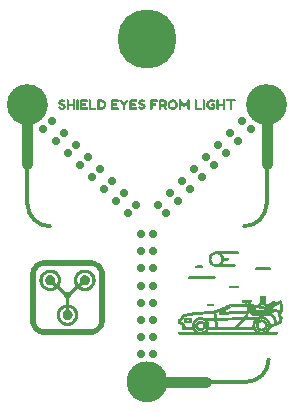
<source format=gbr>
%TF.GenerationSoftware,KiCad,Pcbnew,(5.99.0-11748-g24a41559ca)*%
%TF.CreationDate,2021-08-27T16:42:58+03:00*%
%TF.ProjectId,Flux Condenser,466c7578-2043-46f6-9e64-656e7365722e,3A*%
%TF.SameCoordinates,PX7bfa480PY6bc3e40*%
%TF.FileFunction,Soldermask,Top*%
%TF.FilePolarity,Negative*%
%FSLAX46Y46*%
G04 Gerber Fmt 4.6, Leading zero omitted, Abs format (unit mm)*
G04 Created by KiCad (PCBNEW (5.99.0-11748-g24a41559ca)) date 2021-08-27 16:42:58*
%MOMM*%
%LPD*%
G01*
G04 APERTURE LIST*
G04 Aperture macros list*
%AMRoundRect*
0 Rectangle with rounded corners*
0 $1 Rounding radius*
0 $2 $3 $4 $5 $6 $7 $8 $9 X,Y pos of 4 corners*
0 Add a 4 corners polygon primitive as box body*
4,1,4,$2,$3,$4,$5,$6,$7,$8,$9,$2,$3,0*
0 Add four circle primitives for the rounded corners*
1,1,$1+$1,$2,$3*
1,1,$1+$1,$4,$5*
1,1,$1+$1,$6,$7*
1,1,$1+$1,$8,$9*
0 Add four rect primitives between the rounded corners*
20,1,$1+$1,$2,$3,$4,$5,0*
20,1,$1+$1,$4,$5,$6,$7,0*
20,1,$1+$1,$6,$7,$8,$9,0*
20,1,$1+$1,$8,$9,$2,$3,0*%
G04 Aperture macros list end*
%ADD10C,0.350000*%
%ADD11C,1.500000*%
%ADD12C,0.900000*%
%ADD13C,0.010000*%
%ADD14RoundRect,0.150000X-0.212132X0.000000X0.000000X-0.212132X0.212132X0.000000X0.000000X0.212132X0*%
%ADD15RoundRect,0.150000X-0.150000X-0.150000X0.150000X-0.150000X0.150000X0.150000X-0.150000X0.150000X0*%
%ADD16RoundRect,0.150000X0.000000X-0.212132X0.212132X0.000000X0.000000X0.212132X-0.212132X0.000000X0*%
%ADD17C,0.800000*%
%ADD18C,5.000000*%
G04 APERTURE END LIST*
D10*
X17750000Y2950000D02*
X21150000Y2950000D01*
D11*
X13725000Y2950000D02*
G75*
G03*
X13725000Y2950000I-975000J0D01*
G01*
D12*
X22875000Y26425000D02*
X22875000Y21425000D01*
D10*
X22875000Y21425000D02*
X22875000Y18025000D01*
D12*
X12750000Y2950000D02*
X17750000Y2950000D01*
D10*
X2625000Y21425000D02*
X2625000Y18025000D01*
X22875000Y18025000D02*
G75*
G02*
X20975000Y16125000I-1900000J0D01*
G01*
D12*
X2625000Y26425000D02*
X2625000Y21425000D01*
D11*
X3600000Y26425000D02*
G75*
G03*
X3600000Y26425000I-975000J0D01*
G01*
X23850000Y26425000D02*
G75*
G03*
X23850000Y26425000I-975000J0D01*
G01*
D10*
X2625003Y18024997D02*
G75*
G03*
X4525000Y16125000I1899997J0D01*
G01*
D11*
X23675000Y26425000D02*
G75*
G03*
X23675000Y26425000I-800000J0D01*
G01*
D10*
X21150003Y2950003D02*
G75*
G03*
X23050000Y4850000I0J1899997D01*
G01*
D11*
X13550000Y2950000D02*
G75*
G03*
X13550000Y2950000I-800000J0D01*
G01*
D13*
%TO.C,G\u002A\u002A\u002A*%
X4631586Y12448958D02*
X4652628Y12445871D01*
X4652628Y12445871D02*
X4750728Y12423859D01*
X4750728Y12423859D02*
X4845336Y12390662D01*
X4845336Y12390662D02*
X4935448Y12347120D01*
X4935448Y12347120D02*
X5020062Y12294074D01*
X5020062Y12294074D02*
X5098175Y12232364D01*
X5098175Y12232364D02*
X5168783Y12162832D01*
X5168783Y12162832D02*
X5230885Y12086316D01*
X5230885Y12086316D02*
X5283478Y12003658D01*
X5283478Y12003658D02*
X5325557Y11915698D01*
X5325557Y11915698D02*
X5343310Y11867045D01*
X5343310Y11867045D02*
X5361510Y11805593D01*
X5361510Y11805593D02*
X5374222Y11747956D01*
X5374222Y11747956D02*
X5382142Y11689613D01*
X5382142Y11689613D02*
X5385963Y11626044D01*
X5385963Y11626044D02*
X5386575Y11585500D01*
X5386575Y11585500D02*
X5381424Y11477124D01*
X5381424Y11477124D02*
X5365451Y11375350D01*
X5365451Y11375350D02*
X5338635Y11280103D01*
X5338635Y11280103D02*
X5300955Y11191305D01*
X5300955Y11191305D02*
X5261859Y11123129D01*
X5261859Y11123129D02*
X5248141Y11101676D01*
X5248141Y11101676D02*
X5237337Y11084265D01*
X5237337Y11084265D02*
X5231136Y11073642D01*
X5231136Y11073642D02*
X5230326Y11071916D01*
X5230326Y11071916D02*
X5234645Y11067109D01*
X5234645Y11067109D02*
X5247371Y11054602D01*
X5247371Y11054602D02*
X5267551Y11035278D01*
X5267551Y11035278D02*
X5294232Y11010020D01*
X5294232Y11010020D02*
X5326462Y10979713D01*
X5326462Y10979713D02*
X5363289Y10945241D01*
X5363289Y10945241D02*
X5403759Y10907488D01*
X5403759Y10907488D02*
X5446920Y10867336D01*
X5446920Y10867336D02*
X5491819Y10825671D01*
X5491819Y10825671D02*
X5537505Y10783376D01*
X5537505Y10783376D02*
X5583024Y10741335D01*
X5583024Y10741335D02*
X5627424Y10700431D01*
X5627424Y10700431D02*
X5669752Y10661550D01*
X5669752Y10661550D02*
X5709055Y10625573D01*
X5709055Y10625573D02*
X5744382Y10593387D01*
X5744382Y10593387D02*
X5774780Y10565873D01*
X5774780Y10565873D02*
X5799295Y10543917D01*
X5799295Y10543917D02*
X5800861Y10542527D01*
X5800861Y10542527D02*
X5827691Y10518729D01*
X5827691Y10518729D02*
X5877533Y10542527D01*
X5877533Y10542527D02*
X5903688Y10554451D01*
X5903688Y10554451D02*
X5923979Y10561567D01*
X5923979Y10561567D02*
X5943724Y10565093D01*
X5943724Y10565093D02*
X5968238Y10566248D01*
X5968238Y10566248D02*
X5981350Y10566319D01*
X5981350Y10566319D02*
X6010016Y10565711D01*
X6010016Y10565711D02*
X6032121Y10563112D01*
X6032121Y10563112D02*
X6053119Y10557347D01*
X6053119Y10557347D02*
X6078467Y10547241D01*
X6078467Y10547241D02*
X6086789Y10543605D01*
X6086789Y10543605D02*
X6138253Y10520898D01*
X6138253Y10520898D02*
X6420164Y10780485D01*
X6420164Y10780485D02*
X6471048Y10827355D01*
X6471048Y10827355D02*
X6519452Y10871971D01*
X6519452Y10871971D02*
X6564515Y10913536D01*
X6564515Y10913536D02*
X6605375Y10951254D01*
X6605375Y10951254D02*
X6641172Y10984331D01*
X6641172Y10984331D02*
X6671044Y11011971D01*
X6671044Y11011971D02*
X6694131Y11033377D01*
X6694131Y11033377D02*
X6709570Y11047754D01*
X6709570Y11047754D02*
X6716435Y11054241D01*
X6716435Y11054241D02*
X6730795Y11068410D01*
X6730795Y11068410D02*
X6689393Y11140969D01*
X6689393Y11140969D02*
X6645877Y11226015D01*
X6645877Y11226015D02*
X6612953Y11310919D01*
X6612953Y11310919D02*
X6590122Y11397834D01*
X6590122Y11397834D02*
X6576885Y11488914D01*
X6576885Y11488914D02*
X6573320Y11572815D01*
X6573320Y11572815D02*
X6764103Y11572815D01*
X6764103Y11572815D02*
X6764593Y11560100D01*
X6764593Y11560100D02*
X6771581Y11482905D01*
X6771581Y11482905D02*
X6785574Y11412089D01*
X6785574Y11412089D02*
X6807580Y11342835D01*
X6807580Y11342835D02*
X6812889Y11329107D01*
X6812889Y11329107D02*
X6824981Y11299967D01*
X6824981Y11299967D02*
X6837866Y11271059D01*
X6837866Y11271059D02*
X6850394Y11244723D01*
X6850394Y11244723D02*
X6861416Y11223299D01*
X6861416Y11223299D02*
X6869781Y11209125D01*
X6869781Y11209125D02*
X6874133Y11204500D01*
X6874133Y11204500D02*
X6880345Y11208574D01*
X6880345Y11208574D02*
X6894020Y11219716D01*
X6894020Y11219716D02*
X6913357Y11236306D01*
X6913357Y11236306D02*
X6936553Y11256724D01*
X6936553Y11256724D02*
X6961808Y11279351D01*
X6961808Y11279351D02*
X6987321Y11302568D01*
X6987321Y11302568D02*
X7011289Y11324754D01*
X7011289Y11324754D02*
X7031913Y11344291D01*
X7031913Y11344291D02*
X7047390Y11359558D01*
X7047390Y11359558D02*
X7052191Y11364599D01*
X7052191Y11364599D02*
X7067077Y11382186D01*
X7067077Y11382186D02*
X7078376Y11398106D01*
X7078376Y11398106D02*
X7082717Y11406574D01*
X7082717Y11406574D02*
X7083040Y11418182D01*
X7083040Y11418182D02*
X7080510Y11438940D01*
X7080510Y11438940D02*
X7075589Y11465740D01*
X7075589Y11465740D02*
X7070738Y11487382D01*
X7070738Y11487382D02*
X7060867Y11533550D01*
X7060867Y11533550D02*
X7055938Y11572063D01*
X7055938Y11572063D02*
X7055871Y11606933D01*
X7055871Y11606933D02*
X7060584Y11642170D01*
X7060584Y11642170D02*
X7067022Y11670530D01*
X7067022Y11670530D02*
X7089898Y11737342D01*
X7089898Y11737342D02*
X7122705Y11796682D01*
X7122705Y11796682D02*
X7166162Y11849822D01*
X7166162Y11849822D02*
X7171656Y11855375D01*
X7171656Y11855375D02*
X7225459Y11900223D01*
X7225459Y11900223D02*
X7284880Y11933759D01*
X7284880Y11933759D02*
X7349261Y11955713D01*
X7349261Y11955713D02*
X7417944Y11965814D01*
X7417944Y11965814D02*
X7441849Y11966500D01*
X7441849Y11966500D02*
X7511145Y11960534D01*
X7511145Y11960534D02*
X7576085Y11943240D01*
X7576085Y11943240D02*
X7635706Y11915533D01*
X7635706Y11915533D02*
X7689047Y11878322D01*
X7689047Y11878322D02*
X7735147Y11832520D01*
X7735147Y11832520D02*
X7773044Y11779038D01*
X7773044Y11779038D02*
X7801775Y11718788D01*
X7801775Y11718788D02*
X7820381Y11652682D01*
X7820381Y11652682D02*
X7827007Y11601375D01*
X7827007Y11601375D02*
X7825351Y11535148D01*
X7825351Y11535148D02*
X7811887Y11471054D01*
X7811887Y11471054D02*
X7787476Y11410393D01*
X7787476Y11410393D02*
X7752984Y11354467D01*
X7752984Y11354467D02*
X7709274Y11304578D01*
X7709274Y11304578D02*
X7657209Y11262024D01*
X7657209Y11262024D02*
X7597654Y11228108D01*
X7597654Y11228108D02*
X7572025Y11217289D01*
X7572025Y11217289D02*
X7546901Y11209338D01*
X7546901Y11209338D02*
X7518473Y11204009D01*
X7518473Y11204009D02*
X7482926Y11200682D01*
X7482926Y11200682D02*
X7463567Y11199672D01*
X7463567Y11199672D02*
X7415839Y11198923D01*
X7415839Y11198923D02*
X7376221Y11201792D01*
X7376221Y11201792D02*
X7340446Y11209060D01*
X7340446Y11209060D02*
X7304242Y11221509D01*
X7304242Y11221509D02*
X7275504Y11234125D01*
X7275504Y11234125D02*
X7226634Y11256982D01*
X7226634Y11256982D02*
X7198916Y11232329D01*
X7198916Y11232329D02*
X7163360Y11200560D01*
X7163360Y11200560D02*
X7128712Y11169339D01*
X7128712Y11169339D02*
X7096230Y11139825D01*
X7096230Y11139825D02*
X7067176Y11113179D01*
X7067176Y11113179D02*
X7042809Y11090561D01*
X7042809Y11090561D02*
X7024387Y11073132D01*
X7024387Y11073132D02*
X7013172Y11062052D01*
X7013172Y11062052D02*
X7010235Y11058529D01*
X7010235Y11058529D02*
X7015568Y11052109D01*
X7015568Y11052109D02*
X7029553Y11041046D01*
X7029553Y11041046D02*
X7049775Y11026931D01*
X7049775Y11026931D02*
X7073821Y11011354D01*
X7073821Y11011354D02*
X7099278Y10995906D01*
X7099278Y10995906D02*
X7123730Y10982176D01*
X7123730Y10982176D02*
X7134747Y10976491D01*
X7134747Y10976491D02*
X7215786Y10942507D01*
X7215786Y10942507D02*
X7300637Y10918609D01*
X7300637Y10918609D02*
X7387100Y10905102D01*
X7387100Y10905102D02*
X7472973Y10902293D01*
X7472973Y10902293D02*
X7556055Y10910488D01*
X7556055Y10910488D02*
X7578473Y10914786D01*
X7578473Y10914786D02*
X7667536Y10940029D01*
X7667536Y10940029D02*
X7751379Y10976253D01*
X7751379Y10976253D02*
X7829031Y11022722D01*
X7829031Y11022722D02*
X7899521Y11078699D01*
X7899521Y11078699D02*
X7961875Y11143448D01*
X7961875Y11143448D02*
X8015124Y11216233D01*
X8015124Y11216233D02*
X8044646Y11268000D01*
X8044646Y11268000D02*
X8072466Y11327233D01*
X8072466Y11327233D02*
X8093130Y11383471D01*
X8093130Y11383471D02*
X8107199Y11439676D01*
X8107199Y11439676D02*
X8115232Y11498811D01*
X8115232Y11498811D02*
X8117791Y11563837D01*
X8117791Y11563837D02*
X8115436Y11637714D01*
X8115436Y11637714D02*
X8115237Y11641077D01*
X8115237Y11641077D02*
X8111676Y11690258D01*
X8111676Y11690258D02*
X8107042Y11730181D01*
X8107042Y11730181D02*
X8100467Y11764285D01*
X8100467Y11764285D02*
X8091086Y11796009D01*
X8091086Y11796009D02*
X8078031Y11828793D01*
X8078031Y11828793D02*
X8060438Y11866077D01*
X8060438Y11866077D02*
X8056652Y11873672D01*
X8056652Y11873672D02*
X8014904Y11946984D01*
X8014904Y11946984D02*
X7966690Y12012072D01*
X7966690Y12012072D02*
X7912836Y12069333D01*
X7912836Y12069333D02*
X7855732Y12119536D01*
X7855732Y12119536D02*
X7797525Y12160694D01*
X7797525Y12160694D02*
X7734741Y12194891D01*
X7734741Y12194891D02*
X7663909Y12224210D01*
X7663909Y12224210D02*
X7641875Y12231926D01*
X7641875Y12231926D02*
X7560413Y12252921D01*
X7560413Y12252921D02*
X7476285Y12262264D01*
X7476285Y12262264D02*
X7390933Y12260318D01*
X7390933Y12260318D02*
X7305800Y12247448D01*
X7305800Y12247448D02*
X7222329Y12224017D01*
X7222329Y12224017D02*
X7141963Y12190391D01*
X7141963Y12190391D02*
X7066144Y12146933D01*
X7066144Y12146933D02*
X6996315Y12094007D01*
X6996315Y12094007D02*
X6959765Y12059761D01*
X6959765Y12059761D02*
X6897126Y11988451D01*
X6897126Y11988451D02*
X6846646Y11913579D01*
X6846646Y11913579D02*
X6808214Y11834863D01*
X6808214Y11834863D02*
X6781720Y11752018D01*
X6781720Y11752018D02*
X6767053Y11664764D01*
X6767053Y11664764D02*
X6764103Y11572815D01*
X6764103Y11572815D02*
X6573320Y11572815D01*
X6573320Y11572815D02*
X6572746Y11586310D01*
X6572746Y11586310D02*
X6573992Y11639475D01*
X6573992Y11639475D02*
X6578883Y11705397D01*
X6578883Y11705397D02*
X6588115Y11765685D01*
X6588115Y11765685D02*
X6602608Y11823692D01*
X6602608Y11823692D02*
X6623287Y11882771D01*
X6623287Y11882771D02*
X6651074Y11946275D01*
X6651074Y11946275D02*
X6667838Y11980569D01*
X6667838Y11980569D02*
X6719282Y12069257D01*
X6719282Y12069257D02*
X6779837Y12149796D01*
X6779837Y12149796D02*
X6848562Y12221800D01*
X6848562Y12221800D02*
X6924519Y12284884D01*
X6924519Y12284884D02*
X7006767Y12338662D01*
X7006767Y12338662D02*
X7094366Y12382750D01*
X7094366Y12382750D02*
X7186378Y12416762D01*
X7186378Y12416762D02*
X7281861Y12440313D01*
X7281861Y12440313D02*
X7379877Y12453017D01*
X7379877Y12453017D02*
X7479485Y12454489D01*
X7479485Y12454489D02*
X7579746Y12444344D01*
X7579746Y12444344D02*
X7679720Y12422196D01*
X7679720Y12422196D02*
X7716930Y12410722D01*
X7716930Y12410722D02*
X7790343Y12383510D01*
X7790343Y12383510D02*
X7855377Y12352925D01*
X7855377Y12352925D02*
X7915446Y12316921D01*
X7915446Y12316921D02*
X7973967Y12273451D01*
X7973967Y12273451D02*
X8034204Y12220611D01*
X8034204Y12220611D02*
X8108655Y12142809D01*
X8108655Y12142809D02*
X8172022Y12059241D01*
X8172022Y12059241D02*
X8224085Y11970466D01*
X8224085Y11970466D02*
X8264626Y11877047D01*
X8264626Y11877047D02*
X8293426Y11779545D01*
X8293426Y11779545D02*
X8310265Y11678522D01*
X8310265Y11678522D02*
X8314925Y11574537D01*
X8314925Y11574537D02*
X8311647Y11509339D01*
X8311647Y11509339D02*
X8296518Y11404343D01*
X8296518Y11404343D02*
X8269952Y11304103D01*
X8269952Y11304103D02*
X8232530Y11209282D01*
X8232530Y11209282D02*
X8184837Y11120542D01*
X8184837Y11120542D02*
X8127456Y11038545D01*
X8127456Y11038545D02*
X8060971Y10963954D01*
X8060971Y10963954D02*
X7985965Y10897431D01*
X7985965Y10897431D02*
X7903021Y10839638D01*
X7903021Y10839638D02*
X7812724Y10791239D01*
X7812724Y10791239D02*
X7715657Y10752894D01*
X7715657Y10752894D02*
X7622825Y10727492D01*
X7622825Y10727492D02*
X7572696Y10719048D01*
X7572696Y10719048D02*
X7514766Y10713435D01*
X7514766Y10713435D02*
X7453538Y10710797D01*
X7453538Y10710797D02*
X7393515Y10711276D01*
X7393515Y10711276D02*
X7339200Y10715017D01*
X7339200Y10715017D02*
X7318025Y10717771D01*
X7318025Y10717771D02*
X7235733Y10733948D01*
X7235733Y10733948D02*
X7158587Y10756704D01*
X7158587Y10756704D02*
X7084021Y10787130D01*
X7084021Y10787130D02*
X7009471Y10826316D01*
X7009471Y10826316D02*
X6932373Y10875354D01*
X6932373Y10875354D02*
X6908859Y10891796D01*
X6908859Y10891796D02*
X6861643Y10925432D01*
X6861643Y10925432D02*
X6835834Y10900998D01*
X6835834Y10900998D02*
X6825093Y10890956D01*
X6825093Y10890956D02*
X6806285Y10873509D01*
X6806285Y10873509D02*
X6780693Y10849842D01*
X6780693Y10849842D02*
X6749603Y10821142D01*
X6749603Y10821142D02*
X6714299Y10788594D01*
X6714299Y10788594D02*
X6676067Y10753386D01*
X6676067Y10753386D02*
X6644925Y10724735D01*
X6644925Y10724735D02*
X6571654Y10657234D01*
X6571654Y10657234D02*
X6507346Y10597724D01*
X6507346Y10597724D02*
X6451501Y10545726D01*
X6451501Y10545726D02*
X6403617Y10500760D01*
X6403617Y10500760D02*
X6363194Y10462347D01*
X6363194Y10462347D02*
X6329732Y10430009D01*
X6329732Y10430009D02*
X6302730Y10403266D01*
X6302730Y10403266D02*
X6281688Y10381640D01*
X6281688Y10381640D02*
X6266104Y10364651D01*
X6266104Y10364651D02*
X6256027Y10352535D01*
X6256027Y10352535D02*
X6238449Y10325433D01*
X6238449Y10325433D02*
X6221549Y10291885D01*
X6221549Y10291885D02*
X6211262Y10266298D01*
X6211262Y10266298D02*
X6193780Y10223051D01*
X6193780Y10223051D02*
X6174199Y10188656D01*
X6174199Y10188656D02*
X6149854Y10159277D01*
X6149854Y10159277D02*
X6118077Y10131078D01*
X6118077Y10131078D02*
X6116225Y10129614D01*
X6116225Y10129614D02*
X6076475Y10098343D01*
X6076475Y10098343D02*
X6078125Y9802575D01*
X6078125Y9802575D02*
X6079775Y9506806D01*
X6079775Y9506806D02*
X6162325Y9486545D01*
X6162325Y9486545D02*
X6263031Y9457489D01*
X6263031Y9457489D02*
X6353931Y9421863D01*
X6353931Y9421863D02*
X6436544Y9378846D01*
X6436544Y9378846D02*
X6512390Y9327614D01*
X6512390Y9327614D02*
X6582987Y9267344D01*
X6582987Y9267344D02*
X6602681Y9248072D01*
X6602681Y9248072D02*
X6670315Y9171671D01*
X6670315Y9171671D02*
X6727417Y9089136D01*
X6727417Y9089136D02*
X6774280Y8999878D01*
X6774280Y8999878D02*
X6811196Y8903309D01*
X6811196Y8903309D02*
X6838460Y8798843D01*
X6838460Y8798843D02*
X6845871Y8759750D01*
X6845871Y8759750D02*
X6850323Y8723033D01*
X6850323Y8723033D02*
X6852876Y8678288D01*
X6852876Y8678288D02*
X6853580Y8629253D01*
X6853580Y8629253D02*
X6852486Y8579668D01*
X6852486Y8579668D02*
X6849642Y8533271D01*
X6849642Y8533271D02*
X6845100Y8493801D01*
X6845100Y8493801D02*
X6842105Y8477360D01*
X6842105Y8477360D02*
X6813370Y8371631D01*
X6813370Y8371631D02*
X6774428Y8272263D01*
X6774428Y8272263D02*
X6725664Y8180048D01*
X6725664Y8180048D02*
X6667464Y8095780D01*
X6667464Y8095780D02*
X6640280Y8062925D01*
X6640280Y8062925D02*
X6569243Y7990999D01*
X6569243Y7990999D02*
X6489342Y7927378D01*
X6489342Y7927378D02*
X6401918Y7872805D01*
X6401918Y7872805D02*
X6308309Y7828023D01*
X6308309Y7828023D02*
X6209854Y7793772D01*
X6209854Y7793772D02*
X6115541Y7772096D01*
X6115541Y7772096D02*
X6076814Y7767306D01*
X6076814Y7767306D02*
X6029662Y7764489D01*
X6029662Y7764489D02*
X5978202Y7763632D01*
X5978202Y7763632D02*
X5926555Y7764725D01*
X5926555Y7764725D02*
X5878837Y7767757D01*
X5878837Y7767757D02*
X5839168Y7772717D01*
X5839168Y7772717D02*
X5838475Y7772837D01*
X5838475Y7772837D02*
X5739108Y7796592D01*
X5739108Y7796592D02*
X5642473Y7832252D01*
X5642473Y7832252D02*
X5549989Y7879094D01*
X5549989Y7879094D02*
X5463073Y7936390D01*
X5463073Y7936390D02*
X5383142Y8003416D01*
X5383142Y8003416D02*
X5377544Y8008742D01*
X5377544Y8008742D02*
X5312971Y8075850D01*
X5312971Y8075850D02*
X5259121Y8143543D01*
X5259121Y8143543D02*
X5214186Y8214477D01*
X5214186Y8214477D02*
X5176357Y8291312D01*
X5176357Y8291312D02*
X5162623Y8324775D01*
X5162623Y8324775D02*
X5141434Y8384111D01*
X5141434Y8384111D02*
X5126132Y8439699D01*
X5126132Y8439699D02*
X5116018Y8495476D01*
X5116018Y8495476D02*
X5110394Y8555380D01*
X5110394Y8555380D02*
X5108562Y8623347D01*
X5108562Y8623347D02*
X5108559Y8629575D01*
X5108559Y8629575D02*
X5108777Y8635925D01*
X5108777Y8635925D02*
X5305433Y8635925D01*
X5305433Y8635925D02*
X5305639Y8592309D01*
X5305639Y8592309D02*
X5306410Y8558649D01*
X5306410Y8558649D02*
X5307979Y8532206D01*
X5307979Y8532206D02*
X5310580Y8510241D01*
X5310580Y8510241D02*
X5314445Y8490015D01*
X5314445Y8490015D02*
X5319559Y8469700D01*
X5319559Y8469700D02*
X5350436Y8379311D01*
X5350436Y8379311D02*
X5391691Y8295826D01*
X5391691Y8295826D02*
X5442680Y8219838D01*
X5442680Y8219838D02*
X5502761Y8151941D01*
X5502761Y8151941D02*
X5571291Y8092728D01*
X5571291Y8092728D02*
X5647627Y8042791D01*
X5647627Y8042791D02*
X5731125Y8002723D01*
X5731125Y8002723D02*
X5821143Y7973119D01*
X5821143Y7973119D02*
X5869904Y7962134D01*
X5869904Y7962134D02*
X5906544Y7957530D01*
X5906544Y7957530D02*
X5951489Y7955547D01*
X5951489Y7955547D02*
X6000650Y7956042D01*
X6000650Y7956042D02*
X6049938Y7958872D01*
X6049938Y7958872D02*
X6095262Y7963892D01*
X6095262Y7963892D02*
X6132533Y7970960D01*
X6132533Y7970960D02*
X6134298Y7971414D01*
X6134298Y7971414D02*
X6229146Y8002497D01*
X6229146Y8002497D02*
X6317604Y8044531D01*
X6317604Y8044531D02*
X6330990Y8052169D01*
X6330990Y8052169D02*
X6368888Y8077756D01*
X6368888Y8077756D02*
X6410371Y8111565D01*
X6410371Y8111565D02*
X6452661Y8150830D01*
X6452661Y8150830D02*
X6492978Y8192781D01*
X6492978Y8192781D02*
X6528542Y8234651D01*
X6528542Y8234651D02*
X6556574Y8273674D01*
X6556574Y8273674D02*
X6561570Y8281796D01*
X6561570Y8281796D02*
X6604175Y8365373D01*
X6604175Y8365373D02*
X6634893Y8451489D01*
X6634893Y8451489D02*
X6653830Y8539129D01*
X6653830Y8539129D02*
X6661088Y8627276D01*
X6661088Y8627276D02*
X6656774Y8714916D01*
X6656774Y8714916D02*
X6640990Y8801033D01*
X6640990Y8801033D02*
X6613841Y8884612D01*
X6613841Y8884612D02*
X6575432Y8964637D01*
X6575432Y8964637D02*
X6525867Y9040094D01*
X6525867Y9040094D02*
X6477866Y9096898D01*
X6477866Y9096898D02*
X6410414Y9160998D01*
X6410414Y9160998D02*
X6339150Y9213497D01*
X6339150Y9213497D02*
X6262574Y9255284D01*
X6262574Y9255284D02*
X6179185Y9287248D01*
X6179185Y9287248D02*
X6135343Y9299602D01*
X6135343Y9299602D02*
X6111704Y9305430D01*
X6111704Y9305430D02*
X6092940Y9309814D01*
X6092940Y9309814D02*
X6082350Y9311993D01*
X6082350Y9311993D02*
X6081362Y9312103D01*
X6081362Y9312103D02*
X6080030Y9306072D01*
X6080030Y9306072D02*
X6078841Y9289081D01*
X6078841Y9289081D02*
X6077852Y9262871D01*
X6077852Y9262871D02*
X6077115Y9229184D01*
X6077115Y9229184D02*
X6076687Y9189758D01*
X6076687Y9189758D02*
X6076600Y9160960D01*
X6076600Y9160960D02*
X6076600Y9009720D01*
X6076600Y9009720D02*
X6110070Y8999169D01*
X6110070Y8999169D02*
X6160414Y8977195D01*
X6160414Y8977195D02*
X6208968Y8944541D01*
X6208968Y8944541D02*
X6253919Y8903230D01*
X6253919Y8903230D02*
X6293455Y8855282D01*
X6293455Y8855282D02*
X6325765Y8802718D01*
X6325765Y8802718D02*
X6349037Y8747559D01*
X6349037Y8747559D02*
X6355309Y8725630D01*
X6355309Y8725630D02*
X6360193Y8694843D01*
X6360193Y8694843D02*
X6362388Y8656418D01*
X6362388Y8656418D02*
X6361958Y8615114D01*
X6361958Y8615114D02*
X6358964Y8575693D01*
X6358964Y8575693D02*
X6353468Y8542914D01*
X6353468Y8542914D02*
X6352910Y8540675D01*
X6352910Y8540675D02*
X6329475Y8473609D01*
X6329475Y8473609D02*
X6295802Y8413853D01*
X6295802Y8413853D02*
X6252391Y8361942D01*
X6252391Y8361942D02*
X6199745Y8318410D01*
X6199745Y8318410D02*
X6138366Y8283792D01*
X6138366Y8283792D02*
X6095650Y8266871D01*
X6095650Y8266871D02*
X6061930Y8259070D01*
X6061930Y8259070D02*
X6020004Y8254818D01*
X6020004Y8254818D02*
X5973842Y8254058D01*
X5973842Y8254058D02*
X5927416Y8256734D01*
X5927416Y8256734D02*
X5884697Y8262790D01*
X5884697Y8262790D02*
X5855139Y8270266D01*
X5855139Y8270266D02*
X5791891Y8297300D01*
X5791891Y8297300D02*
X5736359Y8333935D01*
X5736359Y8333935D02*
X5689256Y8379175D01*
X5689256Y8379175D02*
X5651298Y8432025D01*
X5651298Y8432025D02*
X5623200Y8491487D01*
X5623200Y8491487D02*
X5605677Y8556568D01*
X5605677Y8556568D02*
X5599446Y8626269D01*
X5599446Y8626269D02*
X5599446Y8626312D01*
X5599446Y8626312D02*
X5601313Y8678311D01*
X5601313Y8678311D02*
X5608261Y8723565D01*
X5608261Y8723565D02*
X5621493Y8767425D01*
X5621493Y8767425D02*
X5641720Y8814216D01*
X5641720Y8814216D02*
X5672129Y8867626D01*
X5672129Y8867626D02*
X5708319Y8911898D01*
X5708319Y8911898D02*
X5752107Y8948681D01*
X5752107Y8948681D02*
X5805304Y8979621D01*
X5805304Y8979621D02*
X5841370Y8995613D01*
X5841370Y8995613D02*
X5882925Y9012401D01*
X5882925Y9012401D02*
X5882628Y9152845D01*
X5882628Y9152845D02*
X5882386Y9200386D01*
X5882386Y9200386D02*
X5881822Y9236741D01*
X5881822Y9236741D02*
X5880840Y9263423D01*
X5880840Y9263423D02*
X5879343Y9281945D01*
X5879343Y9281945D02*
X5877234Y9293819D01*
X5877234Y9293819D02*
X5874418Y9300557D01*
X5874418Y9300557D02*
X5873103Y9302123D01*
X5873103Y9302123D02*
X5867084Y9305841D01*
X5867084Y9305841D02*
X5857982Y9306547D01*
X5857982Y9306547D02*
X5843204Y9303907D01*
X5843204Y9303907D02*
X5820160Y9297587D01*
X5820160Y9297587D02*
X5806725Y9293551D01*
X5806725Y9293551D02*
X5742761Y9272074D01*
X5742761Y9272074D02*
X5687254Y9248764D01*
X5687254Y9248764D02*
X5635959Y9221701D01*
X5635959Y9221701D02*
X5603762Y9201773D01*
X5603762Y9201773D02*
X5532643Y9147927D01*
X5532643Y9147927D02*
X5469328Y9084556D01*
X5469328Y9084556D02*
X5414541Y9012679D01*
X5414541Y9012679D02*
X5369008Y8933313D01*
X5369008Y8933313D02*
X5333451Y8847478D01*
X5333451Y8847478D02*
X5319559Y8802151D01*
X5319559Y8802151D02*
X5314262Y8781018D01*
X5314262Y8781018D02*
X5310452Y8760775D01*
X5310452Y8760775D02*
X5307898Y8738682D01*
X5307898Y8738682D02*
X5306365Y8712001D01*
X5306365Y8712001D02*
X5305621Y8677992D01*
X5305621Y8677992D02*
X5305433Y8635925D01*
X5305433Y8635925D02*
X5108777Y8635925D01*
X5108777Y8635925D02*
X5111518Y8715632D01*
X5111518Y8715632D02*
X5120737Y8793825D01*
X5120737Y8793825D02*
X5137062Y8867778D01*
X5137062Y8867778D02*
X5161340Y8941115D01*
X5161340Y8941115D02*
X5194417Y9017459D01*
X5194417Y9017459D02*
X5203433Y9035975D01*
X5203433Y9035975D02*
X5252230Y9121629D01*
X5252230Y9121629D02*
X5309640Y9198775D01*
X5309640Y9198775D02*
X5376205Y9267932D01*
X5376205Y9267932D02*
X5452471Y9329624D01*
X5452471Y9329624D02*
X5538982Y9384369D01*
X5538982Y9384369D02*
X5601793Y9416871D01*
X5601793Y9416871D02*
X5652578Y9440158D01*
X5652578Y9440158D02*
X5697405Y9458220D01*
X5697405Y9458220D02*
X5741001Y9472696D01*
X5741001Y9472696D02*
X5788091Y9485226D01*
X5788091Y9485226D02*
X5819425Y9492369D01*
X5819425Y9492369D02*
X5882925Y9506190D01*
X5882925Y9506190D02*
X5882913Y9788608D01*
X5882913Y9788608D02*
X5882801Y9848166D01*
X5882801Y9848166D02*
X5882486Y9904498D01*
X5882486Y9904498D02*
X5881990Y9956186D01*
X5881990Y9956186D02*
X5881337Y10001810D01*
X5881337Y10001810D02*
X5880549Y10039953D01*
X5880549Y10039953D02*
X5879650Y10069194D01*
X5879650Y10069194D02*
X5878662Y10088116D01*
X5878662Y10088116D02*
X5877955Y10094350D01*
X5877955Y10094350D02*
X5871960Y10111151D01*
X5871960Y10111151D02*
X5860140Y10124108D01*
X5860140Y10124108D02*
X5845198Y10133971D01*
X5845198Y10133971D02*
X5821045Y10153337D01*
X5821045Y10153337D02*
X5797046Y10181626D01*
X5797046Y10181626D02*
X5775673Y10215274D01*
X5775673Y10215274D02*
X5759397Y10250719D01*
X5759397Y10250719D02*
X5755061Y10263924D01*
X5755061Y10263924D02*
X5741922Y10302346D01*
X5741922Y10302346D02*
X5725582Y10333766D01*
X5725582Y10333766D02*
X5702846Y10363829D01*
X5702846Y10363829D02*
X5691155Y10376836D01*
X5691155Y10376836D02*
X5682600Y10385296D01*
X5682600Y10385296D02*
X5665695Y10401367D01*
X5665695Y10401367D02*
X5641472Y10424099D01*
X5641472Y10424099D02*
X5610964Y10452542D01*
X5610964Y10452542D02*
X5575202Y10485747D01*
X5575202Y10485747D02*
X5535218Y10522765D01*
X5535218Y10522765D02*
X5492044Y10562646D01*
X5492044Y10562646D02*
X5446712Y10604440D01*
X5446712Y10604440D02*
X5400254Y10647199D01*
X5400254Y10647199D02*
X5353703Y10689972D01*
X5353703Y10689972D02*
X5308089Y10731810D01*
X5308089Y10731810D02*
X5264444Y10771764D01*
X5264444Y10771764D02*
X5223802Y10808883D01*
X5223802Y10808883D02*
X5187194Y10842220D01*
X5187194Y10842220D02*
X5155651Y10870823D01*
X5155651Y10870823D02*
X5130206Y10893744D01*
X5130206Y10893744D02*
X5111890Y10910032D01*
X5111890Y10910032D02*
X5107372Y10913976D01*
X5107372Y10913976D02*
X5100872Y10918806D01*
X5100872Y10918806D02*
X5094343Y10919987D01*
X5094343Y10919987D02*
X5085330Y10916529D01*
X5085330Y10916529D02*
X5071379Y10907441D01*
X5071379Y10907441D02*
X5050035Y10891732D01*
X5050035Y10891732D02*
X5047412Y10889769D01*
X5047412Y10889769D02*
X4958336Y10830660D01*
X4958336Y10830660D02*
X4865012Y10783214D01*
X4865012Y10783214D02*
X4768309Y10747504D01*
X4768309Y10747504D02*
X4669093Y10723605D01*
X4669093Y10723605D02*
X4568231Y10711589D01*
X4568231Y10711589D02*
X4466589Y10711531D01*
X4466589Y10711531D02*
X4365034Y10723503D01*
X4365034Y10723503D02*
X4264434Y10747580D01*
X4264434Y10747580D02*
X4165655Y10783836D01*
X4165655Y10783836D02*
X4110125Y10810170D01*
X4110125Y10810170D02*
X4025557Y10860753D01*
X4025557Y10860753D02*
X3947126Y10921674D01*
X3947126Y10921674D02*
X3875721Y10991708D01*
X3875721Y10991708D02*
X3812230Y11069628D01*
X3812230Y11069628D02*
X3757540Y11154209D01*
X3757540Y11154209D02*
X3712540Y11244225D01*
X3712540Y11244225D02*
X3678118Y11338450D01*
X3678118Y11338450D02*
X3655162Y11435658D01*
X3655162Y11435658D02*
X3654597Y11438982D01*
X3654597Y11438982D02*
X3645608Y11522704D01*
X3645608Y11522704D02*
X3645454Y11607172D01*
X3645454Y11607172D02*
X3844966Y11607172D01*
X3844966Y11607172D02*
X3845012Y11588675D01*
X3845012Y11588675D02*
X3845318Y11544878D01*
X3845318Y11544878D02*
X3846044Y11511048D01*
X3846044Y11511048D02*
X3847447Y11484451D01*
X3847447Y11484451D02*
X3849782Y11462357D01*
X3849782Y11462357D02*
X3853303Y11442032D01*
X3853303Y11442032D02*
X3858267Y11420745D01*
X3858267Y11420745D02*
X3862038Y11406394D01*
X3862038Y11406394D02*
X3891873Y11318793D01*
X3891873Y11318793D02*
X3932076Y11237585D01*
X3932076Y11237585D02*
X3981817Y11163480D01*
X3981817Y11163480D02*
X4040262Y11097189D01*
X4040262Y11097189D02*
X4106580Y11039423D01*
X4106580Y11039423D02*
X4179941Y10990893D01*
X4179941Y10990893D02*
X4259511Y10952309D01*
X4259511Y10952309D02*
X4344459Y10924383D01*
X4344459Y10924383D02*
X4433954Y10907825D01*
X4433954Y10907825D02*
X4446957Y10906439D01*
X4446957Y10906439D02*
X4472289Y10904010D01*
X4472289Y10904010D02*
X4493390Y10902033D01*
X4493390Y10902033D02*
X4506529Y10900859D01*
X4506529Y10900859D02*
X4508150Y10900730D01*
X4508150Y10900730D02*
X4518278Y10901020D01*
X4518278Y10901020D02*
X4537799Y10902372D01*
X4537799Y10902372D02*
X4563475Y10904541D01*
X4563475Y10904541D02*
X4580821Y10906168D01*
X4580821Y10906168D02*
X4670050Y10920485D01*
X4670050Y10920485D02*
X4754880Y10945954D01*
X4754880Y10945954D02*
X4783555Y10957422D01*
X4783555Y10957422D02*
X4805176Y10967522D01*
X4805176Y10967522D02*
X4830947Y10980934D01*
X4830947Y10980934D02*
X4858701Y10996354D01*
X4858701Y10996354D02*
X4886273Y11012482D01*
X4886273Y11012482D02*
X4911495Y11028013D01*
X4911495Y11028013D02*
X4932200Y11041646D01*
X4932200Y11041646D02*
X4946222Y11052077D01*
X4946222Y11052077D02*
X4951393Y11058003D01*
X4951393Y11058003D02*
X4951343Y11058291D01*
X4951343Y11058291D02*
X4945944Y11064587D01*
X4945944Y11064587D02*
X4932893Y11077555D01*
X4932893Y11077555D02*
X4914063Y11095469D01*
X4914063Y11095469D02*
X4891327Y11116605D01*
X4891327Y11116605D02*
X4866561Y11139235D01*
X4866561Y11139235D02*
X4841637Y11161633D01*
X4841637Y11161633D02*
X4818429Y11182075D01*
X4818429Y11182075D02*
X4798812Y11198833D01*
X4798812Y11198833D02*
X4798309Y11199252D01*
X4798309Y11199252D02*
X4771859Y11220915D01*
X4771859Y11220915D02*
X4751913Y11235094D01*
X4751913Y11235094D02*
X4735227Y11242444D01*
X4735227Y11242444D02*
X4718557Y11243622D01*
X4718557Y11243622D02*
X4698660Y11239284D01*
X4698660Y11239284D02*
X4672291Y11230087D01*
X4672291Y11230087D02*
X4663021Y11226623D01*
X4663021Y11226623D02*
X4612276Y11209233D01*
X4612276Y11209233D02*
X4569608Y11198405D01*
X4569608Y11198405D02*
X4532524Y11193666D01*
X4532524Y11193666D02*
X4498528Y11194544D01*
X4498528Y11194544D02*
X4495714Y11194861D01*
X4495714Y11194861D02*
X4421686Y11209381D01*
X4421686Y11209381D02*
X4354338Y11234245D01*
X4354338Y11234245D02*
X4294281Y11268996D01*
X4294281Y11268996D02*
X4242129Y11313172D01*
X4242129Y11313172D02*
X4198494Y11366314D01*
X4198494Y11366314D02*
X4163988Y11427963D01*
X4163988Y11427963D02*
X4154398Y11450903D01*
X4154398Y11450903D02*
X4143045Y11491085D01*
X4143045Y11491085D02*
X4136077Y11538581D01*
X4136077Y11538581D02*
X4133735Y11588699D01*
X4133735Y11588699D02*
X4136261Y11636748D01*
X4136261Y11636748D02*
X4142909Y11674400D01*
X4142909Y11674400D02*
X4166260Y11740599D01*
X4166260Y11740599D02*
X4199554Y11799973D01*
X4199554Y11799973D02*
X4241750Y11851650D01*
X4241750Y11851650D02*
X4291805Y11894753D01*
X4291805Y11894753D02*
X4348678Y11928409D01*
X4348678Y11928409D02*
X4411327Y11951743D01*
X4411327Y11951743D02*
X4478712Y11963881D01*
X4478712Y11963881D02*
X4488575Y11964644D01*
X4488575Y11964644D02*
X4553371Y11964414D01*
X4553371Y11964414D02*
X4613365Y11954338D01*
X4613365Y11954338D02*
X4672625Y11933656D01*
X4672625Y11933656D02*
X4685035Y11928045D01*
X4685035Y11928045D02*
X4741397Y11894792D01*
X4741397Y11894792D02*
X4791349Y11851460D01*
X4791349Y11851460D02*
X4833784Y11799510D01*
X4833784Y11799510D02*
X4867595Y11740402D01*
X4867595Y11740402D02*
X4891676Y11675596D01*
X4891676Y11675596D02*
X4898868Y11645825D01*
X4898868Y11645825D02*
X4903799Y11617327D01*
X4903799Y11617327D02*
X4905849Y11591582D01*
X4905849Y11591582D02*
X4904806Y11565210D01*
X4904806Y11565210D02*
X4900458Y11534833D01*
X4900458Y11534833D02*
X4892593Y11497070D01*
X4892593Y11497070D02*
X4888428Y11479192D01*
X4888428Y11479192D02*
X4881362Y11445681D01*
X4881362Y11445681D02*
X4879256Y11420271D01*
X4879256Y11420271D02*
X4883156Y11399472D01*
X4883156Y11399472D02*
X4894109Y11379787D01*
X4894109Y11379787D02*
X4913161Y11357726D01*
X4913161Y11357726D02*
X4929800Y11341025D01*
X4929800Y11341025D02*
X4951406Y11320433D01*
X4951406Y11320433D02*
X4976039Y11297857D01*
X4976039Y11297857D02*
X5001936Y11274805D01*
X5001936Y11274805D02*
X5027332Y11252787D01*
X5027332Y11252787D02*
X5050463Y11233310D01*
X5050463Y11233310D02*
X5069565Y11217883D01*
X5069565Y11217883D02*
X5082873Y11208014D01*
X5082873Y11208014D02*
X5088623Y11205211D01*
X5088623Y11205211D02*
X5088642Y11205230D01*
X5088642Y11205230D02*
X5094137Y11214099D01*
X5094137Y11214099D02*
X5103325Y11231819D01*
X5103325Y11231819D02*
X5114892Y11255570D01*
X5114892Y11255570D02*
X5127527Y11282532D01*
X5127527Y11282532D02*
X5139916Y11309884D01*
X5139916Y11309884D02*
X5150745Y11334806D01*
X5150745Y11334806D02*
X5158703Y11354477D01*
X5158703Y11354477D02*
X5160730Y11360075D01*
X5160730Y11360075D02*
X5180411Y11432525D01*
X5180411Y11432525D02*
X5192400Y11510136D01*
X5192400Y11510136D02*
X5196428Y11588973D01*
X5196428Y11588973D02*
X5192229Y11665099D01*
X5192229Y11665099D02*
X5184706Y11712500D01*
X5184706Y11712500D02*
X5159643Y11803643D01*
X5159643Y11803643D02*
X5123891Y11888598D01*
X5123891Y11888598D02*
X5078090Y11966681D01*
X5078090Y11966681D02*
X5022879Y12037207D01*
X5022879Y12037207D02*
X4958898Y12099494D01*
X4958898Y12099494D02*
X4886787Y12152856D01*
X4886787Y12152856D02*
X4807187Y12196611D01*
X4807187Y12196611D02*
X4720736Y12230073D01*
X4720736Y12230073D02*
X4693054Y12238139D01*
X4693054Y12238139D02*
X4670190Y12244032D01*
X4670190Y12244032D02*
X4649959Y12248337D01*
X4649959Y12248337D02*
X4629649Y12251299D01*
X4629649Y12251299D02*
X4606549Y12253165D01*
X4606549Y12253165D02*
X4577947Y12254182D01*
X4577947Y12254182D02*
X4541131Y12254597D01*
X4541131Y12254597D02*
X4511325Y12254660D01*
X4511325Y12254660D02*
X4468407Y12254566D01*
X4468407Y12254566D02*
X4435602Y12254086D01*
X4435602Y12254086D02*
X4410322Y12252969D01*
X4410322Y12252969D02*
X4389981Y12250960D01*
X4389981Y12250960D02*
X4371993Y12247809D01*
X4371993Y12247809D02*
X4353770Y12243263D01*
X4353770Y12243263D02*
X4333525Y12237313D01*
X4333525Y12237313D02*
X4245853Y12204189D01*
X4245853Y12204189D02*
X4164227Y12160393D01*
X4164227Y12160393D02*
X4089499Y12106788D01*
X4089499Y12106788D02*
X4022522Y12044235D01*
X4022522Y12044235D02*
X3964151Y11973597D01*
X3964151Y11973597D02*
X3915240Y11895736D01*
X3915240Y11895736D02*
X3876640Y11811515D01*
X3876640Y11811515D02*
X3858571Y11757547D01*
X3858571Y11757547D02*
X3853532Y11738822D01*
X3853532Y11738822D02*
X3849870Y11720903D01*
X3849870Y11720903D02*
X3847384Y11701284D01*
X3847384Y11701284D02*
X3845871Y11677459D01*
X3845871Y11677459D02*
X3845133Y11646924D01*
X3845133Y11646924D02*
X3844966Y11607172D01*
X3844966Y11607172D02*
X3645454Y11607172D01*
X3645454Y11607172D02*
X3645447Y11610602D01*
X3645447Y11610602D02*
X3653663Y11699996D01*
X3653663Y11699996D02*
X3669804Y11788203D01*
X3669804Y11788203D02*
X3693421Y11872542D01*
X3693421Y11872542D02*
X3724063Y11950329D01*
X3724063Y11950329D02*
X3748507Y11997810D01*
X3748507Y11997810D02*
X3800044Y12076653D01*
X3800044Y12076653D02*
X3861843Y12152723D01*
X3861843Y12152723D02*
X3931578Y12223722D01*
X3931578Y12223722D02*
X4006924Y12287350D01*
X4006924Y12287350D02*
X4085557Y12341307D01*
X4085557Y12341307D02*
X4110801Y12356026D01*
X4110801Y12356026D02*
X4186838Y12392087D01*
X4186838Y12392087D02*
X4270695Y12420502D01*
X4270695Y12420502D02*
X4359734Y12440834D01*
X4359734Y12440834D02*
X4451320Y12452645D01*
X4451320Y12452645D02*
X4542816Y12455499D01*
X4542816Y12455499D02*
X4631586Y12448958D01*
X4631586Y12448958D02*
X4631586Y12448958D01*
G36*
X6573992Y11639475D02*
G01*
X6578883Y11705397D01*
X6588115Y11765685D01*
X6602608Y11823692D01*
X6623287Y11882771D01*
X6651074Y11946275D01*
X6667838Y11980569D01*
X6719282Y12069257D01*
X6779837Y12149796D01*
X6848562Y12221800D01*
X6924519Y12284884D01*
X7006767Y12338662D01*
X7094366Y12382750D01*
X7186378Y12416762D01*
X7281861Y12440313D01*
X7379877Y12453017D01*
X7479485Y12454489D01*
X7579746Y12444344D01*
X7679720Y12422196D01*
X7716930Y12410722D01*
X7790343Y12383510D01*
X7855377Y12352925D01*
X7915446Y12316921D01*
X7973967Y12273451D01*
X8034204Y12220611D01*
X8108655Y12142809D01*
X8172022Y12059241D01*
X8224085Y11970466D01*
X8264626Y11877047D01*
X8293426Y11779545D01*
X8310265Y11678522D01*
X8314925Y11574537D01*
X8311647Y11509339D01*
X8296518Y11404343D01*
X8269952Y11304103D01*
X8232530Y11209282D01*
X8184837Y11120542D01*
X8127456Y11038545D01*
X8060971Y10963954D01*
X7985965Y10897431D01*
X7903021Y10839638D01*
X7812724Y10791239D01*
X7715657Y10752894D01*
X7622825Y10727492D01*
X7572696Y10719048D01*
X7514766Y10713435D01*
X7453538Y10710797D01*
X7393515Y10711276D01*
X7339200Y10715017D01*
X7318025Y10717771D01*
X7235733Y10733948D01*
X7158587Y10756704D01*
X7084021Y10787130D01*
X7009471Y10826316D01*
X6932373Y10875354D01*
X6908859Y10891796D01*
X6861643Y10925432D01*
X6835834Y10900998D01*
X6825093Y10890956D01*
X6806285Y10873509D01*
X6780693Y10849842D01*
X6749603Y10821142D01*
X6714299Y10788594D01*
X6676067Y10753386D01*
X6644925Y10724735D01*
X6571654Y10657234D01*
X6507346Y10597724D01*
X6451501Y10545726D01*
X6403617Y10500760D01*
X6363194Y10462347D01*
X6329732Y10430009D01*
X6302730Y10403266D01*
X6281688Y10381640D01*
X6266104Y10364651D01*
X6256027Y10352535D01*
X6238449Y10325433D01*
X6221549Y10291885D01*
X6211262Y10266298D01*
X6193780Y10223051D01*
X6174199Y10188656D01*
X6149854Y10159277D01*
X6118077Y10131078D01*
X6116225Y10129614D01*
X6076475Y10098343D01*
X6078125Y9802575D01*
X6079775Y9506806D01*
X6162325Y9486545D01*
X6263031Y9457489D01*
X6353931Y9421863D01*
X6436544Y9378846D01*
X6512390Y9327614D01*
X6582987Y9267344D01*
X6602681Y9248072D01*
X6670315Y9171671D01*
X6727417Y9089136D01*
X6774280Y8999878D01*
X6811196Y8903309D01*
X6838460Y8798843D01*
X6845871Y8759750D01*
X6850323Y8723033D01*
X6852876Y8678288D01*
X6853580Y8629253D01*
X6852486Y8579668D01*
X6849642Y8533271D01*
X6845100Y8493801D01*
X6842105Y8477360D01*
X6813370Y8371631D01*
X6774428Y8272263D01*
X6725664Y8180048D01*
X6667464Y8095780D01*
X6640280Y8062925D01*
X6569243Y7990999D01*
X6489342Y7927378D01*
X6401918Y7872805D01*
X6308309Y7828023D01*
X6209854Y7793772D01*
X6115541Y7772096D01*
X6076814Y7767306D01*
X6029662Y7764489D01*
X5978202Y7763632D01*
X5926555Y7764725D01*
X5878837Y7767757D01*
X5839168Y7772717D01*
X5838475Y7772837D01*
X5739108Y7796592D01*
X5642473Y7832252D01*
X5549989Y7879094D01*
X5463073Y7936390D01*
X5383142Y8003416D01*
X5377544Y8008742D01*
X5312971Y8075850D01*
X5259121Y8143543D01*
X5214186Y8214477D01*
X5176357Y8291312D01*
X5162623Y8324775D01*
X5141434Y8384111D01*
X5126132Y8439699D01*
X5116018Y8495476D01*
X5110394Y8555380D01*
X5108562Y8623347D01*
X5108559Y8629575D01*
X5108777Y8635925D01*
X5305433Y8635925D01*
X5305639Y8592309D01*
X5306410Y8558649D01*
X5307979Y8532206D01*
X5310580Y8510241D01*
X5314445Y8490015D01*
X5319559Y8469700D01*
X5350436Y8379311D01*
X5391691Y8295826D01*
X5442680Y8219838D01*
X5502761Y8151941D01*
X5571291Y8092728D01*
X5647627Y8042791D01*
X5731125Y8002723D01*
X5821143Y7973119D01*
X5869904Y7962134D01*
X5906544Y7957530D01*
X5951489Y7955547D01*
X6000650Y7956042D01*
X6049938Y7958872D01*
X6095262Y7963892D01*
X6132533Y7970960D01*
X6134298Y7971414D01*
X6229146Y8002497D01*
X6317604Y8044531D01*
X6330990Y8052169D01*
X6368888Y8077756D01*
X6410371Y8111565D01*
X6452661Y8150830D01*
X6492978Y8192781D01*
X6528542Y8234651D01*
X6556574Y8273674D01*
X6561570Y8281796D01*
X6604175Y8365373D01*
X6634893Y8451489D01*
X6653830Y8539129D01*
X6661088Y8627276D01*
X6656774Y8714916D01*
X6640990Y8801033D01*
X6613841Y8884612D01*
X6575432Y8964637D01*
X6525867Y9040094D01*
X6477866Y9096898D01*
X6410414Y9160998D01*
X6339150Y9213497D01*
X6262574Y9255284D01*
X6179185Y9287248D01*
X6135343Y9299602D01*
X6111704Y9305430D01*
X6092940Y9309814D01*
X6082350Y9311993D01*
X6081362Y9312103D01*
X6080030Y9306072D01*
X6078841Y9289081D01*
X6077852Y9262871D01*
X6077115Y9229184D01*
X6076687Y9189758D01*
X6076600Y9160960D01*
X6076600Y9009720D01*
X6110070Y8999169D01*
X6160414Y8977195D01*
X6208968Y8944541D01*
X6253919Y8903230D01*
X6293455Y8855282D01*
X6325765Y8802718D01*
X6349037Y8747559D01*
X6355309Y8725630D01*
X6360193Y8694843D01*
X6362388Y8656418D01*
X6361958Y8615114D01*
X6358964Y8575693D01*
X6353468Y8542914D01*
X6352910Y8540675D01*
X6329475Y8473609D01*
X6295802Y8413853D01*
X6252391Y8361942D01*
X6199745Y8318410D01*
X6138366Y8283792D01*
X6095650Y8266871D01*
X6061930Y8259070D01*
X6020004Y8254818D01*
X5973842Y8254058D01*
X5927416Y8256734D01*
X5884697Y8262790D01*
X5855139Y8270266D01*
X5791891Y8297300D01*
X5736359Y8333935D01*
X5689256Y8379175D01*
X5651298Y8432025D01*
X5623200Y8491487D01*
X5605677Y8556568D01*
X5599446Y8626269D01*
X5599446Y8626312D01*
X5601313Y8678311D01*
X5608261Y8723565D01*
X5621493Y8767425D01*
X5641720Y8814216D01*
X5672129Y8867626D01*
X5708319Y8911898D01*
X5752107Y8948681D01*
X5805304Y8979621D01*
X5841370Y8995613D01*
X5882925Y9012401D01*
X5882628Y9152845D01*
X5882386Y9200386D01*
X5881822Y9236741D01*
X5880840Y9263423D01*
X5879343Y9281945D01*
X5877234Y9293819D01*
X5874418Y9300557D01*
X5873103Y9302123D01*
X5867084Y9305841D01*
X5857982Y9306547D01*
X5843204Y9303907D01*
X5820160Y9297587D01*
X5806725Y9293551D01*
X5742761Y9272074D01*
X5687254Y9248764D01*
X5635959Y9221701D01*
X5603762Y9201773D01*
X5532643Y9147927D01*
X5469328Y9084556D01*
X5414541Y9012679D01*
X5369008Y8933313D01*
X5333451Y8847478D01*
X5319559Y8802151D01*
X5314262Y8781018D01*
X5310452Y8760775D01*
X5307898Y8738682D01*
X5306365Y8712001D01*
X5305621Y8677992D01*
X5305433Y8635925D01*
X5108777Y8635925D01*
X5111518Y8715632D01*
X5120737Y8793825D01*
X5137062Y8867778D01*
X5161340Y8941115D01*
X5194417Y9017459D01*
X5203433Y9035975D01*
X5252230Y9121629D01*
X5309640Y9198775D01*
X5376205Y9267932D01*
X5452471Y9329624D01*
X5538982Y9384369D01*
X5601793Y9416871D01*
X5652578Y9440158D01*
X5697405Y9458220D01*
X5741001Y9472696D01*
X5788091Y9485226D01*
X5819425Y9492369D01*
X5882925Y9506190D01*
X5882913Y9788608D01*
X5882801Y9848166D01*
X5882486Y9904498D01*
X5881990Y9956186D01*
X5881337Y10001810D01*
X5880549Y10039953D01*
X5879650Y10069194D01*
X5878662Y10088116D01*
X5877955Y10094350D01*
X5871960Y10111151D01*
X5860140Y10124108D01*
X5845198Y10133971D01*
X5821045Y10153337D01*
X5797046Y10181626D01*
X5775673Y10215274D01*
X5759397Y10250719D01*
X5755061Y10263924D01*
X5741922Y10302346D01*
X5725582Y10333766D01*
X5702846Y10363829D01*
X5691155Y10376836D01*
X5682600Y10385296D01*
X5665695Y10401367D01*
X5641472Y10424099D01*
X5610964Y10452542D01*
X5575202Y10485747D01*
X5535218Y10522765D01*
X5492044Y10562646D01*
X5446712Y10604440D01*
X5400254Y10647199D01*
X5353703Y10689972D01*
X5308089Y10731810D01*
X5264444Y10771764D01*
X5223802Y10808883D01*
X5187194Y10842220D01*
X5155651Y10870823D01*
X5130206Y10893744D01*
X5111890Y10910032D01*
X5107372Y10913976D01*
X5100872Y10918806D01*
X5094343Y10919987D01*
X5085330Y10916529D01*
X5071379Y10907441D01*
X5050035Y10891732D01*
X5047412Y10889769D01*
X4958336Y10830660D01*
X4865012Y10783214D01*
X4768309Y10747504D01*
X4669093Y10723605D01*
X4568231Y10711589D01*
X4466589Y10711531D01*
X4365034Y10723503D01*
X4264434Y10747580D01*
X4165655Y10783836D01*
X4110125Y10810170D01*
X4025557Y10860753D01*
X3947126Y10921674D01*
X3875721Y10991708D01*
X3812230Y11069628D01*
X3757540Y11154209D01*
X3712540Y11244225D01*
X3678118Y11338450D01*
X3655162Y11435658D01*
X3654597Y11438982D01*
X3645608Y11522704D01*
X3645454Y11607172D01*
X3844966Y11607172D01*
X3845012Y11588675D01*
X3845318Y11544878D01*
X3846044Y11511048D01*
X3847447Y11484451D01*
X3849782Y11462357D01*
X3853303Y11442032D01*
X3858267Y11420745D01*
X3862038Y11406394D01*
X3891873Y11318793D01*
X3932076Y11237585D01*
X3981817Y11163480D01*
X4040262Y11097189D01*
X4106580Y11039423D01*
X4179941Y10990893D01*
X4259511Y10952309D01*
X4344459Y10924383D01*
X4433954Y10907825D01*
X4446957Y10906439D01*
X4472289Y10904010D01*
X4493390Y10902033D01*
X4506529Y10900859D01*
X4508150Y10900730D01*
X4518278Y10901020D01*
X4537799Y10902372D01*
X4563475Y10904541D01*
X4580821Y10906168D01*
X4670050Y10920485D01*
X4754880Y10945954D01*
X4783555Y10957422D01*
X4805176Y10967522D01*
X4830947Y10980934D01*
X4858701Y10996354D01*
X4886273Y11012482D01*
X4911495Y11028013D01*
X4932200Y11041646D01*
X4946222Y11052077D01*
X4951393Y11058003D01*
X4951343Y11058291D01*
X4945944Y11064587D01*
X4932893Y11077555D01*
X4914063Y11095469D01*
X4891327Y11116605D01*
X4866561Y11139235D01*
X4841637Y11161633D01*
X4818429Y11182075D01*
X4798812Y11198833D01*
X4798309Y11199252D01*
X4771859Y11220915D01*
X4751913Y11235094D01*
X4735227Y11242444D01*
X4718557Y11243622D01*
X4698660Y11239284D01*
X4672291Y11230087D01*
X4663021Y11226623D01*
X4612276Y11209233D01*
X4569608Y11198405D01*
X4532524Y11193666D01*
X4498528Y11194544D01*
X4495714Y11194861D01*
X4421686Y11209381D01*
X4354338Y11234245D01*
X4294281Y11268996D01*
X4242129Y11313172D01*
X4198494Y11366314D01*
X4163988Y11427963D01*
X4154398Y11450903D01*
X4143045Y11491085D01*
X4136077Y11538581D01*
X4133735Y11588699D01*
X4136261Y11636748D01*
X4142909Y11674400D01*
X4166260Y11740599D01*
X4199554Y11799973D01*
X4241750Y11851650D01*
X4291805Y11894753D01*
X4348678Y11928409D01*
X4411327Y11951743D01*
X4478712Y11963881D01*
X4488575Y11964644D01*
X4553371Y11964414D01*
X4613365Y11954338D01*
X4672625Y11933656D01*
X4685035Y11928045D01*
X4741397Y11894792D01*
X4791349Y11851460D01*
X4833784Y11799510D01*
X4867595Y11740402D01*
X4891676Y11675596D01*
X4898868Y11645825D01*
X4903799Y11617327D01*
X4905849Y11591582D01*
X4904806Y11565210D01*
X4900458Y11534833D01*
X4892593Y11497070D01*
X4888428Y11479192D01*
X4881362Y11445681D01*
X4879256Y11420271D01*
X4883156Y11399472D01*
X4894109Y11379787D01*
X4913161Y11357726D01*
X4929800Y11341025D01*
X4951406Y11320433D01*
X4976039Y11297857D01*
X5001936Y11274805D01*
X5027332Y11252787D01*
X5050463Y11233310D01*
X5069565Y11217883D01*
X5082873Y11208014D01*
X5088623Y11205211D01*
X5088642Y11205230D01*
X5094137Y11214099D01*
X5103325Y11231819D01*
X5114892Y11255570D01*
X5127527Y11282532D01*
X5139916Y11309884D01*
X5150745Y11334806D01*
X5158703Y11354477D01*
X5160730Y11360075D01*
X5180411Y11432525D01*
X5192400Y11510136D01*
X5196428Y11588973D01*
X5192229Y11665099D01*
X5184706Y11712500D01*
X5159643Y11803643D01*
X5123891Y11888598D01*
X5078090Y11966681D01*
X5022879Y12037207D01*
X4958898Y12099494D01*
X4886787Y12152856D01*
X4807187Y12196611D01*
X4720736Y12230073D01*
X4693054Y12238139D01*
X4670190Y12244032D01*
X4649959Y12248337D01*
X4629649Y12251299D01*
X4606549Y12253165D01*
X4577947Y12254182D01*
X4541131Y12254597D01*
X4511325Y12254660D01*
X4468407Y12254566D01*
X4435602Y12254086D01*
X4410322Y12252969D01*
X4389981Y12250960D01*
X4371993Y12247809D01*
X4353770Y12243263D01*
X4333525Y12237313D01*
X4245853Y12204189D01*
X4164227Y12160393D01*
X4089499Y12106788D01*
X4022522Y12044235D01*
X3964151Y11973597D01*
X3915240Y11895736D01*
X3876640Y11811515D01*
X3858571Y11757547D01*
X3853532Y11738822D01*
X3849870Y11720903D01*
X3847384Y11701284D01*
X3845871Y11677459D01*
X3845133Y11646924D01*
X3844966Y11607172D01*
X3645454Y11607172D01*
X3645447Y11610602D01*
X3653663Y11699996D01*
X3669804Y11788203D01*
X3693421Y11872542D01*
X3724063Y11950329D01*
X3748507Y11997810D01*
X3800044Y12076653D01*
X3861843Y12152723D01*
X3931578Y12223722D01*
X4006924Y12287350D01*
X4085557Y12341307D01*
X4110801Y12356026D01*
X4186838Y12392087D01*
X4270695Y12420502D01*
X4359734Y12440834D01*
X4451320Y12452645D01*
X4542816Y12455499D01*
X4631586Y12448958D01*
X4652628Y12445871D01*
X4750728Y12423859D01*
X4845336Y12390662D01*
X4935448Y12347120D01*
X5020062Y12294074D01*
X5098175Y12232364D01*
X5168783Y12162832D01*
X5230885Y12086316D01*
X5283478Y12003658D01*
X5325557Y11915698D01*
X5343310Y11867045D01*
X5361510Y11805593D01*
X5374222Y11747956D01*
X5382142Y11689613D01*
X5385963Y11626044D01*
X5386575Y11585500D01*
X5381424Y11477124D01*
X5365451Y11375350D01*
X5338635Y11280103D01*
X5300955Y11191305D01*
X5261859Y11123129D01*
X5248141Y11101676D01*
X5237337Y11084265D01*
X5231136Y11073642D01*
X5230326Y11071916D01*
X5234645Y11067109D01*
X5247371Y11054602D01*
X5267551Y11035278D01*
X5294232Y11010020D01*
X5326462Y10979713D01*
X5363289Y10945241D01*
X5403759Y10907488D01*
X5446920Y10867336D01*
X5491819Y10825671D01*
X5537505Y10783376D01*
X5583024Y10741335D01*
X5627424Y10700431D01*
X5669752Y10661550D01*
X5709055Y10625573D01*
X5744382Y10593387D01*
X5774780Y10565873D01*
X5799295Y10543917D01*
X5800861Y10542527D01*
X5827691Y10518729D01*
X5877533Y10542527D01*
X5903688Y10554451D01*
X5923979Y10561567D01*
X5943724Y10565093D01*
X5968238Y10566248D01*
X5981350Y10566319D01*
X6010016Y10565711D01*
X6032121Y10563112D01*
X6053119Y10557347D01*
X6078467Y10547241D01*
X6086789Y10543605D01*
X6138253Y10520898D01*
X6420164Y10780485D01*
X6471048Y10827355D01*
X6519452Y10871971D01*
X6564515Y10913536D01*
X6605375Y10951254D01*
X6641172Y10984331D01*
X6671044Y11011971D01*
X6694131Y11033377D01*
X6709570Y11047754D01*
X6716435Y11054241D01*
X6730795Y11068410D01*
X6689393Y11140969D01*
X6645877Y11226015D01*
X6612953Y11310919D01*
X6590122Y11397834D01*
X6576885Y11488914D01*
X6573320Y11572815D01*
X6764103Y11572815D01*
X6764593Y11560100D01*
X6771581Y11482905D01*
X6785574Y11412089D01*
X6807580Y11342835D01*
X6812889Y11329107D01*
X6824981Y11299967D01*
X6837866Y11271059D01*
X6850394Y11244723D01*
X6861416Y11223299D01*
X6869781Y11209125D01*
X6874133Y11204500D01*
X6880345Y11208574D01*
X6894020Y11219716D01*
X6913357Y11236306D01*
X6936553Y11256724D01*
X6961808Y11279351D01*
X6987321Y11302568D01*
X7011289Y11324754D01*
X7031913Y11344291D01*
X7047390Y11359558D01*
X7052191Y11364599D01*
X7067077Y11382186D01*
X7078376Y11398106D01*
X7082717Y11406574D01*
X7083040Y11418182D01*
X7080510Y11438940D01*
X7075589Y11465740D01*
X7070738Y11487382D01*
X7060867Y11533550D01*
X7055938Y11572063D01*
X7055871Y11606933D01*
X7060584Y11642170D01*
X7067022Y11670530D01*
X7089898Y11737342D01*
X7122705Y11796682D01*
X7166162Y11849822D01*
X7171656Y11855375D01*
X7225459Y11900223D01*
X7284880Y11933759D01*
X7349261Y11955713D01*
X7417944Y11965814D01*
X7441849Y11966500D01*
X7511145Y11960534D01*
X7576085Y11943240D01*
X7635706Y11915533D01*
X7689047Y11878322D01*
X7735147Y11832520D01*
X7773044Y11779038D01*
X7801775Y11718788D01*
X7820381Y11652682D01*
X7827007Y11601375D01*
X7825351Y11535148D01*
X7811887Y11471054D01*
X7787476Y11410393D01*
X7752984Y11354467D01*
X7709274Y11304578D01*
X7657209Y11262024D01*
X7597654Y11228108D01*
X7572025Y11217289D01*
X7546901Y11209338D01*
X7518473Y11204009D01*
X7482926Y11200682D01*
X7463567Y11199672D01*
X7415839Y11198923D01*
X7376221Y11201792D01*
X7340446Y11209060D01*
X7304242Y11221509D01*
X7275504Y11234125D01*
X7226634Y11256982D01*
X7198916Y11232329D01*
X7163360Y11200560D01*
X7128712Y11169339D01*
X7096230Y11139825D01*
X7067176Y11113179D01*
X7042809Y11090561D01*
X7024387Y11073132D01*
X7013172Y11062052D01*
X7010235Y11058529D01*
X7015568Y11052109D01*
X7029553Y11041046D01*
X7049775Y11026931D01*
X7073821Y11011354D01*
X7099278Y10995906D01*
X7123730Y10982176D01*
X7134747Y10976491D01*
X7215786Y10942507D01*
X7300637Y10918609D01*
X7387100Y10905102D01*
X7472973Y10902293D01*
X7556055Y10910488D01*
X7578473Y10914786D01*
X7667536Y10940029D01*
X7751379Y10976253D01*
X7829031Y11022722D01*
X7899521Y11078699D01*
X7961875Y11143448D01*
X8015124Y11216233D01*
X8044646Y11268000D01*
X8072466Y11327233D01*
X8093130Y11383471D01*
X8107199Y11439676D01*
X8115232Y11498811D01*
X8117791Y11563837D01*
X8115436Y11637714D01*
X8115237Y11641077D01*
X8111676Y11690258D01*
X8107042Y11730181D01*
X8100467Y11764285D01*
X8091086Y11796009D01*
X8078031Y11828793D01*
X8060438Y11866077D01*
X8056652Y11873672D01*
X8014904Y11946984D01*
X7966690Y12012072D01*
X7912836Y12069333D01*
X7855732Y12119536D01*
X7797525Y12160694D01*
X7734741Y12194891D01*
X7663909Y12224210D01*
X7641875Y12231926D01*
X7560413Y12252921D01*
X7476285Y12262264D01*
X7390933Y12260318D01*
X7305800Y12247448D01*
X7222329Y12224017D01*
X7141963Y12190391D01*
X7066144Y12146933D01*
X6996315Y12094007D01*
X6959765Y12059761D01*
X6897126Y11988451D01*
X6846646Y11913579D01*
X6808214Y11834863D01*
X6781720Y11752018D01*
X6767053Y11664764D01*
X6764103Y11572815D01*
X6573320Y11572815D01*
X6572746Y11586310D01*
X6573992Y11639475D01*
G37*
X6573992Y11639475D02*
X6578883Y11705397D01*
X6588115Y11765685D01*
X6602608Y11823692D01*
X6623287Y11882771D01*
X6651074Y11946275D01*
X6667838Y11980569D01*
X6719282Y12069257D01*
X6779837Y12149796D01*
X6848562Y12221800D01*
X6924519Y12284884D01*
X7006767Y12338662D01*
X7094366Y12382750D01*
X7186378Y12416762D01*
X7281861Y12440313D01*
X7379877Y12453017D01*
X7479485Y12454489D01*
X7579746Y12444344D01*
X7679720Y12422196D01*
X7716930Y12410722D01*
X7790343Y12383510D01*
X7855377Y12352925D01*
X7915446Y12316921D01*
X7973967Y12273451D01*
X8034204Y12220611D01*
X8108655Y12142809D01*
X8172022Y12059241D01*
X8224085Y11970466D01*
X8264626Y11877047D01*
X8293426Y11779545D01*
X8310265Y11678522D01*
X8314925Y11574537D01*
X8311647Y11509339D01*
X8296518Y11404343D01*
X8269952Y11304103D01*
X8232530Y11209282D01*
X8184837Y11120542D01*
X8127456Y11038545D01*
X8060971Y10963954D01*
X7985965Y10897431D01*
X7903021Y10839638D01*
X7812724Y10791239D01*
X7715657Y10752894D01*
X7622825Y10727492D01*
X7572696Y10719048D01*
X7514766Y10713435D01*
X7453538Y10710797D01*
X7393515Y10711276D01*
X7339200Y10715017D01*
X7318025Y10717771D01*
X7235733Y10733948D01*
X7158587Y10756704D01*
X7084021Y10787130D01*
X7009471Y10826316D01*
X6932373Y10875354D01*
X6908859Y10891796D01*
X6861643Y10925432D01*
X6835834Y10900998D01*
X6825093Y10890956D01*
X6806285Y10873509D01*
X6780693Y10849842D01*
X6749603Y10821142D01*
X6714299Y10788594D01*
X6676067Y10753386D01*
X6644925Y10724735D01*
X6571654Y10657234D01*
X6507346Y10597724D01*
X6451501Y10545726D01*
X6403617Y10500760D01*
X6363194Y10462347D01*
X6329732Y10430009D01*
X6302730Y10403266D01*
X6281688Y10381640D01*
X6266104Y10364651D01*
X6256027Y10352535D01*
X6238449Y10325433D01*
X6221549Y10291885D01*
X6211262Y10266298D01*
X6193780Y10223051D01*
X6174199Y10188656D01*
X6149854Y10159277D01*
X6118077Y10131078D01*
X6116225Y10129614D01*
X6076475Y10098343D01*
X6078125Y9802575D01*
X6079775Y9506806D01*
X6162325Y9486545D01*
X6263031Y9457489D01*
X6353931Y9421863D01*
X6436544Y9378846D01*
X6512390Y9327614D01*
X6582987Y9267344D01*
X6602681Y9248072D01*
X6670315Y9171671D01*
X6727417Y9089136D01*
X6774280Y8999878D01*
X6811196Y8903309D01*
X6838460Y8798843D01*
X6845871Y8759750D01*
X6850323Y8723033D01*
X6852876Y8678288D01*
X6853580Y8629253D01*
X6852486Y8579668D01*
X6849642Y8533271D01*
X6845100Y8493801D01*
X6842105Y8477360D01*
X6813370Y8371631D01*
X6774428Y8272263D01*
X6725664Y8180048D01*
X6667464Y8095780D01*
X6640280Y8062925D01*
X6569243Y7990999D01*
X6489342Y7927378D01*
X6401918Y7872805D01*
X6308309Y7828023D01*
X6209854Y7793772D01*
X6115541Y7772096D01*
X6076814Y7767306D01*
X6029662Y7764489D01*
X5978202Y7763632D01*
X5926555Y7764725D01*
X5878837Y7767757D01*
X5839168Y7772717D01*
X5838475Y7772837D01*
X5739108Y7796592D01*
X5642473Y7832252D01*
X5549989Y7879094D01*
X5463073Y7936390D01*
X5383142Y8003416D01*
X5377544Y8008742D01*
X5312971Y8075850D01*
X5259121Y8143543D01*
X5214186Y8214477D01*
X5176357Y8291312D01*
X5162623Y8324775D01*
X5141434Y8384111D01*
X5126132Y8439699D01*
X5116018Y8495476D01*
X5110394Y8555380D01*
X5108562Y8623347D01*
X5108559Y8629575D01*
X5108777Y8635925D01*
X5305433Y8635925D01*
X5305639Y8592309D01*
X5306410Y8558649D01*
X5307979Y8532206D01*
X5310580Y8510241D01*
X5314445Y8490015D01*
X5319559Y8469700D01*
X5350436Y8379311D01*
X5391691Y8295826D01*
X5442680Y8219838D01*
X5502761Y8151941D01*
X5571291Y8092728D01*
X5647627Y8042791D01*
X5731125Y8002723D01*
X5821143Y7973119D01*
X5869904Y7962134D01*
X5906544Y7957530D01*
X5951489Y7955547D01*
X6000650Y7956042D01*
X6049938Y7958872D01*
X6095262Y7963892D01*
X6132533Y7970960D01*
X6134298Y7971414D01*
X6229146Y8002497D01*
X6317604Y8044531D01*
X6330990Y8052169D01*
X6368888Y8077756D01*
X6410371Y8111565D01*
X6452661Y8150830D01*
X6492978Y8192781D01*
X6528542Y8234651D01*
X6556574Y8273674D01*
X6561570Y8281796D01*
X6604175Y8365373D01*
X6634893Y8451489D01*
X6653830Y8539129D01*
X6661088Y8627276D01*
X6656774Y8714916D01*
X6640990Y8801033D01*
X6613841Y8884612D01*
X6575432Y8964637D01*
X6525867Y9040094D01*
X6477866Y9096898D01*
X6410414Y9160998D01*
X6339150Y9213497D01*
X6262574Y9255284D01*
X6179185Y9287248D01*
X6135343Y9299602D01*
X6111704Y9305430D01*
X6092940Y9309814D01*
X6082350Y9311993D01*
X6081362Y9312103D01*
X6080030Y9306072D01*
X6078841Y9289081D01*
X6077852Y9262871D01*
X6077115Y9229184D01*
X6076687Y9189758D01*
X6076600Y9160960D01*
X6076600Y9009720D01*
X6110070Y8999169D01*
X6160414Y8977195D01*
X6208968Y8944541D01*
X6253919Y8903230D01*
X6293455Y8855282D01*
X6325765Y8802718D01*
X6349037Y8747559D01*
X6355309Y8725630D01*
X6360193Y8694843D01*
X6362388Y8656418D01*
X6361958Y8615114D01*
X6358964Y8575693D01*
X6353468Y8542914D01*
X6352910Y8540675D01*
X6329475Y8473609D01*
X6295802Y8413853D01*
X6252391Y8361942D01*
X6199745Y8318410D01*
X6138366Y8283792D01*
X6095650Y8266871D01*
X6061930Y8259070D01*
X6020004Y8254818D01*
X5973842Y8254058D01*
X5927416Y8256734D01*
X5884697Y8262790D01*
X5855139Y8270266D01*
X5791891Y8297300D01*
X5736359Y8333935D01*
X5689256Y8379175D01*
X5651298Y8432025D01*
X5623200Y8491487D01*
X5605677Y8556568D01*
X5599446Y8626269D01*
X5599446Y8626312D01*
X5601313Y8678311D01*
X5608261Y8723565D01*
X5621493Y8767425D01*
X5641720Y8814216D01*
X5672129Y8867626D01*
X5708319Y8911898D01*
X5752107Y8948681D01*
X5805304Y8979621D01*
X5841370Y8995613D01*
X5882925Y9012401D01*
X5882628Y9152845D01*
X5882386Y9200386D01*
X5881822Y9236741D01*
X5880840Y9263423D01*
X5879343Y9281945D01*
X5877234Y9293819D01*
X5874418Y9300557D01*
X5873103Y9302123D01*
X5867084Y9305841D01*
X5857982Y9306547D01*
X5843204Y9303907D01*
X5820160Y9297587D01*
X5806725Y9293551D01*
X5742761Y9272074D01*
X5687254Y9248764D01*
X5635959Y9221701D01*
X5603762Y9201773D01*
X5532643Y9147927D01*
X5469328Y9084556D01*
X5414541Y9012679D01*
X5369008Y8933313D01*
X5333451Y8847478D01*
X5319559Y8802151D01*
X5314262Y8781018D01*
X5310452Y8760775D01*
X5307898Y8738682D01*
X5306365Y8712001D01*
X5305621Y8677992D01*
X5305433Y8635925D01*
X5108777Y8635925D01*
X5111518Y8715632D01*
X5120737Y8793825D01*
X5137062Y8867778D01*
X5161340Y8941115D01*
X5194417Y9017459D01*
X5203433Y9035975D01*
X5252230Y9121629D01*
X5309640Y9198775D01*
X5376205Y9267932D01*
X5452471Y9329624D01*
X5538982Y9384369D01*
X5601793Y9416871D01*
X5652578Y9440158D01*
X5697405Y9458220D01*
X5741001Y9472696D01*
X5788091Y9485226D01*
X5819425Y9492369D01*
X5882925Y9506190D01*
X5882913Y9788608D01*
X5882801Y9848166D01*
X5882486Y9904498D01*
X5881990Y9956186D01*
X5881337Y10001810D01*
X5880549Y10039953D01*
X5879650Y10069194D01*
X5878662Y10088116D01*
X5877955Y10094350D01*
X5871960Y10111151D01*
X5860140Y10124108D01*
X5845198Y10133971D01*
X5821045Y10153337D01*
X5797046Y10181626D01*
X5775673Y10215274D01*
X5759397Y10250719D01*
X5755061Y10263924D01*
X5741922Y10302346D01*
X5725582Y10333766D01*
X5702846Y10363829D01*
X5691155Y10376836D01*
X5682600Y10385296D01*
X5665695Y10401367D01*
X5641472Y10424099D01*
X5610964Y10452542D01*
X5575202Y10485747D01*
X5535218Y10522765D01*
X5492044Y10562646D01*
X5446712Y10604440D01*
X5400254Y10647199D01*
X5353703Y10689972D01*
X5308089Y10731810D01*
X5264444Y10771764D01*
X5223802Y10808883D01*
X5187194Y10842220D01*
X5155651Y10870823D01*
X5130206Y10893744D01*
X5111890Y10910032D01*
X5107372Y10913976D01*
X5100872Y10918806D01*
X5094343Y10919987D01*
X5085330Y10916529D01*
X5071379Y10907441D01*
X5050035Y10891732D01*
X5047412Y10889769D01*
X4958336Y10830660D01*
X4865012Y10783214D01*
X4768309Y10747504D01*
X4669093Y10723605D01*
X4568231Y10711589D01*
X4466589Y10711531D01*
X4365034Y10723503D01*
X4264434Y10747580D01*
X4165655Y10783836D01*
X4110125Y10810170D01*
X4025557Y10860753D01*
X3947126Y10921674D01*
X3875721Y10991708D01*
X3812230Y11069628D01*
X3757540Y11154209D01*
X3712540Y11244225D01*
X3678118Y11338450D01*
X3655162Y11435658D01*
X3654597Y11438982D01*
X3645608Y11522704D01*
X3645454Y11607172D01*
X3844966Y11607172D01*
X3845012Y11588675D01*
X3845318Y11544878D01*
X3846044Y11511048D01*
X3847447Y11484451D01*
X3849782Y11462357D01*
X3853303Y11442032D01*
X3858267Y11420745D01*
X3862038Y11406394D01*
X3891873Y11318793D01*
X3932076Y11237585D01*
X3981817Y11163480D01*
X4040262Y11097189D01*
X4106580Y11039423D01*
X4179941Y10990893D01*
X4259511Y10952309D01*
X4344459Y10924383D01*
X4433954Y10907825D01*
X4446957Y10906439D01*
X4472289Y10904010D01*
X4493390Y10902033D01*
X4506529Y10900859D01*
X4508150Y10900730D01*
X4518278Y10901020D01*
X4537799Y10902372D01*
X4563475Y10904541D01*
X4580821Y10906168D01*
X4670050Y10920485D01*
X4754880Y10945954D01*
X4783555Y10957422D01*
X4805176Y10967522D01*
X4830947Y10980934D01*
X4858701Y10996354D01*
X4886273Y11012482D01*
X4911495Y11028013D01*
X4932200Y11041646D01*
X4946222Y11052077D01*
X4951393Y11058003D01*
X4951343Y11058291D01*
X4945944Y11064587D01*
X4932893Y11077555D01*
X4914063Y11095469D01*
X4891327Y11116605D01*
X4866561Y11139235D01*
X4841637Y11161633D01*
X4818429Y11182075D01*
X4798812Y11198833D01*
X4798309Y11199252D01*
X4771859Y11220915D01*
X4751913Y11235094D01*
X4735227Y11242444D01*
X4718557Y11243622D01*
X4698660Y11239284D01*
X4672291Y11230087D01*
X4663021Y11226623D01*
X4612276Y11209233D01*
X4569608Y11198405D01*
X4532524Y11193666D01*
X4498528Y11194544D01*
X4495714Y11194861D01*
X4421686Y11209381D01*
X4354338Y11234245D01*
X4294281Y11268996D01*
X4242129Y11313172D01*
X4198494Y11366314D01*
X4163988Y11427963D01*
X4154398Y11450903D01*
X4143045Y11491085D01*
X4136077Y11538581D01*
X4133735Y11588699D01*
X4136261Y11636748D01*
X4142909Y11674400D01*
X4166260Y11740599D01*
X4199554Y11799973D01*
X4241750Y11851650D01*
X4291805Y11894753D01*
X4348678Y11928409D01*
X4411327Y11951743D01*
X4478712Y11963881D01*
X4488575Y11964644D01*
X4553371Y11964414D01*
X4613365Y11954338D01*
X4672625Y11933656D01*
X4685035Y11928045D01*
X4741397Y11894792D01*
X4791349Y11851460D01*
X4833784Y11799510D01*
X4867595Y11740402D01*
X4891676Y11675596D01*
X4898868Y11645825D01*
X4903799Y11617327D01*
X4905849Y11591582D01*
X4904806Y11565210D01*
X4900458Y11534833D01*
X4892593Y11497070D01*
X4888428Y11479192D01*
X4881362Y11445681D01*
X4879256Y11420271D01*
X4883156Y11399472D01*
X4894109Y11379787D01*
X4913161Y11357726D01*
X4929800Y11341025D01*
X4951406Y11320433D01*
X4976039Y11297857D01*
X5001936Y11274805D01*
X5027332Y11252787D01*
X5050463Y11233310D01*
X5069565Y11217883D01*
X5082873Y11208014D01*
X5088623Y11205211D01*
X5088642Y11205230D01*
X5094137Y11214099D01*
X5103325Y11231819D01*
X5114892Y11255570D01*
X5127527Y11282532D01*
X5139916Y11309884D01*
X5150745Y11334806D01*
X5158703Y11354477D01*
X5160730Y11360075D01*
X5180411Y11432525D01*
X5192400Y11510136D01*
X5196428Y11588973D01*
X5192229Y11665099D01*
X5184706Y11712500D01*
X5159643Y11803643D01*
X5123891Y11888598D01*
X5078090Y11966681D01*
X5022879Y12037207D01*
X4958898Y12099494D01*
X4886787Y12152856D01*
X4807187Y12196611D01*
X4720736Y12230073D01*
X4693054Y12238139D01*
X4670190Y12244032D01*
X4649959Y12248337D01*
X4629649Y12251299D01*
X4606549Y12253165D01*
X4577947Y12254182D01*
X4541131Y12254597D01*
X4511325Y12254660D01*
X4468407Y12254566D01*
X4435602Y12254086D01*
X4410322Y12252969D01*
X4389981Y12250960D01*
X4371993Y12247809D01*
X4353770Y12243263D01*
X4333525Y12237313D01*
X4245853Y12204189D01*
X4164227Y12160393D01*
X4089499Y12106788D01*
X4022522Y12044235D01*
X3964151Y11973597D01*
X3915240Y11895736D01*
X3876640Y11811515D01*
X3858571Y11757547D01*
X3853532Y11738822D01*
X3849870Y11720903D01*
X3847384Y11701284D01*
X3845871Y11677459D01*
X3845133Y11646924D01*
X3844966Y11607172D01*
X3645454Y11607172D01*
X3645447Y11610602D01*
X3653663Y11699996D01*
X3669804Y11788203D01*
X3693421Y11872542D01*
X3724063Y11950329D01*
X3748507Y11997810D01*
X3800044Y12076653D01*
X3861843Y12152723D01*
X3931578Y12223722D01*
X4006924Y12287350D01*
X4085557Y12341307D01*
X4110801Y12356026D01*
X4186838Y12392087D01*
X4270695Y12420502D01*
X4359734Y12440834D01*
X4451320Y12452645D01*
X4542816Y12455499D01*
X4631586Y12448958D01*
X4652628Y12445871D01*
X4750728Y12423859D01*
X4845336Y12390662D01*
X4935448Y12347120D01*
X5020062Y12294074D01*
X5098175Y12232364D01*
X5168783Y12162832D01*
X5230885Y12086316D01*
X5283478Y12003658D01*
X5325557Y11915698D01*
X5343310Y11867045D01*
X5361510Y11805593D01*
X5374222Y11747956D01*
X5382142Y11689613D01*
X5385963Y11626044D01*
X5386575Y11585500D01*
X5381424Y11477124D01*
X5365451Y11375350D01*
X5338635Y11280103D01*
X5300955Y11191305D01*
X5261859Y11123129D01*
X5248141Y11101676D01*
X5237337Y11084265D01*
X5231136Y11073642D01*
X5230326Y11071916D01*
X5234645Y11067109D01*
X5247371Y11054602D01*
X5267551Y11035278D01*
X5294232Y11010020D01*
X5326462Y10979713D01*
X5363289Y10945241D01*
X5403759Y10907488D01*
X5446920Y10867336D01*
X5491819Y10825671D01*
X5537505Y10783376D01*
X5583024Y10741335D01*
X5627424Y10700431D01*
X5669752Y10661550D01*
X5709055Y10625573D01*
X5744382Y10593387D01*
X5774780Y10565873D01*
X5799295Y10543917D01*
X5800861Y10542527D01*
X5827691Y10518729D01*
X5877533Y10542527D01*
X5903688Y10554451D01*
X5923979Y10561567D01*
X5943724Y10565093D01*
X5968238Y10566248D01*
X5981350Y10566319D01*
X6010016Y10565711D01*
X6032121Y10563112D01*
X6053119Y10557347D01*
X6078467Y10547241D01*
X6086789Y10543605D01*
X6138253Y10520898D01*
X6420164Y10780485D01*
X6471048Y10827355D01*
X6519452Y10871971D01*
X6564515Y10913536D01*
X6605375Y10951254D01*
X6641172Y10984331D01*
X6671044Y11011971D01*
X6694131Y11033377D01*
X6709570Y11047754D01*
X6716435Y11054241D01*
X6730795Y11068410D01*
X6689393Y11140969D01*
X6645877Y11226015D01*
X6612953Y11310919D01*
X6590122Y11397834D01*
X6576885Y11488914D01*
X6573320Y11572815D01*
X6764103Y11572815D01*
X6764593Y11560100D01*
X6771581Y11482905D01*
X6785574Y11412089D01*
X6807580Y11342835D01*
X6812889Y11329107D01*
X6824981Y11299967D01*
X6837866Y11271059D01*
X6850394Y11244723D01*
X6861416Y11223299D01*
X6869781Y11209125D01*
X6874133Y11204500D01*
X6880345Y11208574D01*
X6894020Y11219716D01*
X6913357Y11236306D01*
X6936553Y11256724D01*
X6961808Y11279351D01*
X6987321Y11302568D01*
X7011289Y11324754D01*
X7031913Y11344291D01*
X7047390Y11359558D01*
X7052191Y11364599D01*
X7067077Y11382186D01*
X7078376Y11398106D01*
X7082717Y11406574D01*
X7083040Y11418182D01*
X7080510Y11438940D01*
X7075589Y11465740D01*
X7070738Y11487382D01*
X7060867Y11533550D01*
X7055938Y11572063D01*
X7055871Y11606933D01*
X7060584Y11642170D01*
X7067022Y11670530D01*
X7089898Y11737342D01*
X7122705Y11796682D01*
X7166162Y11849822D01*
X7171656Y11855375D01*
X7225459Y11900223D01*
X7284880Y11933759D01*
X7349261Y11955713D01*
X7417944Y11965814D01*
X7441849Y11966500D01*
X7511145Y11960534D01*
X7576085Y11943240D01*
X7635706Y11915533D01*
X7689047Y11878322D01*
X7735147Y11832520D01*
X7773044Y11779038D01*
X7801775Y11718788D01*
X7820381Y11652682D01*
X7827007Y11601375D01*
X7825351Y11535148D01*
X7811887Y11471054D01*
X7787476Y11410393D01*
X7752984Y11354467D01*
X7709274Y11304578D01*
X7657209Y11262024D01*
X7597654Y11228108D01*
X7572025Y11217289D01*
X7546901Y11209338D01*
X7518473Y11204009D01*
X7482926Y11200682D01*
X7463567Y11199672D01*
X7415839Y11198923D01*
X7376221Y11201792D01*
X7340446Y11209060D01*
X7304242Y11221509D01*
X7275504Y11234125D01*
X7226634Y11256982D01*
X7198916Y11232329D01*
X7163360Y11200560D01*
X7128712Y11169339D01*
X7096230Y11139825D01*
X7067176Y11113179D01*
X7042809Y11090561D01*
X7024387Y11073132D01*
X7013172Y11062052D01*
X7010235Y11058529D01*
X7015568Y11052109D01*
X7029553Y11041046D01*
X7049775Y11026931D01*
X7073821Y11011354D01*
X7099278Y10995906D01*
X7123730Y10982176D01*
X7134747Y10976491D01*
X7215786Y10942507D01*
X7300637Y10918609D01*
X7387100Y10905102D01*
X7472973Y10902293D01*
X7556055Y10910488D01*
X7578473Y10914786D01*
X7667536Y10940029D01*
X7751379Y10976253D01*
X7829031Y11022722D01*
X7899521Y11078699D01*
X7961875Y11143448D01*
X8015124Y11216233D01*
X8044646Y11268000D01*
X8072466Y11327233D01*
X8093130Y11383471D01*
X8107199Y11439676D01*
X8115232Y11498811D01*
X8117791Y11563837D01*
X8115436Y11637714D01*
X8115237Y11641077D01*
X8111676Y11690258D01*
X8107042Y11730181D01*
X8100467Y11764285D01*
X8091086Y11796009D01*
X8078031Y11828793D01*
X8060438Y11866077D01*
X8056652Y11873672D01*
X8014904Y11946984D01*
X7966690Y12012072D01*
X7912836Y12069333D01*
X7855732Y12119536D01*
X7797525Y12160694D01*
X7734741Y12194891D01*
X7663909Y12224210D01*
X7641875Y12231926D01*
X7560413Y12252921D01*
X7476285Y12262264D01*
X7390933Y12260318D01*
X7305800Y12247448D01*
X7222329Y12224017D01*
X7141963Y12190391D01*
X7066144Y12146933D01*
X6996315Y12094007D01*
X6959765Y12059761D01*
X6897126Y11988451D01*
X6846646Y11913579D01*
X6808214Y11834863D01*
X6781720Y11752018D01*
X6767053Y11664764D01*
X6764103Y11572815D01*
X6573320Y11572815D01*
X6572746Y11586310D01*
X6573992Y11639475D01*
X5441451Y13235269D02*
X5576479Y13235201D01*
X5576479Y13235201D02*
X5713696Y13235095D01*
X5713696Y13235095D02*
X5852498Y13234952D01*
X5852498Y13234952D02*
X5992283Y13234774D01*
X5992283Y13234774D02*
X6132447Y13234562D01*
X6132447Y13234562D02*
X6272386Y13234316D01*
X6272386Y13234316D02*
X6411497Y13234038D01*
X6411497Y13234038D02*
X6549177Y13233729D01*
X6549177Y13233729D02*
X6684822Y13233390D01*
X6684822Y13233390D02*
X6817829Y13233021D01*
X6817829Y13233021D02*
X6947594Y13232624D01*
X6947594Y13232624D02*
X7073514Y13232201D01*
X7073514Y13232201D02*
X7194986Y13231751D01*
X7194986Y13231751D02*
X7311406Y13231276D01*
X7311406Y13231276D02*
X7422170Y13230777D01*
X7422170Y13230777D02*
X7526676Y13230255D01*
X7526676Y13230255D02*
X7624320Y13229712D01*
X7624320Y13229712D02*
X7714498Y13229147D01*
X7714498Y13229147D02*
X7796607Y13228563D01*
X7796607Y13228563D02*
X7870044Y13227959D01*
X7870044Y13227959D02*
X7934205Y13227338D01*
X7934205Y13227338D02*
X7988487Y13226700D01*
X7988487Y13226700D02*
X8032286Y13226047D01*
X8032286Y13226047D02*
X8064999Y13225379D01*
X8064999Y13225379D02*
X8086023Y13224697D01*
X8086023Y13224697D02*
X8093300Y13224230D01*
X8093300Y13224230D02*
X8126331Y13219559D01*
X8126331Y13219559D02*
X8165983Y13212209D01*
X8165983Y13212209D02*
X8206752Y13203277D01*
X8206752Y13203277D02*
X8236175Y13195808D01*
X8236175Y13195808D02*
X8349015Y13158372D01*
X8349015Y13158372D02*
X8457049Y13109544D01*
X8457049Y13109544D02*
X8559500Y13049981D01*
X8559500Y13049981D02*
X8655588Y12980335D01*
X8655588Y12980335D02*
X8744536Y12901261D01*
X8744536Y12901261D02*
X8825563Y12813413D01*
X8825563Y12813413D02*
X8897893Y12717446D01*
X8897893Y12717446D02*
X8960746Y12614014D01*
X8960746Y12614014D02*
X8985068Y12566575D01*
X8985068Y12566575D02*
X9017857Y12494131D01*
X9017857Y12494131D02*
X9042643Y12427738D01*
X9042643Y12427738D02*
X9060335Y12364400D01*
X9060335Y12364400D02*
X9071842Y12301121D01*
X9071842Y12301121D02*
X9075600Y12268140D01*
X9075600Y12268140D02*
X9076382Y12253284D01*
X9076382Y12253284D02*
X9077126Y12226322D01*
X9077126Y12226322D02*
X9077832Y12187849D01*
X9077832Y12187849D02*
X9078499Y12138457D01*
X9078499Y12138457D02*
X9079128Y12078742D01*
X9079128Y12078742D02*
X9079718Y12009296D01*
X9079718Y12009296D02*
X9080269Y11930715D01*
X9080269Y11930715D02*
X9080783Y11843593D01*
X9080783Y11843593D02*
X9081258Y11748523D01*
X9081258Y11748523D02*
X9081695Y11646099D01*
X9081695Y11646099D02*
X9082094Y11536915D01*
X9082094Y11536915D02*
X9082454Y11421566D01*
X9082454Y11421566D02*
X9082777Y11300646D01*
X9082777Y11300646D02*
X9083061Y11174748D01*
X9083061Y11174748D02*
X9083307Y11044467D01*
X9083307Y11044467D02*
X9083516Y10910396D01*
X9083516Y10910396D02*
X9083686Y10773130D01*
X9083686Y10773130D02*
X9083818Y10633262D01*
X9083818Y10633262D02*
X9083913Y10491388D01*
X9083913Y10491388D02*
X9083969Y10348100D01*
X9083969Y10348100D02*
X9083988Y10203993D01*
X9083988Y10203993D02*
X9083969Y10059660D01*
X9083969Y10059660D02*
X9083913Y9915697D01*
X9083913Y9915697D02*
X9083819Y9772696D01*
X9083819Y9772696D02*
X9083687Y9631253D01*
X9083687Y9631253D02*
X9083517Y9491960D01*
X9083517Y9491960D02*
X9083310Y9355413D01*
X9083310Y9355413D02*
X9083066Y9222204D01*
X9083066Y9222204D02*
X9082784Y9092929D01*
X9082784Y9092929D02*
X9082465Y8968181D01*
X9082465Y8968181D02*
X9082108Y8848553D01*
X9082108Y8848553D02*
X9081714Y8734641D01*
X9081714Y8734641D02*
X9081282Y8627039D01*
X9081282Y8627039D02*
X9080814Y8526339D01*
X9080814Y8526339D02*
X9080308Y8433137D01*
X9080308Y8433137D02*
X9079765Y8348027D01*
X9079765Y8348027D02*
X9079184Y8271601D01*
X9079184Y8271601D02*
X9078567Y8204455D01*
X9078567Y8204455D02*
X9077913Y8147183D01*
X9077913Y8147183D02*
X9077221Y8100378D01*
X9077221Y8100378D02*
X9076493Y8064634D01*
X9076493Y8064634D02*
X9075728Y8040547D01*
X9075728Y8040547D02*
X9075305Y8032675D01*
X9075305Y8032675D02*
X9071037Y7974652D01*
X9071037Y7974652D02*
X9066822Y7926939D01*
X9066822Y7926939D02*
X9062079Y7887163D01*
X9062079Y7887163D02*
X9056226Y7852951D01*
X9056226Y7852951D02*
X9048682Y7821929D01*
X9048682Y7821929D02*
X9038865Y7791723D01*
X9038865Y7791723D02*
X9026195Y7759960D01*
X9026195Y7759960D02*
X9010090Y7724267D01*
X9010090Y7724267D02*
X8989968Y7682270D01*
X8989968Y7682270D02*
X8988987Y7680250D01*
X8988987Y7680250D02*
X8929279Y7570470D01*
X8929279Y7570470D02*
X8861429Y7470187D01*
X8861429Y7470187D02*
X8784971Y7378779D01*
X8784971Y7378779D02*
X8702400Y7298234D01*
X8702400Y7298234D02*
X8626134Y7236070D01*
X8626134Y7236070D02*
X8545483Y7180092D01*
X8545483Y7180092D02*
X8462214Y7131179D01*
X8462214Y7131179D02*
X8378098Y7090211D01*
X8378098Y7090211D02*
X8294902Y7058071D01*
X8294902Y7058071D02*
X8214396Y7035638D01*
X8214396Y7035638D02*
X8154430Y7025424D01*
X8154430Y7025424D02*
X8143022Y7024826D01*
X8143022Y7024826D02*
X8119500Y7024242D01*
X8119500Y7024242D02*
X8084449Y7023671D01*
X8084449Y7023671D02*
X8038454Y7023114D01*
X8038454Y7023114D02*
X7982102Y7022573D01*
X7982102Y7022573D02*
X7915976Y7022048D01*
X7915976Y7022048D02*
X7840664Y7021539D01*
X7840664Y7021539D02*
X7756750Y7021048D01*
X7756750Y7021048D02*
X7664821Y7020576D01*
X7664821Y7020576D02*
X7565460Y7020122D01*
X7565460Y7020122D02*
X7459255Y7019688D01*
X7459255Y7019688D02*
X7346790Y7019274D01*
X7346790Y7019274D02*
X7228651Y7018881D01*
X7228651Y7018881D02*
X7105423Y7018510D01*
X7105423Y7018510D02*
X6977693Y7018162D01*
X6977693Y7018162D02*
X6846045Y7017838D01*
X6846045Y7017838D02*
X6711064Y7017537D01*
X6711064Y7017537D02*
X6573338Y7017261D01*
X6573338Y7017261D02*
X6433450Y7017011D01*
X6433450Y7017011D02*
X6291986Y7016787D01*
X6291986Y7016787D02*
X6149533Y7016590D01*
X6149533Y7016590D02*
X6006674Y7016421D01*
X6006674Y7016421D02*
X5863997Y7016281D01*
X5863997Y7016281D02*
X5722086Y7016170D01*
X5722086Y7016170D02*
X5581527Y7016089D01*
X5581527Y7016089D02*
X5442905Y7016038D01*
X5442905Y7016038D02*
X5306806Y7016019D01*
X5306806Y7016019D02*
X5173816Y7016033D01*
X5173816Y7016033D02*
X5044519Y7016079D01*
X5044519Y7016079D02*
X4919502Y7016159D01*
X4919502Y7016159D02*
X4799350Y7016274D01*
X4799350Y7016274D02*
X4684648Y7016424D01*
X4684648Y7016424D02*
X4575981Y7016609D01*
X4575981Y7016609D02*
X4473937Y7016832D01*
X4473937Y7016832D02*
X4379098Y7017091D01*
X4379098Y7017091D02*
X4292053Y7017389D01*
X4292053Y7017389D02*
X4213385Y7017726D01*
X4213385Y7017726D02*
X4143680Y7018103D01*
X4143680Y7018103D02*
X4083524Y7018519D01*
X4083524Y7018519D02*
X4033503Y7018977D01*
X4033503Y7018977D02*
X3994201Y7019477D01*
X3994201Y7019477D02*
X3966205Y7020019D01*
X3966205Y7020019D02*
X3962050Y7020132D01*
X3962050Y7020132D02*
X3905166Y7021903D01*
X3905166Y7021903D02*
X3858858Y7023766D01*
X3858858Y7023766D02*
X3821002Y7026007D01*
X3821002Y7026007D02*
X3789474Y7028911D01*
X3789474Y7028911D02*
X3762151Y7032763D01*
X3762151Y7032763D02*
X3736910Y7037850D01*
X3736910Y7037850D02*
X3711627Y7044456D01*
X3711627Y7044456D02*
X3684179Y7052866D01*
X3684179Y7052866D02*
X3660489Y7060666D01*
X3660489Y7060666D02*
X3555491Y7102342D01*
X3555491Y7102342D02*
X3454135Y7155452D01*
X3454135Y7155452D02*
X3357461Y7218995D01*
X3357461Y7218995D02*
X3266511Y7291975D01*
X3266511Y7291975D02*
X3182324Y7373393D01*
X3182324Y7373393D02*
X3105942Y7462250D01*
X3105942Y7462250D02*
X3038405Y7557549D01*
X3038405Y7557549D02*
X2980753Y7658292D01*
X2980753Y7658292D02*
X2937716Y7753965D01*
X2937716Y7753965D02*
X2917527Y7808694D01*
X2917527Y7808694D02*
X2902178Y7859064D01*
X2902178Y7859064D02*
X2890938Y7908724D01*
X2890938Y7908724D02*
X2883075Y7961322D01*
X2883075Y7961322D02*
X2877860Y8020508D01*
X2877860Y8020508D02*
X2875536Y8064425D01*
X2875536Y8064425D02*
X2874766Y8088905D01*
X2874766Y8088905D02*
X2874018Y8125414D01*
X2874018Y8125414D02*
X2873292Y8173279D01*
X2873292Y8173279D02*
X2872589Y8231831D01*
X2872589Y8231831D02*
X2871911Y8300398D01*
X2871911Y8300398D02*
X2871259Y8378308D01*
X2871259Y8378308D02*
X2870635Y8464889D01*
X2870635Y8464889D02*
X2870038Y8559472D01*
X2870038Y8559472D02*
X2869472Y8661384D01*
X2869472Y8661384D02*
X2868936Y8769954D01*
X2868936Y8769954D02*
X2868433Y8884511D01*
X2868433Y8884511D02*
X2867964Y9004384D01*
X2867964Y9004384D02*
X2867529Y9128900D01*
X2867529Y9128900D02*
X2867130Y9257389D01*
X2867130Y9257389D02*
X2866768Y9389180D01*
X2866768Y9389180D02*
X2866445Y9523601D01*
X2866445Y9523601D02*
X2866249Y9618209D01*
X2866249Y9618209D02*
X3252376Y9618209D01*
X3252376Y9618209D02*
X3252401Y9489959D01*
X3252401Y9489959D02*
X3252467Y9365352D01*
X3252467Y9365352D02*
X3252575Y9245015D01*
X3252575Y9245015D02*
X3252727Y9129577D01*
X3252727Y9129577D02*
X3252924Y9019668D01*
X3252924Y9019668D02*
X3253165Y8915915D01*
X3253165Y8915915D02*
X3253453Y8818947D01*
X3253453Y8818947D02*
X3253788Y8729393D01*
X3253788Y8729393D02*
X3254172Y8647881D01*
X3254172Y8647881D02*
X3254604Y8575039D01*
X3254604Y8575039D02*
X3255086Y8511497D01*
X3255086Y8511497D02*
X3255620Y8457883D01*
X3255620Y8457883D02*
X3256206Y8414825D01*
X3256206Y8414825D02*
X3256715Y8388275D01*
X3256715Y8388275D02*
X3258785Y8302616D01*
X3258785Y8302616D02*
X3260847Y8228496D01*
X3260847Y8228496D02*
X3263039Y8164758D01*
X3263039Y8164758D02*
X3265497Y8110244D01*
X3265497Y8110244D02*
X3268359Y8063793D01*
X3268359Y8063793D02*
X3271761Y8024248D01*
X3271761Y8024248D02*
X3275840Y7990450D01*
X3275840Y7990450D02*
X3280733Y7961241D01*
X3280733Y7961241D02*
X3286578Y7935460D01*
X3286578Y7935460D02*
X3293510Y7911950D01*
X3293510Y7911950D02*
X3301668Y7889552D01*
X3301668Y7889552D02*
X3311187Y7867108D01*
X3311187Y7867108D02*
X3320739Y7846525D01*
X3320739Y7846525D02*
X3352587Y7787104D01*
X3352587Y7787104D02*
X3390500Y7730719D01*
X3390500Y7730719D02*
X3436530Y7674561D01*
X3436530Y7674561D02*
X3479450Y7629043D01*
X3479450Y7629043D02*
X3526241Y7583703D01*
X3526241Y7583703D02*
X3569009Y7546670D01*
X3569009Y7546670D02*
X3610780Y7515686D01*
X3610780Y7515686D02*
X3654576Y7488491D01*
X3654576Y7488491D02*
X3699351Y7464831D01*
X3699351Y7464831D02*
X3724960Y7452621D01*
X3724960Y7452621D02*
X3749702Y7442035D01*
X3749702Y7442035D02*
X3774702Y7432939D01*
X3774702Y7432939D02*
X3801085Y7425199D01*
X3801085Y7425199D02*
X3829977Y7418682D01*
X3829977Y7418682D02*
X3862500Y7413256D01*
X3862500Y7413256D02*
X3899781Y7408785D01*
X3899781Y7408785D02*
X3942944Y7405137D01*
X3942944Y7405137D02*
X3993114Y7402179D01*
X3993114Y7402179D02*
X4051416Y7399776D01*
X4051416Y7399776D02*
X4118975Y7397796D01*
X4118975Y7397796D02*
X4196915Y7396105D01*
X4196915Y7396105D02*
X4286361Y7394569D01*
X4286361Y7394569D02*
X4292250Y7394477D01*
X4292250Y7394477D02*
X4335430Y7393916D01*
X4335430Y7393916D02*
X4389235Y7393408D01*
X4389235Y7393408D02*
X4453021Y7392950D01*
X4453021Y7392950D02*
X4526142Y7392541D01*
X4526142Y7392541D02*
X4607952Y7392182D01*
X4607952Y7392182D02*
X4697806Y7391870D01*
X4697806Y7391870D02*
X4795058Y7391605D01*
X4795058Y7391605D02*
X4899063Y7391386D01*
X4899063Y7391386D02*
X5009175Y7391211D01*
X5009175Y7391211D02*
X5124750Y7391079D01*
X5124750Y7391079D02*
X5245141Y7390991D01*
X5245141Y7390991D02*
X5369703Y7390943D01*
X5369703Y7390943D02*
X5497790Y7390936D01*
X5497790Y7390936D02*
X5628758Y7390969D01*
X5628758Y7390969D02*
X5761960Y7391040D01*
X5761960Y7391040D02*
X5896751Y7391148D01*
X5896751Y7391148D02*
X6032487Y7391293D01*
X6032487Y7391293D02*
X6168520Y7391473D01*
X6168520Y7391473D02*
X6304207Y7391688D01*
X6304207Y7391688D02*
X6438900Y7391935D01*
X6438900Y7391935D02*
X6571956Y7392215D01*
X6571956Y7392215D02*
X6702728Y7392526D01*
X6702728Y7392526D02*
X6830571Y7392867D01*
X6830571Y7392867D02*
X6954840Y7393238D01*
X6954840Y7393238D02*
X7074888Y7393636D01*
X7074888Y7393636D02*
X7190071Y7394062D01*
X7190071Y7394062D02*
X7299744Y7394513D01*
X7299744Y7394513D02*
X7403260Y7394990D01*
X7403260Y7394990D02*
X7499974Y7395490D01*
X7499974Y7395490D02*
X7589241Y7396014D01*
X7589241Y7396014D02*
X7670416Y7396559D01*
X7670416Y7396559D02*
X7742852Y7397125D01*
X7742852Y7397125D02*
X7805904Y7397711D01*
X7805904Y7397711D02*
X7858928Y7398316D01*
X7858928Y7398316D02*
X7901277Y7398939D01*
X7901277Y7398939D02*
X7932306Y7399578D01*
X7932306Y7399578D02*
X7951369Y7400233D01*
X7951369Y7400233D02*
X7953025Y7400325D01*
X7953025Y7400325D02*
X8012897Y7404265D01*
X8012897Y7404265D02*
X8062293Y7408521D01*
X8062293Y7408521D02*
X8103433Y7413559D01*
X8103433Y7413559D02*
X8138539Y7419844D01*
X8138539Y7419844D02*
X8169834Y7427841D01*
X8169834Y7427841D02*
X8199538Y7438015D01*
X8199538Y7438015D02*
X8229875Y7450833D01*
X8229875Y7450833D02*
X8257825Y7464157D01*
X8257825Y7464157D02*
X8314646Y7494429D01*
X8314646Y7494429D02*
X8364682Y7526348D01*
X8364682Y7526348D02*
X8411834Y7562745D01*
X8411834Y7562745D02*
X8460003Y7606449D01*
X8460003Y7606449D02*
X8476915Y7623085D01*
X8476915Y7623085D02*
X8525124Y7674150D01*
X8525124Y7674150D02*
X8564801Y7723055D01*
X8564801Y7723055D02*
X8598672Y7773521D01*
X8598672Y7773521D02*
X8629461Y7829268D01*
X8629461Y7829268D02*
X8632748Y7835825D01*
X8632748Y7835825D02*
X8643319Y7857384D01*
X8643319Y7857384D02*
X8652687Y7877573D01*
X8652687Y7877573D02*
X8660937Y7897280D01*
X8660937Y7897280D02*
X8668152Y7917392D01*
X8668152Y7917392D02*
X8674420Y7938795D01*
X8674420Y7938795D02*
X8679823Y7962375D01*
X8679823Y7962375D02*
X8684447Y7989020D01*
X8684447Y7989020D02*
X8688378Y8019616D01*
X8688378Y8019616D02*
X8691700Y8055050D01*
X8691700Y8055050D02*
X8694497Y8096208D01*
X8694497Y8096208D02*
X8696855Y8143977D01*
X8696855Y8143977D02*
X8698859Y8199244D01*
X8698859Y8199244D02*
X8700593Y8262895D01*
X8700593Y8262895D02*
X8702143Y8335818D01*
X8702143Y8335818D02*
X8703593Y8418898D01*
X8703593Y8418898D02*
X8705029Y8513022D01*
X8705029Y8513022D02*
X8706326Y8604175D01*
X8706326Y8604175D02*
X8706971Y8657825D01*
X8706971Y8657825D02*
X8707551Y8721653D01*
X8707551Y8721653D02*
X8708069Y8794986D01*
X8708069Y8794986D02*
X8708525Y8877149D01*
X8708525Y8877149D02*
X8708920Y8967466D01*
X8708920Y8967466D02*
X8709257Y9065263D01*
X8709257Y9065263D02*
X8709537Y9169864D01*
X8709537Y9169864D02*
X8709760Y9280594D01*
X8709760Y9280594D02*
X8709928Y9396779D01*
X8709928Y9396779D02*
X8710043Y9517742D01*
X8710043Y9517742D02*
X8710105Y9642810D01*
X8710105Y9642810D02*
X8710116Y9771307D01*
X8710116Y9771307D02*
X8710078Y9902558D01*
X8710078Y9902558D02*
X8709992Y10035888D01*
X8709992Y10035888D02*
X8709858Y10170622D01*
X8709858Y10170622D02*
X8709679Y10306085D01*
X8709679Y10306085D02*
X8709456Y10441602D01*
X8709456Y10441602D02*
X8709189Y10576497D01*
X8709189Y10576497D02*
X8708881Y10710096D01*
X8708881Y10710096D02*
X8708532Y10841724D01*
X8708532Y10841724D02*
X8708145Y10970706D01*
X8708145Y10970706D02*
X8707720Y11096366D01*
X8707720Y11096366D02*
X8707258Y11218030D01*
X8707258Y11218030D02*
X8706761Y11335022D01*
X8706761Y11335022D02*
X8706231Y11446668D01*
X8706231Y11446668D02*
X8705668Y11552292D01*
X8705668Y11552292D02*
X8705073Y11651219D01*
X8705073Y11651219D02*
X8704450Y11742775D01*
X8704450Y11742775D02*
X8703797Y11826284D01*
X8703797Y11826284D02*
X8703118Y11901071D01*
X8703118Y11901071D02*
X8702412Y11966461D01*
X8702412Y11966461D02*
X8701683Y12021779D01*
X8701683Y12021779D02*
X8700929Y12066351D01*
X8700929Y12066351D02*
X8700155Y12099500D01*
X8700155Y12099500D02*
X8699445Y12118900D01*
X8699445Y12118900D02*
X8696968Y12163923D01*
X8696968Y12163923D02*
X8694365Y12198966D01*
X8694365Y12198966D02*
X8691275Y12226747D01*
X8691275Y12226747D02*
X8687337Y12249986D01*
X8687337Y12249986D02*
X8682190Y12271399D01*
X8682190Y12271399D02*
X8676786Y12289592D01*
X8676786Y12289592D02*
X8644907Y12375297D01*
X8644907Y12375297D02*
X8605460Y12452972D01*
X8605460Y12452972D02*
X8556890Y12525157D01*
X8556890Y12525157D02*
X8497642Y12594391D01*
X8497642Y12594391D02*
X8477716Y12614803D01*
X8477716Y12614803D02*
X8409656Y12676926D01*
X8409656Y12676926D02*
X8340697Y12727918D01*
X8340697Y12727918D02*
X8268475Y12769262D01*
X8268475Y12769262D02*
X8190623Y12802442D01*
X8190623Y12802442D02*
X8163791Y12811690D01*
X8163791Y12811690D02*
X8148499Y12816619D01*
X8148499Y12816619D02*
X8134799Y12820651D01*
X8134799Y12820651D02*
X8121176Y12823925D01*
X8121176Y12823925D02*
X8106112Y12826578D01*
X8106112Y12826578D02*
X8088089Y12828747D01*
X8088089Y12828747D02*
X8065591Y12830572D01*
X8065591Y12830572D02*
X8037099Y12832188D01*
X8037099Y12832188D02*
X8001098Y12833736D01*
X8001098Y12833736D02*
X7956069Y12835351D01*
X7956069Y12835351D02*
X7900496Y12837172D01*
X7900496Y12837172D02*
X7873886Y12838024D01*
X7873886Y12838024D02*
X7840040Y12838882D01*
X7840040Y12838882D02*
X7794197Y12839689D01*
X7794197Y12839689D02*
X7737058Y12840446D01*
X7737058Y12840446D02*
X7669326Y12841154D01*
X7669326Y12841154D02*
X7591702Y12841811D01*
X7591702Y12841811D02*
X7504890Y12842419D01*
X7504890Y12842419D02*
X7409590Y12842977D01*
X7409590Y12842977D02*
X7306506Y12843485D01*
X7306506Y12843485D02*
X7196340Y12843943D01*
X7196340Y12843943D02*
X7079793Y12844352D01*
X7079793Y12844352D02*
X6957568Y12844711D01*
X6957568Y12844711D02*
X6830368Y12845021D01*
X6830368Y12845021D02*
X6698893Y12845281D01*
X6698893Y12845281D02*
X6563847Y12845492D01*
X6563847Y12845492D02*
X6425931Y12845653D01*
X6425931Y12845653D02*
X6285848Y12845766D01*
X6285848Y12845766D02*
X6144301Y12845829D01*
X6144301Y12845829D02*
X6001990Y12845843D01*
X6001990Y12845843D02*
X5859618Y12845808D01*
X5859618Y12845808D02*
X5717888Y12845724D01*
X5717888Y12845724D02*
X5577502Y12845590D01*
X5577502Y12845590D02*
X5439162Y12845408D01*
X5439162Y12845408D02*
X5303569Y12845178D01*
X5303569Y12845178D02*
X5171427Y12844898D01*
X5171427Y12844898D02*
X5043437Y12844570D01*
X5043437Y12844570D02*
X4920302Y12844193D01*
X4920302Y12844193D02*
X4802723Y12843767D01*
X4802723Y12843767D02*
X4691403Y12843293D01*
X4691403Y12843293D02*
X4587045Y12842770D01*
X4587045Y12842770D02*
X4490349Y12842199D01*
X4490349Y12842199D02*
X4402020Y12841580D01*
X4402020Y12841580D02*
X4322757Y12840912D01*
X4322757Y12840912D02*
X4253265Y12840196D01*
X4253265Y12840196D02*
X4194244Y12839432D01*
X4194244Y12839432D02*
X4146398Y12838619D01*
X4146398Y12838619D02*
X4110428Y12837759D01*
X4110428Y12837759D02*
X4108694Y12837707D01*
X4108694Y12837707D02*
X3852114Y12829871D01*
X3852114Y12829871D02*
X3794976Y12810728D01*
X3794976Y12810728D02*
X3703600Y12773534D01*
X3703600Y12773534D02*
X3618003Y12725509D01*
X3618003Y12725509D02*
X3539070Y12667542D01*
X3539070Y12667542D02*
X3467688Y12600524D01*
X3467688Y12600524D02*
X3404743Y12525342D01*
X3404743Y12525342D02*
X3351122Y12442888D01*
X3351122Y12442888D02*
X3307711Y12354049D01*
X3307711Y12354049D02*
X3288392Y12302443D01*
X3288392Y12302443D02*
X3275627Y12258367D01*
X3275627Y12258367D02*
X3267174Y12213391D01*
X3267174Y12213391D02*
X3262457Y12169700D01*
X3262457Y12169700D02*
X3261754Y12154672D01*
X3261754Y12154672D02*
X3261069Y12127571D01*
X3261069Y12127571D02*
X3260403Y12089028D01*
X3260403Y12089028D02*
X3259756Y12039670D01*
X3259756Y12039670D02*
X3259130Y11980127D01*
X3259130Y11980127D02*
X3258525Y11911026D01*
X3258525Y11911026D02*
X3257942Y11832997D01*
X3257942Y11832997D02*
X3257383Y11746667D01*
X3257383Y11746667D02*
X3256848Y11652666D01*
X3256848Y11652666D02*
X3256338Y11551622D01*
X3256338Y11551622D02*
X3255855Y11444163D01*
X3255855Y11444163D02*
X3255399Y11330919D01*
X3255399Y11330919D02*
X3254971Y11212517D01*
X3254971Y11212517D02*
X3254572Y11089586D01*
X3254572Y11089586D02*
X3254203Y10962755D01*
X3254203Y10962755D02*
X3253865Y10832652D01*
X3253865Y10832652D02*
X3253559Y10699906D01*
X3253559Y10699906D02*
X3253286Y10565145D01*
X3253286Y10565145D02*
X3253047Y10428999D01*
X3253047Y10428999D02*
X3252842Y10292094D01*
X3252842Y10292094D02*
X3252674Y10155061D01*
X3252674Y10155061D02*
X3252542Y10018527D01*
X3252542Y10018527D02*
X3252448Y9883122D01*
X3252448Y9883122D02*
X3252392Y9749473D01*
X3252392Y9749473D02*
X3252376Y9618209D01*
X3252376Y9618209D02*
X2866249Y9618209D01*
X2866249Y9618209D02*
X2866162Y9659981D01*
X2866162Y9659981D02*
X2865920Y9797648D01*
X2865920Y9797648D02*
X2865720Y9935932D01*
X2865720Y9935932D02*
X2865564Y10074160D01*
X2865564Y10074160D02*
X2865452Y10211662D01*
X2865452Y10211662D02*
X2865387Y10347767D01*
X2865387Y10347767D02*
X2865369Y10481802D01*
X2865369Y10481802D02*
X2865399Y10613097D01*
X2865399Y10613097D02*
X2865479Y10740980D01*
X2865479Y10740980D02*
X2865611Y10864780D01*
X2865611Y10864780D02*
X2865795Y10983825D01*
X2865795Y10983825D02*
X2866032Y11097445D01*
X2866032Y11097445D02*
X2866324Y11204968D01*
X2866324Y11204968D02*
X2866672Y11305723D01*
X2866672Y11305723D02*
X2867078Y11399038D01*
X2867078Y11399038D02*
X2867542Y11484242D01*
X2867542Y11484242D02*
X2868067Y11560663D01*
X2868067Y11560663D02*
X2868652Y11627631D01*
X2868652Y11627631D02*
X2868840Y11645825D01*
X2868840Y11645825D02*
X2875546Y12268125D01*
X2875546Y12268125D02*
X2894954Y12344764D01*
X2894954Y12344764D02*
X2928973Y12457590D01*
X2928973Y12457590D02*
X2972275Y12562958D01*
X2972275Y12562958D02*
X3025606Y12662184D01*
X3025606Y12662184D02*
X3089714Y12756586D01*
X3089714Y12756586D02*
X3165346Y12847483D01*
X3165346Y12847483D02*
X3202101Y12886332D01*
X3202101Y12886332D02*
X3291327Y12968568D01*
X3291327Y12968568D02*
X3387479Y13040686D01*
X3387479Y13040686D02*
X3489692Y13102203D01*
X3489692Y13102203D02*
X3597100Y13152639D01*
X3597100Y13152639D02*
X3708835Y13191514D01*
X3708835Y13191514D02*
X3787425Y13211223D01*
X3787425Y13211223D02*
X3806176Y13214891D01*
X3806176Y13214891D02*
X3825840Y13217978D01*
X3825840Y13217978D02*
X3847970Y13220585D01*
X3847970Y13220585D02*
X3874119Y13222817D01*
X3874119Y13222817D02*
X3905844Y13224774D01*
X3905844Y13224774D02*
X3944697Y13226559D01*
X3944697Y13226559D02*
X3992234Y13228276D01*
X3992234Y13228276D02*
X4050009Y13230025D01*
X4050009Y13230025D02*
X4089050Y13231102D01*
X4089050Y13231102D02*
X4118831Y13231719D01*
X4118831Y13231719D02*
X4159852Y13232283D01*
X4159852Y13232283D02*
X4211511Y13232796D01*
X4211511Y13232796D02*
X4273203Y13233257D01*
X4273203Y13233257D02*
X4344325Y13233669D01*
X4344325Y13233669D02*
X4424274Y13234032D01*
X4424274Y13234032D02*
X4512446Y13234347D01*
X4512446Y13234347D02*
X4608238Y13234615D01*
X4608238Y13234615D02*
X4711047Y13234837D01*
X4711047Y13234837D02*
X4820268Y13235015D01*
X4820268Y13235015D02*
X4935299Y13235149D01*
X4935299Y13235149D02*
X5055536Y13235241D01*
X5055536Y13235241D02*
X5180376Y13235290D01*
X5180376Y13235290D02*
X5309216Y13235300D01*
X5309216Y13235300D02*
X5441451Y13235269D01*
X5441451Y13235269D02*
X5441451Y13235269D01*
G36*
X2865920Y9797648D02*
G01*
X2865720Y9935932D01*
X2865564Y10074160D01*
X2865452Y10211662D01*
X2865387Y10347767D01*
X2865369Y10481802D01*
X2865399Y10613097D01*
X2865479Y10740980D01*
X2865611Y10864780D01*
X2865795Y10983825D01*
X2866032Y11097445D01*
X2866324Y11204968D01*
X2866672Y11305723D01*
X2867078Y11399038D01*
X2867542Y11484242D01*
X2868067Y11560663D01*
X2868652Y11627631D01*
X2868840Y11645825D01*
X2875546Y12268125D01*
X2894954Y12344764D01*
X2928973Y12457590D01*
X2972275Y12562958D01*
X3025606Y12662184D01*
X3089714Y12756586D01*
X3165346Y12847483D01*
X3202101Y12886332D01*
X3291327Y12968568D01*
X3387479Y13040686D01*
X3489692Y13102203D01*
X3597100Y13152639D01*
X3708835Y13191514D01*
X3787425Y13211223D01*
X3806176Y13214891D01*
X3825840Y13217978D01*
X3847970Y13220585D01*
X3874119Y13222817D01*
X3905844Y13224774D01*
X3944697Y13226559D01*
X3992234Y13228276D01*
X4050009Y13230025D01*
X4089050Y13231102D01*
X4118831Y13231719D01*
X4159852Y13232283D01*
X4211511Y13232796D01*
X4273203Y13233257D01*
X4344325Y13233669D01*
X4424274Y13234032D01*
X4512446Y13234347D01*
X4608238Y13234615D01*
X4711047Y13234837D01*
X4820268Y13235015D01*
X4935299Y13235149D01*
X5055536Y13235241D01*
X5180376Y13235290D01*
X5309216Y13235300D01*
X5441451Y13235269D01*
X5576479Y13235201D01*
X5713696Y13235095D01*
X5852498Y13234952D01*
X5992283Y13234774D01*
X6132447Y13234562D01*
X6272386Y13234316D01*
X6411497Y13234038D01*
X6549177Y13233729D01*
X6684822Y13233390D01*
X6817829Y13233021D01*
X6947594Y13232624D01*
X7073514Y13232201D01*
X7194986Y13231751D01*
X7311406Y13231276D01*
X7422170Y13230777D01*
X7526676Y13230255D01*
X7624320Y13229712D01*
X7714498Y13229147D01*
X7796607Y13228563D01*
X7870044Y13227959D01*
X7934205Y13227338D01*
X7988487Y13226700D01*
X8032286Y13226047D01*
X8064999Y13225379D01*
X8086023Y13224697D01*
X8093300Y13224230D01*
X8126331Y13219559D01*
X8165983Y13212209D01*
X8206752Y13203277D01*
X8236175Y13195808D01*
X8349015Y13158372D01*
X8457049Y13109544D01*
X8559500Y13049981D01*
X8655588Y12980335D01*
X8744536Y12901261D01*
X8825563Y12813413D01*
X8897893Y12717446D01*
X8960746Y12614014D01*
X8985068Y12566575D01*
X9017857Y12494131D01*
X9042643Y12427738D01*
X9060335Y12364400D01*
X9071842Y12301121D01*
X9075600Y12268140D01*
X9076382Y12253284D01*
X9077126Y12226322D01*
X9077832Y12187849D01*
X9078499Y12138457D01*
X9079128Y12078742D01*
X9079718Y12009296D01*
X9080269Y11930715D01*
X9080783Y11843593D01*
X9081258Y11748523D01*
X9081695Y11646099D01*
X9082094Y11536915D01*
X9082454Y11421566D01*
X9082777Y11300646D01*
X9083061Y11174748D01*
X9083307Y11044467D01*
X9083516Y10910396D01*
X9083686Y10773130D01*
X9083818Y10633262D01*
X9083913Y10491388D01*
X9083969Y10348100D01*
X9083988Y10203993D01*
X9083969Y10059660D01*
X9083913Y9915697D01*
X9083819Y9772696D01*
X9083687Y9631253D01*
X9083517Y9491960D01*
X9083310Y9355413D01*
X9083066Y9222204D01*
X9082784Y9092929D01*
X9082465Y8968181D01*
X9082108Y8848553D01*
X9081714Y8734641D01*
X9081282Y8627039D01*
X9080814Y8526339D01*
X9080308Y8433137D01*
X9079765Y8348027D01*
X9079184Y8271601D01*
X9078567Y8204455D01*
X9077913Y8147183D01*
X9077221Y8100378D01*
X9076493Y8064634D01*
X9075728Y8040547D01*
X9075305Y8032675D01*
X9071037Y7974652D01*
X9066822Y7926939D01*
X9062079Y7887163D01*
X9056226Y7852951D01*
X9048682Y7821929D01*
X9038865Y7791723D01*
X9026195Y7759960D01*
X9010090Y7724267D01*
X8989968Y7682270D01*
X8988987Y7680250D01*
X8929279Y7570470D01*
X8861429Y7470187D01*
X8784971Y7378779D01*
X8702400Y7298234D01*
X8626134Y7236070D01*
X8545483Y7180092D01*
X8462214Y7131179D01*
X8378098Y7090211D01*
X8294902Y7058071D01*
X8214396Y7035638D01*
X8154430Y7025424D01*
X8143022Y7024826D01*
X8119500Y7024242D01*
X8084449Y7023671D01*
X8038454Y7023114D01*
X7982102Y7022573D01*
X7915976Y7022048D01*
X7840664Y7021539D01*
X7756750Y7021048D01*
X7664821Y7020576D01*
X7565460Y7020122D01*
X7459255Y7019688D01*
X7346790Y7019274D01*
X7228651Y7018881D01*
X7105423Y7018510D01*
X6977693Y7018162D01*
X6846045Y7017838D01*
X6711064Y7017537D01*
X6573338Y7017261D01*
X6433450Y7017011D01*
X6291986Y7016787D01*
X6149533Y7016590D01*
X6006674Y7016421D01*
X5863997Y7016281D01*
X5722086Y7016170D01*
X5581527Y7016089D01*
X5442905Y7016038D01*
X5306806Y7016019D01*
X5173816Y7016033D01*
X5044519Y7016079D01*
X4919502Y7016159D01*
X4799350Y7016274D01*
X4684648Y7016424D01*
X4575981Y7016609D01*
X4473937Y7016832D01*
X4379098Y7017091D01*
X4292053Y7017389D01*
X4213385Y7017726D01*
X4143680Y7018103D01*
X4083524Y7018519D01*
X4033503Y7018977D01*
X3994201Y7019477D01*
X3966205Y7020019D01*
X3962050Y7020132D01*
X3905166Y7021903D01*
X3858858Y7023766D01*
X3821002Y7026007D01*
X3789474Y7028911D01*
X3762151Y7032763D01*
X3736910Y7037850D01*
X3711627Y7044456D01*
X3684179Y7052866D01*
X3660489Y7060666D01*
X3555491Y7102342D01*
X3454135Y7155452D01*
X3357461Y7218995D01*
X3266511Y7291975D01*
X3182324Y7373393D01*
X3105942Y7462250D01*
X3038405Y7557549D01*
X2980753Y7658292D01*
X2937716Y7753965D01*
X2917527Y7808694D01*
X2902178Y7859064D01*
X2890938Y7908724D01*
X2883075Y7961322D01*
X2877860Y8020508D01*
X2875536Y8064425D01*
X2874766Y8088905D01*
X2874018Y8125414D01*
X2873292Y8173279D01*
X2872589Y8231831D01*
X2871911Y8300398D01*
X2871259Y8378308D01*
X2870635Y8464889D01*
X2870038Y8559472D01*
X2869472Y8661384D01*
X2868936Y8769954D01*
X2868433Y8884511D01*
X2867964Y9004384D01*
X2867529Y9128900D01*
X2867130Y9257389D01*
X2866768Y9389180D01*
X2866445Y9523601D01*
X2866249Y9618209D01*
X3252376Y9618209D01*
X3252401Y9489959D01*
X3252467Y9365352D01*
X3252575Y9245015D01*
X3252727Y9129577D01*
X3252924Y9019668D01*
X3253165Y8915915D01*
X3253453Y8818947D01*
X3253788Y8729393D01*
X3254172Y8647881D01*
X3254604Y8575039D01*
X3255086Y8511497D01*
X3255620Y8457883D01*
X3256206Y8414825D01*
X3256715Y8388275D01*
X3258785Y8302616D01*
X3260847Y8228496D01*
X3263039Y8164758D01*
X3265497Y8110244D01*
X3268359Y8063793D01*
X3271761Y8024248D01*
X3275840Y7990450D01*
X3280733Y7961241D01*
X3286578Y7935460D01*
X3293510Y7911950D01*
X3301668Y7889552D01*
X3311187Y7867108D01*
X3320739Y7846525D01*
X3352587Y7787104D01*
X3390500Y7730719D01*
X3436530Y7674561D01*
X3479450Y7629043D01*
X3526241Y7583703D01*
X3569009Y7546670D01*
X3610780Y7515686D01*
X3654576Y7488491D01*
X3699351Y7464831D01*
X3724960Y7452621D01*
X3749702Y7442035D01*
X3774702Y7432939D01*
X3801085Y7425199D01*
X3829977Y7418682D01*
X3862500Y7413256D01*
X3899781Y7408785D01*
X3942944Y7405137D01*
X3993114Y7402179D01*
X4051416Y7399776D01*
X4118975Y7397796D01*
X4196915Y7396105D01*
X4286361Y7394569D01*
X4292250Y7394477D01*
X4335430Y7393916D01*
X4389235Y7393408D01*
X4453021Y7392950D01*
X4526142Y7392541D01*
X4607952Y7392182D01*
X4697806Y7391870D01*
X4795058Y7391605D01*
X4899063Y7391386D01*
X5009175Y7391211D01*
X5124750Y7391079D01*
X5245141Y7390991D01*
X5369703Y7390943D01*
X5497790Y7390936D01*
X5628758Y7390969D01*
X5761960Y7391040D01*
X5896751Y7391148D01*
X6032487Y7391293D01*
X6168520Y7391473D01*
X6304207Y7391688D01*
X6438900Y7391935D01*
X6571956Y7392215D01*
X6702728Y7392526D01*
X6830571Y7392867D01*
X6954840Y7393238D01*
X7074888Y7393636D01*
X7190071Y7394062D01*
X7299744Y7394513D01*
X7403260Y7394990D01*
X7499974Y7395490D01*
X7589241Y7396014D01*
X7670416Y7396559D01*
X7742852Y7397125D01*
X7805904Y7397711D01*
X7858928Y7398316D01*
X7901277Y7398939D01*
X7932306Y7399578D01*
X7951369Y7400233D01*
X7953025Y7400325D01*
X8012897Y7404265D01*
X8062293Y7408521D01*
X8103433Y7413559D01*
X8138539Y7419844D01*
X8169834Y7427841D01*
X8199538Y7438015D01*
X8229875Y7450833D01*
X8257825Y7464157D01*
X8314646Y7494429D01*
X8364682Y7526348D01*
X8411834Y7562745D01*
X8460003Y7606449D01*
X8476915Y7623085D01*
X8525124Y7674150D01*
X8564801Y7723055D01*
X8598672Y7773521D01*
X8629461Y7829268D01*
X8632748Y7835825D01*
X8643319Y7857384D01*
X8652687Y7877573D01*
X8660937Y7897280D01*
X8668152Y7917392D01*
X8674420Y7938795D01*
X8679823Y7962375D01*
X8684447Y7989020D01*
X8688378Y8019616D01*
X8691700Y8055050D01*
X8694497Y8096208D01*
X8696855Y8143977D01*
X8698859Y8199244D01*
X8700593Y8262895D01*
X8702143Y8335818D01*
X8703593Y8418898D01*
X8705029Y8513022D01*
X8706326Y8604175D01*
X8706971Y8657825D01*
X8707551Y8721653D01*
X8708069Y8794986D01*
X8708525Y8877149D01*
X8708920Y8967466D01*
X8709257Y9065263D01*
X8709537Y9169864D01*
X8709760Y9280594D01*
X8709928Y9396779D01*
X8710043Y9517742D01*
X8710105Y9642810D01*
X8710116Y9771307D01*
X8710078Y9902558D01*
X8709992Y10035888D01*
X8709858Y10170622D01*
X8709679Y10306085D01*
X8709456Y10441602D01*
X8709189Y10576497D01*
X8708881Y10710096D01*
X8708532Y10841724D01*
X8708145Y10970706D01*
X8707720Y11096366D01*
X8707258Y11218030D01*
X8706761Y11335022D01*
X8706231Y11446668D01*
X8705668Y11552292D01*
X8705073Y11651219D01*
X8704450Y11742775D01*
X8703797Y11826284D01*
X8703118Y11901071D01*
X8702412Y11966461D01*
X8701683Y12021779D01*
X8700929Y12066351D01*
X8700155Y12099500D01*
X8699445Y12118900D01*
X8696968Y12163923D01*
X8694365Y12198966D01*
X8691275Y12226747D01*
X8687337Y12249986D01*
X8682190Y12271399D01*
X8676786Y12289592D01*
X8644907Y12375297D01*
X8605460Y12452972D01*
X8556890Y12525157D01*
X8497642Y12594391D01*
X8477716Y12614803D01*
X8409656Y12676926D01*
X8340697Y12727918D01*
X8268475Y12769262D01*
X8190623Y12802442D01*
X8163791Y12811690D01*
X8148499Y12816619D01*
X8134799Y12820651D01*
X8121176Y12823925D01*
X8106112Y12826578D01*
X8088089Y12828747D01*
X8065591Y12830572D01*
X8037099Y12832188D01*
X8001098Y12833736D01*
X7956069Y12835351D01*
X7900496Y12837172D01*
X7873886Y12838024D01*
X7840040Y12838882D01*
X7794197Y12839689D01*
X7737058Y12840446D01*
X7669326Y12841154D01*
X7591702Y12841811D01*
X7504890Y12842419D01*
X7409590Y12842977D01*
X7306506Y12843485D01*
X7196340Y12843943D01*
X7079793Y12844352D01*
X6957568Y12844711D01*
X6830368Y12845021D01*
X6698893Y12845281D01*
X6563847Y12845492D01*
X6425931Y12845653D01*
X6285848Y12845766D01*
X6144301Y12845829D01*
X6001990Y12845843D01*
X5859618Y12845808D01*
X5717888Y12845724D01*
X5577502Y12845590D01*
X5439162Y12845408D01*
X5303569Y12845178D01*
X5171427Y12844898D01*
X5043437Y12844570D01*
X4920302Y12844193D01*
X4802723Y12843767D01*
X4691403Y12843293D01*
X4587045Y12842770D01*
X4490349Y12842199D01*
X4402020Y12841580D01*
X4322757Y12840912D01*
X4253265Y12840196D01*
X4194244Y12839432D01*
X4146398Y12838619D01*
X4110428Y12837759D01*
X4108694Y12837707D01*
X3852114Y12829871D01*
X3794976Y12810728D01*
X3703600Y12773534D01*
X3618003Y12725509D01*
X3539070Y12667542D01*
X3467688Y12600524D01*
X3404743Y12525342D01*
X3351122Y12442888D01*
X3307711Y12354049D01*
X3288392Y12302443D01*
X3275627Y12258367D01*
X3267174Y12213391D01*
X3262457Y12169700D01*
X3261754Y12154672D01*
X3261069Y12127571D01*
X3260403Y12089028D01*
X3259756Y12039670D01*
X3259130Y11980127D01*
X3258525Y11911026D01*
X3257942Y11832997D01*
X3257383Y11746667D01*
X3256848Y11652666D01*
X3256338Y11551622D01*
X3255855Y11444163D01*
X3255399Y11330919D01*
X3254971Y11212517D01*
X3254572Y11089586D01*
X3254203Y10962755D01*
X3253865Y10832652D01*
X3253559Y10699906D01*
X3253286Y10565145D01*
X3253047Y10428999D01*
X3252842Y10292094D01*
X3252674Y10155061D01*
X3252542Y10018527D01*
X3252448Y9883122D01*
X3252392Y9749473D01*
X3252376Y9618209D01*
X2866249Y9618209D01*
X2866162Y9659981D01*
X2865920Y9797648D01*
G37*
X2865920Y9797648D02*
X2865720Y9935932D01*
X2865564Y10074160D01*
X2865452Y10211662D01*
X2865387Y10347767D01*
X2865369Y10481802D01*
X2865399Y10613097D01*
X2865479Y10740980D01*
X2865611Y10864780D01*
X2865795Y10983825D01*
X2866032Y11097445D01*
X2866324Y11204968D01*
X2866672Y11305723D01*
X2867078Y11399038D01*
X2867542Y11484242D01*
X2868067Y11560663D01*
X2868652Y11627631D01*
X2868840Y11645825D01*
X2875546Y12268125D01*
X2894954Y12344764D01*
X2928973Y12457590D01*
X2972275Y12562958D01*
X3025606Y12662184D01*
X3089714Y12756586D01*
X3165346Y12847483D01*
X3202101Y12886332D01*
X3291327Y12968568D01*
X3387479Y13040686D01*
X3489692Y13102203D01*
X3597100Y13152639D01*
X3708835Y13191514D01*
X3787425Y13211223D01*
X3806176Y13214891D01*
X3825840Y13217978D01*
X3847970Y13220585D01*
X3874119Y13222817D01*
X3905844Y13224774D01*
X3944697Y13226559D01*
X3992234Y13228276D01*
X4050009Y13230025D01*
X4089050Y13231102D01*
X4118831Y13231719D01*
X4159852Y13232283D01*
X4211511Y13232796D01*
X4273203Y13233257D01*
X4344325Y13233669D01*
X4424274Y13234032D01*
X4512446Y13234347D01*
X4608238Y13234615D01*
X4711047Y13234837D01*
X4820268Y13235015D01*
X4935299Y13235149D01*
X5055536Y13235241D01*
X5180376Y13235290D01*
X5309216Y13235300D01*
X5441451Y13235269D01*
X5576479Y13235201D01*
X5713696Y13235095D01*
X5852498Y13234952D01*
X5992283Y13234774D01*
X6132447Y13234562D01*
X6272386Y13234316D01*
X6411497Y13234038D01*
X6549177Y13233729D01*
X6684822Y13233390D01*
X6817829Y13233021D01*
X6947594Y13232624D01*
X7073514Y13232201D01*
X7194986Y13231751D01*
X7311406Y13231276D01*
X7422170Y13230777D01*
X7526676Y13230255D01*
X7624320Y13229712D01*
X7714498Y13229147D01*
X7796607Y13228563D01*
X7870044Y13227959D01*
X7934205Y13227338D01*
X7988487Y13226700D01*
X8032286Y13226047D01*
X8064999Y13225379D01*
X8086023Y13224697D01*
X8093300Y13224230D01*
X8126331Y13219559D01*
X8165983Y13212209D01*
X8206752Y13203277D01*
X8236175Y13195808D01*
X8349015Y13158372D01*
X8457049Y13109544D01*
X8559500Y13049981D01*
X8655588Y12980335D01*
X8744536Y12901261D01*
X8825563Y12813413D01*
X8897893Y12717446D01*
X8960746Y12614014D01*
X8985068Y12566575D01*
X9017857Y12494131D01*
X9042643Y12427738D01*
X9060335Y12364400D01*
X9071842Y12301121D01*
X9075600Y12268140D01*
X9076382Y12253284D01*
X9077126Y12226322D01*
X9077832Y12187849D01*
X9078499Y12138457D01*
X9079128Y12078742D01*
X9079718Y12009296D01*
X9080269Y11930715D01*
X9080783Y11843593D01*
X9081258Y11748523D01*
X9081695Y11646099D01*
X9082094Y11536915D01*
X9082454Y11421566D01*
X9082777Y11300646D01*
X9083061Y11174748D01*
X9083307Y11044467D01*
X9083516Y10910396D01*
X9083686Y10773130D01*
X9083818Y10633262D01*
X9083913Y10491388D01*
X9083969Y10348100D01*
X9083988Y10203993D01*
X9083969Y10059660D01*
X9083913Y9915697D01*
X9083819Y9772696D01*
X9083687Y9631253D01*
X9083517Y9491960D01*
X9083310Y9355413D01*
X9083066Y9222204D01*
X9082784Y9092929D01*
X9082465Y8968181D01*
X9082108Y8848553D01*
X9081714Y8734641D01*
X9081282Y8627039D01*
X9080814Y8526339D01*
X9080308Y8433137D01*
X9079765Y8348027D01*
X9079184Y8271601D01*
X9078567Y8204455D01*
X9077913Y8147183D01*
X9077221Y8100378D01*
X9076493Y8064634D01*
X9075728Y8040547D01*
X9075305Y8032675D01*
X9071037Y7974652D01*
X9066822Y7926939D01*
X9062079Y7887163D01*
X9056226Y7852951D01*
X9048682Y7821929D01*
X9038865Y7791723D01*
X9026195Y7759960D01*
X9010090Y7724267D01*
X8989968Y7682270D01*
X8988987Y7680250D01*
X8929279Y7570470D01*
X8861429Y7470187D01*
X8784971Y7378779D01*
X8702400Y7298234D01*
X8626134Y7236070D01*
X8545483Y7180092D01*
X8462214Y7131179D01*
X8378098Y7090211D01*
X8294902Y7058071D01*
X8214396Y7035638D01*
X8154430Y7025424D01*
X8143022Y7024826D01*
X8119500Y7024242D01*
X8084449Y7023671D01*
X8038454Y7023114D01*
X7982102Y7022573D01*
X7915976Y7022048D01*
X7840664Y7021539D01*
X7756750Y7021048D01*
X7664821Y7020576D01*
X7565460Y7020122D01*
X7459255Y7019688D01*
X7346790Y7019274D01*
X7228651Y7018881D01*
X7105423Y7018510D01*
X6977693Y7018162D01*
X6846045Y7017838D01*
X6711064Y7017537D01*
X6573338Y7017261D01*
X6433450Y7017011D01*
X6291986Y7016787D01*
X6149533Y7016590D01*
X6006674Y7016421D01*
X5863997Y7016281D01*
X5722086Y7016170D01*
X5581527Y7016089D01*
X5442905Y7016038D01*
X5306806Y7016019D01*
X5173816Y7016033D01*
X5044519Y7016079D01*
X4919502Y7016159D01*
X4799350Y7016274D01*
X4684648Y7016424D01*
X4575981Y7016609D01*
X4473937Y7016832D01*
X4379098Y7017091D01*
X4292053Y7017389D01*
X4213385Y7017726D01*
X4143680Y7018103D01*
X4083524Y7018519D01*
X4033503Y7018977D01*
X3994201Y7019477D01*
X3966205Y7020019D01*
X3962050Y7020132D01*
X3905166Y7021903D01*
X3858858Y7023766D01*
X3821002Y7026007D01*
X3789474Y7028911D01*
X3762151Y7032763D01*
X3736910Y7037850D01*
X3711627Y7044456D01*
X3684179Y7052866D01*
X3660489Y7060666D01*
X3555491Y7102342D01*
X3454135Y7155452D01*
X3357461Y7218995D01*
X3266511Y7291975D01*
X3182324Y7373393D01*
X3105942Y7462250D01*
X3038405Y7557549D01*
X2980753Y7658292D01*
X2937716Y7753965D01*
X2917527Y7808694D01*
X2902178Y7859064D01*
X2890938Y7908724D01*
X2883075Y7961322D01*
X2877860Y8020508D01*
X2875536Y8064425D01*
X2874766Y8088905D01*
X2874018Y8125414D01*
X2873292Y8173279D01*
X2872589Y8231831D01*
X2871911Y8300398D01*
X2871259Y8378308D01*
X2870635Y8464889D01*
X2870038Y8559472D01*
X2869472Y8661384D01*
X2868936Y8769954D01*
X2868433Y8884511D01*
X2867964Y9004384D01*
X2867529Y9128900D01*
X2867130Y9257389D01*
X2866768Y9389180D01*
X2866445Y9523601D01*
X2866249Y9618209D01*
X3252376Y9618209D01*
X3252401Y9489959D01*
X3252467Y9365352D01*
X3252575Y9245015D01*
X3252727Y9129577D01*
X3252924Y9019668D01*
X3253165Y8915915D01*
X3253453Y8818947D01*
X3253788Y8729393D01*
X3254172Y8647881D01*
X3254604Y8575039D01*
X3255086Y8511497D01*
X3255620Y8457883D01*
X3256206Y8414825D01*
X3256715Y8388275D01*
X3258785Y8302616D01*
X3260847Y8228496D01*
X3263039Y8164758D01*
X3265497Y8110244D01*
X3268359Y8063793D01*
X3271761Y8024248D01*
X3275840Y7990450D01*
X3280733Y7961241D01*
X3286578Y7935460D01*
X3293510Y7911950D01*
X3301668Y7889552D01*
X3311187Y7867108D01*
X3320739Y7846525D01*
X3352587Y7787104D01*
X3390500Y7730719D01*
X3436530Y7674561D01*
X3479450Y7629043D01*
X3526241Y7583703D01*
X3569009Y7546670D01*
X3610780Y7515686D01*
X3654576Y7488491D01*
X3699351Y7464831D01*
X3724960Y7452621D01*
X3749702Y7442035D01*
X3774702Y7432939D01*
X3801085Y7425199D01*
X3829977Y7418682D01*
X3862500Y7413256D01*
X3899781Y7408785D01*
X3942944Y7405137D01*
X3993114Y7402179D01*
X4051416Y7399776D01*
X4118975Y7397796D01*
X4196915Y7396105D01*
X4286361Y7394569D01*
X4292250Y7394477D01*
X4335430Y7393916D01*
X4389235Y7393408D01*
X4453021Y7392950D01*
X4526142Y7392541D01*
X4607952Y7392182D01*
X4697806Y7391870D01*
X4795058Y7391605D01*
X4899063Y7391386D01*
X5009175Y7391211D01*
X5124750Y7391079D01*
X5245141Y7390991D01*
X5369703Y7390943D01*
X5497790Y7390936D01*
X5628758Y7390969D01*
X5761960Y7391040D01*
X5896751Y7391148D01*
X6032487Y7391293D01*
X6168520Y7391473D01*
X6304207Y7391688D01*
X6438900Y7391935D01*
X6571956Y7392215D01*
X6702728Y7392526D01*
X6830571Y7392867D01*
X6954840Y7393238D01*
X7074888Y7393636D01*
X7190071Y7394062D01*
X7299744Y7394513D01*
X7403260Y7394990D01*
X7499974Y7395490D01*
X7589241Y7396014D01*
X7670416Y7396559D01*
X7742852Y7397125D01*
X7805904Y7397711D01*
X7858928Y7398316D01*
X7901277Y7398939D01*
X7932306Y7399578D01*
X7951369Y7400233D01*
X7953025Y7400325D01*
X8012897Y7404265D01*
X8062293Y7408521D01*
X8103433Y7413559D01*
X8138539Y7419844D01*
X8169834Y7427841D01*
X8199538Y7438015D01*
X8229875Y7450833D01*
X8257825Y7464157D01*
X8314646Y7494429D01*
X8364682Y7526348D01*
X8411834Y7562745D01*
X8460003Y7606449D01*
X8476915Y7623085D01*
X8525124Y7674150D01*
X8564801Y7723055D01*
X8598672Y7773521D01*
X8629461Y7829268D01*
X8632748Y7835825D01*
X8643319Y7857384D01*
X8652687Y7877573D01*
X8660937Y7897280D01*
X8668152Y7917392D01*
X8674420Y7938795D01*
X8679823Y7962375D01*
X8684447Y7989020D01*
X8688378Y8019616D01*
X8691700Y8055050D01*
X8694497Y8096208D01*
X8696855Y8143977D01*
X8698859Y8199244D01*
X8700593Y8262895D01*
X8702143Y8335818D01*
X8703593Y8418898D01*
X8705029Y8513022D01*
X8706326Y8604175D01*
X8706971Y8657825D01*
X8707551Y8721653D01*
X8708069Y8794986D01*
X8708525Y8877149D01*
X8708920Y8967466D01*
X8709257Y9065263D01*
X8709537Y9169864D01*
X8709760Y9280594D01*
X8709928Y9396779D01*
X8710043Y9517742D01*
X8710105Y9642810D01*
X8710116Y9771307D01*
X8710078Y9902558D01*
X8709992Y10035888D01*
X8709858Y10170622D01*
X8709679Y10306085D01*
X8709456Y10441602D01*
X8709189Y10576497D01*
X8708881Y10710096D01*
X8708532Y10841724D01*
X8708145Y10970706D01*
X8707720Y11096366D01*
X8707258Y11218030D01*
X8706761Y11335022D01*
X8706231Y11446668D01*
X8705668Y11552292D01*
X8705073Y11651219D01*
X8704450Y11742775D01*
X8703797Y11826284D01*
X8703118Y11901071D01*
X8702412Y11966461D01*
X8701683Y12021779D01*
X8700929Y12066351D01*
X8700155Y12099500D01*
X8699445Y12118900D01*
X8696968Y12163923D01*
X8694365Y12198966D01*
X8691275Y12226747D01*
X8687337Y12249986D01*
X8682190Y12271399D01*
X8676786Y12289592D01*
X8644907Y12375297D01*
X8605460Y12452972D01*
X8556890Y12525157D01*
X8497642Y12594391D01*
X8477716Y12614803D01*
X8409656Y12676926D01*
X8340697Y12727918D01*
X8268475Y12769262D01*
X8190623Y12802442D01*
X8163791Y12811690D01*
X8148499Y12816619D01*
X8134799Y12820651D01*
X8121176Y12823925D01*
X8106112Y12826578D01*
X8088089Y12828747D01*
X8065591Y12830572D01*
X8037099Y12832188D01*
X8001098Y12833736D01*
X7956069Y12835351D01*
X7900496Y12837172D01*
X7873886Y12838024D01*
X7840040Y12838882D01*
X7794197Y12839689D01*
X7737058Y12840446D01*
X7669326Y12841154D01*
X7591702Y12841811D01*
X7504890Y12842419D01*
X7409590Y12842977D01*
X7306506Y12843485D01*
X7196340Y12843943D01*
X7079793Y12844352D01*
X6957568Y12844711D01*
X6830368Y12845021D01*
X6698893Y12845281D01*
X6563847Y12845492D01*
X6425931Y12845653D01*
X6285848Y12845766D01*
X6144301Y12845829D01*
X6001990Y12845843D01*
X5859618Y12845808D01*
X5717888Y12845724D01*
X5577502Y12845590D01*
X5439162Y12845408D01*
X5303569Y12845178D01*
X5171427Y12844898D01*
X5043437Y12844570D01*
X4920302Y12844193D01*
X4802723Y12843767D01*
X4691403Y12843293D01*
X4587045Y12842770D01*
X4490349Y12842199D01*
X4402020Y12841580D01*
X4322757Y12840912D01*
X4253265Y12840196D01*
X4194244Y12839432D01*
X4146398Y12838619D01*
X4110428Y12837759D01*
X4108694Y12837707D01*
X3852114Y12829871D01*
X3794976Y12810728D01*
X3703600Y12773534D01*
X3618003Y12725509D01*
X3539070Y12667542D01*
X3467688Y12600524D01*
X3404743Y12525342D01*
X3351122Y12442888D01*
X3307711Y12354049D01*
X3288392Y12302443D01*
X3275627Y12258367D01*
X3267174Y12213391D01*
X3262457Y12169700D01*
X3261754Y12154672D01*
X3261069Y12127571D01*
X3260403Y12089028D01*
X3259756Y12039670D01*
X3259130Y11980127D01*
X3258525Y11911026D01*
X3257942Y11832997D01*
X3257383Y11746667D01*
X3256848Y11652666D01*
X3256338Y11551622D01*
X3255855Y11444163D01*
X3255399Y11330919D01*
X3254971Y11212517D01*
X3254572Y11089586D01*
X3254203Y10962755D01*
X3253865Y10832652D01*
X3253559Y10699906D01*
X3253286Y10565145D01*
X3253047Y10428999D01*
X3252842Y10292094D01*
X3252674Y10155061D01*
X3252542Y10018527D01*
X3252448Y9883122D01*
X3252392Y9749473D01*
X3252376Y9618209D01*
X2866249Y9618209D01*
X2866162Y9659981D01*
X2865920Y9797648D01*
%TO.C,svg2mod*%
G36*
X14453189Y26073766D02*
G01*
X14434734Y26032094D01*
X14379370Y25997566D01*
X14318053Y25980897D01*
X14279953Y25992208D01*
X14257927Y26015425D01*
X14242316Y26049424D01*
X14211360Y26121258D01*
X14165058Y26230928D01*
X14128148Y26228547D01*
X13978130Y26228547D01*
X13978130Y26094006D01*
X13976344Y26052930D01*
X13965033Y26021378D01*
X13933481Y25997268D01*
X13872164Y25989231D01*
X13806084Y26000245D01*
X13774533Y26033284D01*
X13767389Y26095197D01*
X13767389Y26650028D01*
X13978130Y26650028D01*
X13978130Y26439288D01*
X14130530Y26439288D01*
X14199586Y26465481D01*
X14234114Y26544063D01*
X14199586Y26623239D01*
X14128148Y26650028D01*
X13978130Y26650028D01*
X13767389Y26650028D01*
X13767389Y26755994D01*
X13769175Y26797070D01*
X13780486Y26828622D01*
X13812038Y26852732D01*
X13873355Y26860769D01*
X14130530Y26860769D01*
X14199718Y26852302D01*
X14267584Y26826902D01*
X14334127Y26784569D01*
X14377584Y26741111D01*
X14412708Y26684556D01*
X14435925Y26617881D01*
X14443664Y26544063D01*
X14433742Y26459660D01*
X14403977Y26385842D01*
X14354367Y26322606D01*
X14375005Y26273791D01*
X14401992Y26211481D01*
X14435330Y26135678D01*
X14453189Y26073766D01*
G37*
G36*
X5603720Y26870443D02*
G01*
X5665781Y26856602D01*
X5747339Y26819097D01*
X5777105Y26796475D01*
X5814014Y26738134D01*
X5785439Y26672650D01*
X5744362Y26628002D01*
X5702095Y26613119D01*
X5640183Y26636931D01*
X5626491Y26648838D01*
X5608036Y26664316D01*
X5544337Y26679794D01*
X5480044Y26661339D01*
X5454445Y26610142D01*
X5484806Y26557159D01*
X5560411Y26529775D01*
X5607738Y26520696D01*
X5659233Y26507748D01*
X5710727Y26491229D01*
X5758055Y26471434D01*
X5799578Y26442115D01*
X5833659Y26397020D01*
X5856430Y26337936D01*
X5864020Y26266647D01*
X5856281Y26193870D01*
X5833064Y26130320D01*
X5797345Y26078082D01*
X5752102Y26039237D01*
X5686353Y26004180D01*
X5617693Y25983146D01*
X5546123Y25976134D01*
X5491652Y25979557D01*
X5440158Y25989827D01*
X5359195Y26023759D01*
X5305617Y26061264D01*
X5271089Y26097578D01*
X5260373Y26110675D01*
X5229417Y26179136D01*
X5242216Y26214408D01*
X5280614Y26259503D01*
X5343717Y26288078D01*
X5383603Y26273195D01*
X5436586Y26228547D01*
X5484211Y26189852D01*
X5541361Y26171397D01*
X5602877Y26181451D01*
X5639786Y26211614D01*
X5652089Y26261884D01*
X5621728Y26307723D01*
X5546123Y26334512D01*
X5499094Y26345377D01*
X5448492Y26361302D01*
X5397891Y26381393D01*
X5350861Y26404759D01*
X5309338Y26437055D01*
X5275256Y26483936D01*
X5252486Y26543616D01*
X5244895Y26614309D01*
X5253560Y26681183D01*
X5279556Y26742103D01*
X5322881Y26797070D01*
X5381156Y26840396D01*
X5451998Y26866391D01*
X5535408Y26875056D01*
X5603720Y26870443D01*
G37*
G36*
X11130155Y26844100D02*
G01*
X11173910Y26804214D01*
X11188495Y26765519D01*
X11161111Y26702416D01*
X10903936Y26317844D01*
X10903936Y26090434D01*
X10902150Y26049358D01*
X10890839Y26017806D01*
X10858692Y25992803D01*
X10797970Y25985659D01*
X10737248Y25992803D01*
X10705102Y26018402D01*
X10693791Y26050548D01*
X10692005Y26092816D01*
X10692005Y26317844D01*
X10434830Y26702416D01*
X10407445Y26765519D01*
X10420542Y26802875D01*
X10459833Y26838742D01*
X10534842Y26873866D01*
X10570561Y26864341D01*
X10613423Y26815525D01*
X10797970Y26520250D01*
X10982517Y26815525D01*
X11021808Y26862555D01*
X11060503Y26873866D01*
X11130155Y26844100D01*
G37*
G36*
X6624830Y26854816D02*
G01*
X6655786Y26840528D01*
X6672455Y26816716D01*
X6678408Y26754803D01*
X6678408Y26094006D01*
X6676622Y26052930D01*
X6665311Y26021378D01*
X6633759Y25997268D01*
X6572442Y25989231D01*
X6506362Y26000245D01*
X6474811Y26033284D01*
X6467667Y26095197D01*
X6467667Y26336894D01*
X6152152Y26336894D01*
X6152152Y26094006D01*
X6150366Y26052930D01*
X6139055Y26021378D01*
X6107503Y25997268D01*
X6046186Y25989231D01*
X5980106Y26000245D01*
X5948555Y26033284D01*
X5941411Y26095197D01*
X5941411Y26755994D01*
X5943197Y26797070D01*
X5954508Y26828622D01*
X5986059Y26852732D01*
X6047377Y26860769D01*
X6113754Y26849755D01*
X6146198Y26816716D01*
X6152152Y26754803D01*
X6152152Y26511916D01*
X6467667Y26511916D01*
X6467667Y26755994D01*
X6469453Y26797070D01*
X6480764Y26828622D01*
X6512911Y26853625D01*
X6570061Y26860769D01*
X6624830Y26854816D01*
G37*
G36*
X16950823Y26849755D02*
G01*
X16983267Y26816716D01*
X16989220Y26754803D01*
X16989220Y26164253D01*
X17313070Y26164253D01*
X17370220Y26155323D01*
X17394033Y26127344D01*
X17399986Y26076742D01*
X17394033Y26026141D01*
X17373792Y25999947D01*
X17311880Y25988041D01*
X16883255Y25988041D01*
X16817175Y25999352D01*
X16785623Y26033284D01*
X16778480Y26094006D01*
X16778480Y26755994D01*
X16780266Y26797070D01*
X16791577Y26828622D01*
X16823128Y26852732D01*
X16884445Y26860769D01*
X16950823Y26849755D01*
G37*
G36*
X16337502Y26851541D02*
G01*
X16368905Y26827431D01*
X16380216Y26795284D01*
X16382002Y26753613D01*
X16382002Y26092816D01*
X16370691Y26027629D01*
X16336758Y25996375D01*
X16279608Y25989231D01*
X16224839Y25995184D01*
X16193883Y26009472D01*
X16177214Y26033284D01*
X16171261Y26095197D01*
X16171261Y26494056D01*
X16134649Y26446282D01*
X16084345Y26376780D01*
X16037613Y26311444D01*
X16011717Y26276172D01*
X15990286Y26248192D01*
X15961116Y26226761D01*
X15911109Y26213069D01*
X15862294Y26225570D01*
X15830742Y26249978D01*
X15821217Y26263075D01*
X15785796Y26309658D01*
X15727158Y26389877D01*
X15672984Y26464439D01*
X15650958Y26494056D01*
X15650958Y26092816D01*
X15649172Y26051739D01*
X15637861Y26021378D01*
X15605714Y25997268D01*
X15544992Y25989231D01*
X15486056Y25997268D01*
X15454505Y26021378D01*
X15443194Y26052334D01*
X15441408Y26095197D01*
X15441408Y26755994D01*
X15443194Y26797070D01*
X15454505Y26828622D01*
X15486652Y26851839D01*
X15547373Y26859578D01*
X15602738Y26851839D01*
X15633098Y26835766D01*
X15640242Y26828622D01*
X15910514Y26473816D01*
X15986095Y26573685D01*
X16050913Y26658982D01*
X16104967Y26729705D01*
X16148258Y26785855D01*
X16180786Y26827431D01*
X16214868Y26851541D01*
X16276631Y26859578D01*
X16337502Y26851541D01*
G37*
G36*
X12370042Y26870443D02*
G01*
X12432103Y26856602D01*
X12513661Y26819097D01*
X12543427Y26796475D01*
X12580336Y26738134D01*
X12551761Y26672650D01*
X12510684Y26628002D01*
X12468417Y26613119D01*
X12406505Y26636931D01*
X12392812Y26648838D01*
X12374358Y26664316D01*
X12310659Y26679794D01*
X12246366Y26661339D01*
X12220767Y26610142D01*
X12251128Y26557159D01*
X12326733Y26529775D01*
X12374060Y26520696D01*
X12425555Y26507748D01*
X12477049Y26491229D01*
X12524377Y26471434D01*
X12565900Y26442115D01*
X12599981Y26397020D01*
X12622752Y26337936D01*
X12630342Y26266647D01*
X12622603Y26193870D01*
X12599386Y26130320D01*
X12563667Y26078082D01*
X12518423Y26039237D01*
X12452674Y26004180D01*
X12384015Y25983146D01*
X12312445Y25976134D01*
X12257974Y25979557D01*
X12206480Y25989827D01*
X12125517Y26023759D01*
X12071939Y26061264D01*
X12037411Y26097578D01*
X12026695Y26110675D01*
X11995739Y26179136D01*
X12008538Y26214408D01*
X12046936Y26259503D01*
X12110039Y26288078D01*
X12149925Y26273195D01*
X12202908Y26228547D01*
X12250533Y26189852D01*
X12307683Y26171397D01*
X12369198Y26181451D01*
X12406108Y26211614D01*
X12418411Y26261884D01*
X12388050Y26307723D01*
X12312445Y26334512D01*
X12265416Y26345377D01*
X12214814Y26361302D01*
X12164212Y26381393D01*
X12117183Y26404759D01*
X12075660Y26437055D01*
X12041578Y26483936D01*
X12018807Y26543616D01*
X12011217Y26614309D01*
X12019882Y26681183D01*
X12045878Y26742103D01*
X12089203Y26797070D01*
X12147478Y26840396D01*
X12218320Y26866391D01*
X12301730Y26875056D01*
X12370042Y26870443D01*
G37*
G36*
X10296122Y26858983D02*
G01*
X10327673Y26847672D01*
X10351784Y26816120D01*
X10359820Y26754803D01*
X10348807Y26688723D01*
X10315767Y26657172D01*
X10253855Y26650028D01*
X9888333Y26650028D01*
X9888333Y26529775D01*
X10124077Y26529775D01*
X10165153Y26527989D01*
X10196705Y26516678D01*
X10220815Y26485127D01*
X10228852Y26423809D01*
X10217541Y26357730D01*
X10183608Y26326178D01*
X10121695Y26319034D01*
X9888333Y26319034D01*
X9888333Y26198781D01*
X10255045Y26198781D01*
X10296122Y26196995D01*
X10327673Y26185684D01*
X10351784Y26154133D01*
X10359820Y26092816D01*
X10348807Y26026736D01*
X10315767Y25995184D01*
X10253855Y25988041D01*
X9782367Y25988041D01*
X9716287Y25999352D01*
X9684736Y26033284D01*
X9677592Y26094006D01*
X9677592Y26755994D01*
X9700214Y26838742D01*
X9785939Y26860769D01*
X10255045Y26860769D01*
X10296122Y26858983D01*
G37*
G36*
X11872509Y26858983D02*
G01*
X11904061Y26847672D01*
X11928171Y26816120D01*
X11936208Y26754803D01*
X11925195Y26688723D01*
X11892155Y26657172D01*
X11830242Y26650028D01*
X11464720Y26650028D01*
X11464720Y26529775D01*
X11700464Y26529775D01*
X11741541Y26527989D01*
X11773092Y26516678D01*
X11797202Y26485127D01*
X11805239Y26423809D01*
X11793928Y26357730D01*
X11759995Y26326178D01*
X11698083Y26319034D01*
X11464720Y26319034D01*
X11464720Y26198781D01*
X11831433Y26198781D01*
X11872509Y26196995D01*
X11904061Y26185684D01*
X11928171Y26154133D01*
X11936208Y26092816D01*
X11925195Y26026736D01*
X11892155Y25995184D01*
X11830242Y25988041D01*
X11358755Y25988041D01*
X11292675Y25999352D01*
X11261123Y26033284D01*
X11253980Y26094006D01*
X11253980Y26755994D01*
X11276602Y26838742D01*
X11362327Y26860769D01*
X11831433Y26860769D01*
X11872509Y26858983D01*
G37*
G36*
X17649720Y26849755D02*
G01*
X17682164Y26816716D01*
X17688117Y26754803D01*
X17688117Y26092816D01*
X17686331Y26051144D01*
X17675020Y26020187D01*
X17643469Y25996077D01*
X17582152Y25988041D01*
X17516072Y25999352D01*
X17484520Y26033284D01*
X17477377Y26094006D01*
X17477377Y26755994D01*
X17479163Y26797070D01*
X17490473Y26828622D01*
X17522025Y26852732D01*
X17583342Y26860769D01*
X17649720Y26849755D01*
G37*
G36*
X13627491Y26858983D02*
G01*
X13658447Y26847672D01*
X13682855Y26815525D01*
X13689998Y26754803D01*
X13682855Y26694081D01*
X13657852Y26662530D01*
X13626300Y26651814D01*
X13584033Y26650028D01*
X13219702Y26650028D01*
X13219702Y26529775D01*
X13454255Y26529775D01*
X13496522Y26527989D01*
X13528073Y26516678D01*
X13551291Y26484234D01*
X13559030Y26422619D01*
X13547719Y26356241D01*
X13513786Y26323797D01*
X13453064Y26317844D01*
X13219702Y26317844D01*
X13219702Y26092816D01*
X13217916Y26051144D01*
X13206605Y26020187D01*
X13175053Y25996077D01*
X13113736Y25988041D01*
X13047656Y25999352D01*
X13016105Y26033284D01*
X13008961Y26094006D01*
X13008961Y26755994D01*
X13031583Y26838742D01*
X13117308Y26860769D01*
X13586414Y26860769D01*
X13627491Y26858983D01*
G37*
G36*
X19316892Y26854816D02*
G01*
X19347848Y26840528D01*
X19364517Y26816716D01*
X19370470Y26754803D01*
X19370470Y26094006D01*
X19368684Y26052930D01*
X19357373Y26021378D01*
X19325822Y25997268D01*
X19264505Y25989231D01*
X19198425Y26000245D01*
X19166873Y26033284D01*
X19159730Y26095197D01*
X19159730Y26336894D01*
X18844214Y26336894D01*
X18844214Y26094006D01*
X18842428Y26052930D01*
X18831117Y26021378D01*
X18799566Y25997268D01*
X18738248Y25989231D01*
X18672169Y26000245D01*
X18640617Y26033284D01*
X18633473Y26095197D01*
X18633473Y26755994D01*
X18635259Y26797070D01*
X18646570Y26828622D01*
X18678122Y26852732D01*
X18739439Y26860769D01*
X18805816Y26849755D01*
X18838261Y26816716D01*
X18844214Y26754803D01*
X18844214Y26511916D01*
X19159730Y26511916D01*
X19159730Y26755994D01*
X19161516Y26797070D01*
X19172827Y26828622D01*
X19204973Y26853625D01*
X19262123Y26860769D01*
X19316892Y26854816D01*
G37*
G36*
X8864395Y26860769D02*
G01*
X8948111Y26852992D01*
X9026618Y26829664D01*
X9099916Y26790782D01*
X9168005Y26736348D01*
X9225304Y26670566D01*
X9266231Y26597641D01*
X9290788Y26517571D01*
X9298973Y26430358D01*
X9290974Y26342810D01*
X9266975Y26261736D01*
X9226978Y26187135D01*
X9170981Y26119009D01*
X9103599Y26062231D01*
X9029446Y26021676D01*
X8948520Y25997342D01*
X8860823Y25989231D01*
X8642939Y25989231D01*
X8584003Y25996673D01*
X8552452Y26018997D01*
X8538164Y26095197D01*
X8538164Y26650028D01*
X8748905Y26650028D01*
X8748905Y26199972D01*
X8864395Y26199972D01*
X8945953Y26215896D01*
X9019177Y26263670D01*
X9070969Y26335554D01*
X9088233Y26423809D01*
X9071415Y26512362D01*
X9020962Y26585139D01*
X8947888Y26633806D01*
X8863205Y26650028D01*
X8748905Y26650028D01*
X8538164Y26650028D01*
X8538164Y26757184D01*
X8539950Y26798856D01*
X8551261Y26829813D01*
X8582812Y26853923D01*
X8644130Y26861959D01*
X8864395Y26860769D01*
G37*
G36*
X7698178Y26858983D02*
G01*
X7729730Y26847672D01*
X7753840Y26816120D01*
X7761877Y26754803D01*
X7750863Y26688723D01*
X7717823Y26657172D01*
X7655911Y26650028D01*
X7290389Y26650028D01*
X7290389Y26529775D01*
X7526133Y26529775D01*
X7567209Y26527989D01*
X7598761Y26516678D01*
X7622871Y26485127D01*
X7630908Y26423809D01*
X7619597Y26357730D01*
X7585664Y26326178D01*
X7523752Y26319034D01*
X7290389Y26319034D01*
X7290389Y26198781D01*
X7657102Y26198781D01*
X7698178Y26196995D01*
X7729730Y26185684D01*
X7753840Y26154133D01*
X7761877Y26092816D01*
X7750863Y26026736D01*
X7717823Y25995184D01*
X7655911Y25988041D01*
X7184423Y25988041D01*
X7118344Y25999352D01*
X7086792Y26033284D01*
X7079648Y26094006D01*
X7079648Y26755994D01*
X7102270Y26838742D01*
X7187995Y26860769D01*
X7657102Y26860769D01*
X7698178Y26858983D01*
G37*
G36*
X6946001Y26849755D02*
G01*
X6978445Y26816716D01*
X6984398Y26754803D01*
X6984398Y26092816D01*
X6982612Y26051144D01*
X6971302Y26020187D01*
X6939750Y25996077D01*
X6878433Y25988041D01*
X6812353Y25999352D01*
X6780802Y26033284D01*
X6773658Y26094006D01*
X6773658Y26755994D01*
X6775444Y26797070D01*
X6786755Y26828622D01*
X6818306Y26852732D01*
X6879623Y26860769D01*
X6946001Y26849755D01*
G37*
G36*
X15092852Y26839635D02*
G01*
X15166448Y26799824D01*
X15234239Y26744088D01*
X15291017Y26676557D01*
X15331573Y26601361D01*
X15355906Y26518501D01*
X15364017Y26427977D01*
X15356278Y26337117D01*
X15333061Y26253252D01*
X15294366Y26176383D01*
X15240192Y26106508D01*
X15174708Y26048428D01*
X15102080Y26006942D01*
X15022308Y25982050D01*
X14935392Y25973753D01*
X14848291Y25981939D01*
X14767961Y26006495D01*
X14694402Y26047423D01*
X14627616Y26104722D01*
X14572140Y26173332D01*
X14532514Y26248192D01*
X14508739Y26329304D01*
X14500814Y26416666D01*
X14501370Y26422619D01*
X14711555Y26422619D01*
X14719161Y26356407D01*
X14741982Y26299058D01*
X14780016Y26250573D01*
X14852495Y26201014D01*
X14933011Y26184494D01*
X15013378Y26200567D01*
X15085411Y26248787D01*
X15123114Y26296545D01*
X15145736Y26354092D01*
X15153277Y26421428D01*
X15145670Y26488897D01*
X15122849Y26546841D01*
X15084816Y26595259D01*
X15012336Y26644373D01*
X14931820Y26660744D01*
X14851453Y26644224D01*
X14779420Y26594664D01*
X14741717Y26546179D01*
X14719095Y26488831D01*
X14711555Y26422619D01*
X14501370Y26422619D01*
X14509744Y26512362D01*
X14536533Y26601808D01*
X14578205Y26681133D01*
X14631783Y26746469D01*
X14695779Y26798559D01*
X14768705Y26838147D01*
X14847286Y26863150D01*
X14928248Y26871484D01*
X15013453Y26863522D01*
X15092852Y26839635D01*
G37*
G36*
X20240817Y26853030D02*
G01*
X20264630Y26825050D01*
X20270583Y26775044D01*
X20264630Y26725633D01*
X20244389Y26700034D01*
X20183667Y26689319D01*
X19956258Y26689319D01*
X19956258Y26090434D01*
X19954472Y26049953D01*
X19943756Y26019592D01*
X19912205Y25995184D01*
X19852673Y25988041D01*
X19793738Y25995184D01*
X19762781Y26019592D01*
X19752066Y26050548D01*
X19750280Y26091625D01*
X19750280Y26689319D01*
X19521680Y26689319D01*
X19465720Y26698248D01*
X19441908Y26726228D01*
X19435955Y26776234D01*
X19441908Y26825645D01*
X19462148Y26851244D01*
X19522870Y26861959D01*
X20184858Y26861959D01*
X20240817Y26853030D01*
G37*
G36*
X18305126Y26865928D02*
G01*
X18393629Y26834972D01*
X18478692Y26783378D01*
X18510839Y26730395D01*
X18483455Y26663125D01*
X18439104Y26615798D01*
X18398920Y26600022D01*
X18326292Y26632764D01*
X18271523Y26657321D01*
X18207230Y26665506D01*
X18121802Y26649582D01*
X18046495Y26601808D01*
X17993810Y26528287D01*
X17976248Y26435120D01*
X17984186Y26369901D01*
X18007998Y26311560D01*
X18047686Y26260098D01*
X18123886Y26206074D01*
X18209611Y26188066D01*
X18271821Y26193423D01*
X18327483Y26209497D01*
X18327483Y26339275D01*
X18233423Y26339275D01*
X18181036Y26348800D01*
X18160795Y26376780D01*
X18156033Y26426786D01*
X18161391Y26477388D01*
X18181036Y26503581D01*
X18238186Y26514297D01*
X18447736Y26514297D01*
X18526317Y26480959D01*
X18538223Y26414284D01*
X18538223Y26152347D01*
X18504886Y26079719D01*
X18448629Y26034401D01*
X18379870Y26002030D01*
X18298610Y25982608D01*
X18204848Y25976134D01*
X18119049Y25984506D01*
X18039054Y26009621D01*
X17964863Y26051479D01*
X17896477Y26110080D01*
X17839178Y26180513D01*
X17798250Y26257866D01*
X17773693Y26342140D01*
X17765508Y26433334D01*
X17773842Y26524082D01*
X17798845Y26607017D01*
X17840517Y26682138D01*
X17898858Y26749445D01*
X17968509Y26804921D01*
X18044114Y26844546D01*
X18125672Y26868322D01*
X18213183Y26876247D01*
X18305126Y26865928D01*
G37*
G36*
X8011610Y26849755D02*
G01*
X8044055Y26816716D01*
X8050008Y26754803D01*
X8050008Y26164253D01*
X8373858Y26164253D01*
X8431008Y26155323D01*
X8454820Y26127344D01*
X8460773Y26076742D01*
X8454820Y26026141D01*
X8434580Y25999947D01*
X8372667Y25988041D01*
X7944042Y25988041D01*
X7877962Y25999352D01*
X7846411Y26033284D01*
X7839267Y26094006D01*
X7839267Y26755994D01*
X7841053Y26797070D01*
X7852364Y26828622D01*
X7883916Y26852732D01*
X7945233Y26860769D01*
X8011610Y26849755D01*
G37*
%TO.C,G\u002A\u002A\u002A*%
X22598544Y10181853D02*
X22645709Y10181409D01*
X22645709Y10181409D02*
X22679269Y10180248D01*
X22679269Y10180248D02*
X22702193Y10178021D01*
X22702193Y10178021D02*
X22717447Y10174385D01*
X22717447Y10174385D02*
X22727999Y10168991D01*
X22727999Y10168991D02*
X22736815Y10161495D01*
X22736815Y10161495D02*
X22740406Y10157944D01*
X22740406Y10157944D02*
X22764385Y10133965D01*
X22764385Y10133965D02*
X22764385Y9606553D01*
X22764385Y9606553D02*
X22814898Y9544988D01*
X22814898Y9544988D02*
X22838540Y9516134D01*
X22838540Y9516134D02*
X22856880Y9493675D01*
X22856880Y9493675D02*
X22866831Y9481396D01*
X22866831Y9481396D02*
X22867718Y9480264D01*
X22867718Y9480264D02*
X22876337Y9484185D01*
X22876337Y9484185D02*
X22899407Y9496709D01*
X22899407Y9496709D02*
X22934571Y9516469D01*
X22934571Y9516469D02*
X22979476Y9542102D01*
X22979476Y9542102D02*
X23031766Y9572241D01*
X23031766Y9572241D02*
X23089087Y9605522D01*
X23089087Y9605522D02*
X23149083Y9640579D01*
X23149083Y9640579D02*
X23209400Y9676046D01*
X23209400Y9676046D02*
X23267684Y9710558D01*
X23267684Y9710558D02*
X23321579Y9742751D01*
X23321579Y9742751D02*
X23350539Y9760208D01*
X23350539Y9760208D02*
X23408118Y9790333D01*
X23408118Y9790333D02*
X23454984Y9804415D01*
X23454984Y9804415D02*
X23491475Y9802522D01*
X23491475Y9802522D02*
X23510349Y9792301D01*
X23510349Y9792301D02*
X23520790Y9777588D01*
X23520790Y9777588D02*
X23535178Y9749500D01*
X23535178Y9749500D02*
X23551014Y9713103D01*
X23551014Y9713103D02*
X23557224Y9697273D01*
X23557224Y9697273D02*
X23571935Y9661000D01*
X23571935Y9661000D02*
X23585088Y9632948D01*
X23585088Y9632948D02*
X23594661Y9617247D01*
X23594661Y9617247D02*
X23597337Y9615308D01*
X23597337Y9615308D02*
X23608016Y9620033D01*
X23608016Y9620033D02*
X23633028Y9633278D01*
X23633028Y9633278D02*
X23669869Y9653649D01*
X23669869Y9653649D02*
X23716035Y9679752D01*
X23716035Y9679752D02*
X23769024Y9710194D01*
X23769024Y9710194D02*
X23799094Y9727654D01*
X23799094Y9727654D02*
X23855538Y9760005D01*
X23855538Y9760005D02*
X23907403Y9788711D01*
X23907403Y9788711D02*
X23951981Y9812352D01*
X23951981Y9812352D02*
X23986564Y9829513D01*
X23986564Y9829513D02*
X24008441Y9838775D01*
X24008441Y9838775D02*
X24013771Y9840000D01*
X24013771Y9840000D02*
X24049075Y9832141D01*
X24049075Y9832141D02*
X24076457Y9811357D01*
X24076457Y9811357D02*
X24082501Y9802287D01*
X24082501Y9802287D02*
X24087656Y9787113D01*
X24087656Y9787113D02*
X24095885Y9756398D01*
X24095885Y9756398D02*
X24106304Y9713735D01*
X24106304Y9713735D02*
X24118024Y9662716D01*
X24118024Y9662716D02*
X24126687Y9623217D01*
X24126687Y9623217D02*
X24137975Y9570092D01*
X24137975Y9570092D02*
X24146505Y9526892D01*
X24146505Y9526892D02*
X24152663Y9489379D01*
X24152663Y9489379D02*
X24156835Y9453318D01*
X24156835Y9453318D02*
X24159407Y9414473D01*
X24159407Y9414473D02*
X24160765Y9368608D01*
X24160765Y9368608D02*
X24161296Y9311486D01*
X24161296Y9311486D02*
X24161385Y9242529D01*
X24161385Y9242529D02*
X24161385Y9023183D01*
X24161385Y9023183D02*
X24098608Y8870097D01*
X24098608Y8870097D02*
X24077420Y8818744D01*
X24077420Y8818744D02*
X24058468Y8773399D01*
X24058468Y8773399D02*
X24043122Y8737294D01*
X24043122Y8737294D02*
X24032752Y8713661D01*
X24032752Y8713661D02*
X24029086Y8706099D01*
X24029086Y8706099D02*
X24027360Y8692147D01*
X24027360Y8692147D02*
X24028330Y8663788D01*
X24028330Y8663788D02*
X24031742Y8625927D01*
X24031742Y8625927D02*
X24034407Y8604025D01*
X24034407Y8604025D02*
X24046473Y8512864D01*
X24046473Y8512864D02*
X24094195Y8483198D01*
X24094195Y8483198D02*
X24119027Y8467185D01*
X24119027Y8467185D02*
X24137179Y8452388D01*
X24137179Y8452388D02*
X24148901Y8435982D01*
X24148901Y8435982D02*
X24154445Y8415143D01*
X24154445Y8415143D02*
X24154060Y8387045D01*
X24154060Y8387045D02*
X24147996Y8348863D01*
X24147996Y8348863D02*
X24136504Y8297770D01*
X24136504Y8297770D02*
X24119833Y8230943D01*
X24119833Y8230943D02*
X24117388Y8221304D01*
X24117388Y8221304D02*
X24070760Y8037577D01*
X24070760Y8037577D02*
X23985432Y7954474D01*
X23985432Y7954474D02*
X23942440Y7914096D01*
X23942440Y7914096D02*
X23908111Y7885761D01*
X23908111Y7885761D02*
X23878514Y7866571D01*
X23878514Y7866571D02*
X23849718Y7853630D01*
X23849718Y7853630D02*
X23847571Y7852863D01*
X23847571Y7852863D02*
X23791789Y7833109D01*
X23791789Y7833109D02*
X23727928Y7810326D01*
X23727928Y7810326D02*
X23658361Y7785374D01*
X23658361Y7785374D02*
X23585461Y7759117D01*
X23585461Y7759117D02*
X23511599Y7732416D01*
X23511599Y7732416D02*
X23439148Y7706135D01*
X23439148Y7706135D02*
X23370481Y7681135D01*
X23370481Y7681135D02*
X23307970Y7658279D01*
X23307970Y7658279D02*
X23253988Y7638430D01*
X23253988Y7638430D02*
X23210908Y7622449D01*
X23210908Y7622449D02*
X23181101Y7611199D01*
X23181101Y7611199D02*
X23166940Y7605544D01*
X23166940Y7605544D02*
X23166291Y7605219D01*
X23166291Y7605219D02*
X23157234Y7592892D01*
X23157234Y7592892D02*
X23144742Y7566776D01*
X23144742Y7566776D02*
X23131069Y7531772D01*
X23131069Y7531772D02*
X23126712Y7519192D01*
X23126712Y7519192D02*
X23083569Y7417497D01*
X23083569Y7417497D02*
X23024478Y7323748D01*
X23024478Y7323748D02*
X22962980Y7250817D01*
X22962980Y7250817D02*
X22935970Y7221812D01*
X22935970Y7221812D02*
X22914944Y7198521D01*
X22914944Y7198521D02*
X22902888Y7184288D01*
X22902888Y7184288D02*
X22901153Y7181582D01*
X22901153Y7181582D02*
X22910580Y7180781D01*
X22910580Y7180781D02*
X22937492Y7180040D01*
X22937492Y7180040D02*
X22979837Y7179378D01*
X22979837Y7179378D02*
X23035561Y7178814D01*
X23035561Y7178814D02*
X23102612Y7178366D01*
X23102612Y7178366D02*
X23178936Y7178055D01*
X23178936Y7178055D02*
X23262481Y7177900D01*
X23262481Y7177900D02*
X23297651Y7177885D01*
X23297651Y7177885D02*
X23694150Y7177885D01*
X23694150Y7177885D02*
X23717729Y7150475D01*
X23717729Y7150475D02*
X23737691Y7115456D01*
X23737691Y7115456D02*
X23738479Y7080421D01*
X23738479Y7080421D02*
X23720134Y7047310D01*
X23720134Y7047310D02*
X23715553Y7042448D01*
X23715553Y7042448D02*
X23689798Y7016693D01*
X23689798Y7016693D02*
X15430357Y7016693D01*
X15430357Y7016693D02*
X15404602Y7042448D01*
X15404602Y7042448D02*
X15383277Y7075084D01*
X15383277Y7075084D02*
X15381080Y7109949D01*
X15381080Y7109949D02*
X15398050Y7145101D01*
X15398050Y7145101D02*
X15402420Y7150475D01*
X15402420Y7150475D02*
X15425993Y7177885D01*
X15425993Y7177885D02*
X16666837Y7182770D01*
X16666837Y7182770D02*
X17711452Y7182770D01*
X17711452Y7182770D02*
X21951395Y7182770D01*
X21951395Y7182770D02*
X21893649Y7242708D01*
X21893649Y7242708D02*
X21859209Y7281704D01*
X21859209Y7281704D02*
X21823878Y7326904D01*
X21823878Y7326904D02*
X21795168Y7368684D01*
X21795168Y7368684D02*
X21794586Y7369624D01*
X21794586Y7369624D02*
X21753270Y7436602D01*
X21753270Y7436602D02*
X19827576Y7436686D01*
X19827576Y7436686D02*
X17901883Y7436770D01*
X17901883Y7436770D02*
X17863961Y7371337D01*
X17863961Y7371337D02*
X17837644Y7330846D01*
X17837644Y7330846D02*
X17804219Y7286102D01*
X17804219Y7286102D02*
X17770654Y7246401D01*
X17770654Y7246401D02*
X17768746Y7244337D01*
X17768746Y7244337D02*
X17711452Y7182770D01*
X17711452Y7182770D02*
X16666837Y7182770D01*
X16666837Y7182770D02*
X16797145Y7183283D01*
X16797145Y7183283D02*
X16740092Y7244594D01*
X16740092Y7244594D02*
X16706774Y7283669D01*
X16706774Y7283669D02*
X16673152Y7328397D01*
X16673152Y7328397D02*
X16646231Y7369430D01*
X16646231Y7369430D02*
X16645117Y7371337D01*
X16645117Y7371337D02*
X16607194Y7436770D01*
X16607194Y7436770D02*
X16175069Y7436770D01*
X16175069Y7436770D02*
X16071782Y7436800D01*
X16071782Y7436800D02*
X15986239Y7436943D01*
X15986239Y7436943D02*
X15916646Y7437273D01*
X15916646Y7437273D02*
X15861208Y7437868D01*
X15861208Y7437868D02*
X15818131Y7438801D01*
X15818131Y7438801D02*
X15785621Y7440151D01*
X15785621Y7440151D02*
X15761883Y7441992D01*
X15761883Y7441992D02*
X15745123Y7444400D01*
X15745123Y7444400D02*
X15733547Y7447451D01*
X15733547Y7447451D02*
X15725359Y7451222D01*
X15725359Y7451222D02*
X15718767Y7455788D01*
X15718767Y7455788D02*
X15718383Y7456088D01*
X15718383Y7456088D02*
X15694361Y7484777D01*
X15694361Y7484777D02*
X15686843Y7516681D01*
X15686843Y7516681D02*
X15694055Y7548120D01*
X15694055Y7548120D02*
X15714219Y7575411D01*
X15714219Y7575411D02*
X15745562Y7594870D01*
X15745562Y7594870D02*
X15786308Y7602816D01*
X15786308Y7602816D02*
X15789140Y7602847D01*
X15789140Y7602847D02*
X15817162Y7602847D01*
X15817162Y7602847D02*
X15753170Y7708951D01*
X15753170Y7708951D02*
X15689179Y7815055D01*
X15689179Y7815055D02*
X15548036Y7881604D01*
X15548036Y7881604D02*
X15498800Y7905635D01*
X15498800Y7905635D02*
X15455210Y7928440D01*
X15455210Y7928440D02*
X15420672Y7948120D01*
X15420672Y7948120D02*
X15398592Y7962774D01*
X15398592Y7962774D02*
X15392870Y7968173D01*
X15392870Y7968173D02*
X15386007Y7988333D01*
X15386007Y7988333D02*
X15381236Y8022843D01*
X15381236Y8022843D02*
X15378550Y8066628D01*
X15378550Y8066628D02*
X15377939Y8114611D01*
X15377939Y8114611D02*
X15379266Y8157481D01*
X15379266Y8157481D02*
X15543979Y8157481D01*
X15543979Y8157481D02*
X15546894Y8109798D01*
X15546894Y8109798D02*
X15549808Y8062114D01*
X15549808Y8062114D02*
X15662154Y8008655D01*
X15662154Y8008655D02*
X15706280Y7987510D01*
X15706280Y7987510D02*
X15745024Y7968670D01*
X15745024Y7968670D02*
X15774389Y7954097D01*
X15774389Y7954097D02*
X15790381Y7945752D01*
X15790381Y7945752D02*
X15790932Y7945430D01*
X15790932Y7945430D02*
X15800849Y7934312D01*
X15800849Y7934312D02*
X15818819Y7909070D01*
X15818819Y7909070D02*
X15843033Y7872450D01*
X15843033Y7872450D02*
X15871681Y7827197D01*
X15871681Y7827197D02*
X15902957Y7776055D01*
X15902957Y7776055D02*
X15907038Y7769256D01*
X15907038Y7769256D02*
X16006712Y7602847D01*
X16006712Y7602847D02*
X16559417Y7602847D01*
X16559417Y7602847D02*
X16553898Y7675821D01*
X16553898Y7675821D02*
X16554794Y7766756D01*
X16554794Y7766756D02*
X16719295Y7766756D01*
X16719295Y7766756D02*
X16719353Y7695699D01*
X16719353Y7695699D02*
X16726011Y7624409D01*
X16726011Y7624409D02*
X16738748Y7560816D01*
X16738748Y7560816D02*
X16745415Y7539347D01*
X16745415Y7539347D02*
X16786144Y7452582D01*
X16786144Y7452582D02*
X16842949Y7373447D01*
X16842949Y7373447D02*
X16913025Y7304536D01*
X16913025Y7304536D02*
X16993570Y7248445D01*
X16993570Y7248445D02*
X17081781Y7207769D01*
X17081781Y7207769D02*
X17114754Y7197431D01*
X17114754Y7197431D02*
X17155065Y7190091D01*
X17155065Y7190091D02*
X17207643Y7185638D01*
X17207643Y7185638D02*
X17265412Y7184183D01*
X17265412Y7184183D02*
X17321299Y7185837D01*
X17321299Y7185837D02*
X17368229Y7190710D01*
X17368229Y7190710D02*
X17381539Y7193267D01*
X17381539Y7193267D02*
X17411866Y7202582D01*
X17411866Y7202582D02*
X17451588Y7217983D01*
X17451588Y7217983D02*
X17492845Y7236386D01*
X17492845Y7236386D02*
X17498770Y7239258D01*
X17498770Y7239258D02*
X17581220Y7290357D01*
X17581220Y7290357D02*
X17653239Y7356524D01*
X17653239Y7356524D02*
X17712714Y7435146D01*
X17712714Y7435146D02*
X17757533Y7523612D01*
X17757533Y7523612D02*
X17777434Y7583751D01*
X17777434Y7583751D02*
X17786694Y7636245D01*
X17786694Y7636245D02*
X17790834Y7699455D01*
X17790834Y7699455D02*
X17789857Y7765244D01*
X17789857Y7765244D02*
X17783765Y7825473D01*
X17783765Y7825473D02*
X17777336Y7856773D01*
X17777336Y7856773D02*
X17742809Y7949566D01*
X17742809Y7949566D02*
X17691766Y8034588D01*
X17691766Y8034588D02*
X17626450Y8109543D01*
X17626450Y8109543D02*
X17549102Y8172135D01*
X17549102Y8172135D02*
X17538911Y8177741D01*
X17538911Y8177741D02*
X17792130Y8177741D01*
X17792130Y8177741D02*
X17829690Y8122313D01*
X17829690Y8122313D02*
X17880543Y8038561D01*
X17880543Y8038561D02*
X17916527Y7957303D01*
X17916527Y7957303D02*
X17939322Y7873007D01*
X17939322Y7873007D02*
X17950606Y7780143D01*
X17950606Y7780143D02*
X17952551Y7717639D01*
X17952551Y7717639D02*
X17953039Y7602855D01*
X17953039Y7602855D02*
X18253885Y7602851D01*
X18253885Y7602851D02*
X18554732Y7602847D01*
X18554732Y7602847D02*
X18548053Y7638445D01*
X18548053Y7638445D02*
X18544434Y7657407D01*
X18544434Y7657407D02*
X18537655Y7692612D01*
X18537655Y7692612D02*
X18528284Y7741122D01*
X18528284Y7741122D02*
X18516888Y7800001D01*
X18516888Y7800001D02*
X18504036Y7866312D01*
X18504036Y7866312D02*
X18490909Y7933965D01*
X18490909Y7933965D02*
X18440442Y8193885D01*
X18440442Y8193885D02*
X18143010Y8190803D01*
X18143010Y8190803D02*
X18067449Y8189868D01*
X18067449Y8189868D02*
X17997189Y8188712D01*
X17997189Y8188712D02*
X17934894Y8187399D01*
X17934894Y8187399D02*
X17883226Y8185997D01*
X17883226Y8185997D02*
X17844847Y8184571D01*
X17844847Y8184571D02*
X17822420Y8183188D01*
X17822420Y8183188D02*
X17818854Y8182731D01*
X17818854Y8182731D02*
X17792130Y8177741D01*
X17792130Y8177741D02*
X17538911Y8177741D01*
X17538911Y8177741D02*
X17503697Y8197111D01*
X17503697Y8197111D02*
X18605942Y8197111D01*
X18605942Y8197111D02*
X18623103Y8107575D01*
X18623103Y8107575D02*
X18630609Y8068224D01*
X18630609Y8068224D02*
X18640750Y8014809D01*
X18640750Y8014809D02*
X18652551Y7952465D01*
X18652551Y7952465D02*
X18665041Y7886330D01*
X18665041Y7886330D02*
X18675199Y7832423D01*
X18675199Y7832423D02*
X18686383Y7773255D01*
X18686383Y7773255D02*
X18696626Y7719539D01*
X18696626Y7719539D02*
X18705271Y7674677D01*
X18705271Y7674677D02*
X18711663Y7642075D01*
X18711663Y7642075D02*
X18715145Y7625136D01*
X18715145Y7625136D02*
X18715215Y7624827D01*
X18715215Y7624827D02*
X18720296Y7602847D01*
X18720296Y7602847D02*
X20163843Y7602847D01*
X20163843Y7602847D02*
X20385687Y7602847D01*
X20385687Y7602847D02*
X21043658Y7602847D01*
X21043658Y7602847D02*
X21173450Y7602875D01*
X21173450Y7602875D02*
X21285046Y7602981D01*
X21285046Y7602981D02*
X21379788Y7603199D01*
X21379788Y7603199D02*
X21459019Y7603561D01*
X21459019Y7603561D02*
X21524080Y7604100D01*
X21524080Y7604100D02*
X21576313Y7604849D01*
X21576313Y7604849D02*
X21617062Y7605840D01*
X21617062Y7605840D02*
X21647668Y7607108D01*
X21647668Y7607108D02*
X21669473Y7608684D01*
X21669473Y7608684D02*
X21683820Y7610601D01*
X21683820Y7610601D02*
X21692051Y7612893D01*
X21692051Y7612893D02*
X21695508Y7615592D01*
X21695508Y7615592D02*
X21695533Y7618732D01*
X21695533Y7618732D02*
X21695499Y7618821D01*
X21695499Y7618821D02*
X21692040Y7635526D01*
X21692040Y7635526D02*
X21688169Y7666097D01*
X21688169Y7666097D02*
X21684561Y7704889D01*
X21684561Y7704889D02*
X21683514Y7718956D01*
X21683514Y7718956D02*
X21684389Y7774927D01*
X21684389Y7774927D02*
X21845988Y7774927D01*
X21845988Y7774927D02*
X21848360Y7692613D01*
X21848360Y7692613D02*
X21860606Y7619558D01*
X21860606Y7619558D02*
X21895082Y7524392D01*
X21895082Y7524392D02*
X21946028Y7436102D01*
X21946028Y7436102D02*
X22011102Y7357247D01*
X22011102Y7357247D02*
X22087962Y7290384D01*
X22087962Y7290384D02*
X22174267Y7238071D01*
X22174267Y7238071D02*
X22231962Y7213901D01*
X22231962Y7213901D02*
X22268066Y7201495D01*
X22268066Y7201495D02*
X22296157Y7193159D01*
X22296157Y7193159D02*
X22321644Y7188187D01*
X22321644Y7188187D02*
X22349939Y7185874D01*
X22349939Y7185874D02*
X22386455Y7185515D01*
X22386455Y7185515D02*
X22436602Y7186403D01*
X22436602Y7186403D02*
X22442000Y7186521D01*
X22442000Y7186521D02*
X22501252Y7188878D01*
X22501252Y7188878D02*
X22546709Y7193500D01*
X22546709Y7193500D02*
X22584059Y7201176D01*
X22584059Y7201176D02*
X22612299Y7210183D01*
X22612299Y7210183D02*
X22709949Y7255944D01*
X22709949Y7255944D02*
X22796329Y7316883D01*
X22796329Y7316883D02*
X22869989Y7391330D01*
X22869989Y7391330D02*
X22929483Y7477616D01*
X22929483Y7477616D02*
X22973362Y7574070D01*
X22973362Y7574070D02*
X22995072Y7651693D01*
X22995072Y7651693D02*
X23006483Y7751311D01*
X23006483Y7751311D02*
X22999688Y7849365D01*
X22999688Y7849365D02*
X22976016Y7943886D01*
X22976016Y7943886D02*
X22936798Y8032902D01*
X22936798Y8032902D02*
X22883360Y8114442D01*
X22883360Y8114442D02*
X22817034Y8186535D01*
X22817034Y8186535D02*
X22739146Y8247212D01*
X22739146Y8247212D02*
X22651027Y8294501D01*
X22651027Y8294501D02*
X22554006Y8326432D01*
X22554006Y8326432D02*
X22537662Y8330001D01*
X22537662Y8330001D02*
X22473921Y8340822D01*
X22473921Y8340822D02*
X22419531Y8344300D01*
X22419531Y8344300D02*
X22365748Y8340460D01*
X22365748Y8340460D02*
X22310116Y8330661D01*
X22310116Y8330661D02*
X22210884Y8300195D01*
X22210884Y8300195D02*
X22119232Y8252884D01*
X22119232Y8252884D02*
X22037267Y8190635D01*
X22037267Y8190635D02*
X21967095Y8115352D01*
X21967095Y8115352D02*
X21910820Y8028940D01*
X21910820Y8028940D02*
X21870549Y7933305D01*
X21870549Y7933305D02*
X21870396Y7932820D01*
X21870396Y7932820D02*
X21853418Y7857700D01*
X21853418Y7857700D02*
X21845988Y7774927D01*
X21845988Y7774927D02*
X21684389Y7774927D01*
X21684389Y7774927D02*
X21685260Y7830628D01*
X21685260Y7830628D02*
X21705197Y7942685D01*
X21705197Y7942685D02*
X21742343Y8051764D01*
X21742343Y8051764D02*
X21795713Y8154501D01*
X21795713Y8154501D02*
X21822808Y8195060D01*
X21822808Y8195060D02*
X21845748Y8227282D01*
X21845748Y8227282D02*
X21863618Y8252852D01*
X21863618Y8252852D02*
X21873887Y8268129D01*
X21873887Y8268129D02*
X21875385Y8270798D01*
X21875385Y8270798D02*
X21866270Y8271529D01*
X21866270Y8271529D02*
X21841523Y8271654D01*
X21841523Y8271654D02*
X21805041Y8271190D01*
X21805041Y8271190D02*
X21765481Y8270288D01*
X21765481Y8270288D02*
X21727387Y8269334D01*
X21727387Y8269334D02*
X21673326Y8268086D01*
X21673326Y8268086D02*
X21606865Y8266621D01*
X21606865Y8266621D02*
X21531570Y8265016D01*
X21531570Y8265016D02*
X21451011Y8263348D01*
X21451011Y8263348D02*
X21368754Y8261693D01*
X21368754Y8261693D02*
X21346697Y8261258D01*
X21346697Y8261258D02*
X21037817Y8255195D01*
X21037817Y8255195D02*
X20385687Y7602847D01*
X20385687Y7602847D02*
X20163843Y7602847D01*
X20163843Y7602847D02*
X20477483Y7922789D01*
X20477483Y7922789D02*
X20551009Y7997829D01*
X20551009Y7997829D02*
X20611889Y8060130D01*
X20611889Y8060130D02*
X20661169Y8110892D01*
X20661169Y8110892D02*
X20699896Y8151316D01*
X20699896Y8151316D02*
X20729115Y8182601D01*
X20729115Y8182601D02*
X20749872Y8205947D01*
X20749872Y8205947D02*
X20763213Y8222555D01*
X20763213Y8222555D02*
X20770184Y8233623D01*
X20770184Y8233623D02*
X20771832Y8240352D01*
X20771832Y8240352D02*
X20769202Y8243942D01*
X20769202Y8243942D02*
X20763341Y8245593D01*
X20763341Y8245593D02*
X20759312Y8246089D01*
X20759312Y8246089D02*
X20744927Y8246378D01*
X20744927Y8246378D02*
X20712608Y8246236D01*
X20712608Y8246236D02*
X20663954Y8245697D01*
X20663954Y8245697D02*
X20600565Y8244795D01*
X20600565Y8244795D02*
X20524039Y8243562D01*
X20524039Y8243562D02*
X20435975Y8242034D01*
X20435975Y8242034D02*
X20337974Y8240244D01*
X20337974Y8240244D02*
X20231633Y8238226D01*
X20231633Y8238226D02*
X20118551Y8236013D01*
X20118551Y8236013D02*
X20000329Y8233640D01*
X20000329Y8233640D02*
X19878564Y8231139D01*
X19878564Y8231139D02*
X19754856Y8228546D01*
X19754856Y8228546D02*
X19630805Y8225893D01*
X19630805Y8225893D02*
X19508009Y8223215D01*
X19508009Y8223215D02*
X19388067Y8220545D01*
X19388067Y8220545D02*
X19272578Y8217916D01*
X19272578Y8217916D02*
X19163142Y8215364D01*
X19163142Y8215364D02*
X19061357Y8212921D01*
X19061357Y8212921D02*
X18968823Y8210622D01*
X18968823Y8210622D02*
X18887139Y8208499D01*
X18887139Y8208499D02*
X18817903Y8206588D01*
X18817903Y8206588D02*
X18762716Y8204921D01*
X18762716Y8204921D02*
X18723175Y8203533D01*
X18723175Y8203533D02*
X18704452Y8202678D01*
X18704452Y8202678D02*
X18605942Y8197111D01*
X18605942Y8197111D02*
X17503697Y8197111D01*
X17503697Y8197111D02*
X17461961Y8220068D01*
X17461961Y8220068D02*
X17401077Y8242291D01*
X17401077Y8242291D02*
X17350994Y8252217D01*
X17350994Y8252217D02*
X17289437Y8257223D01*
X17289437Y8257223D02*
X17223842Y8257315D01*
X17223842Y8257315D02*
X17161644Y8252496D01*
X17161644Y8252496D02*
X17110278Y8242771D01*
X17110278Y8242771D02*
X17108000Y8242119D01*
X17108000Y8242119D02*
X17018529Y8206353D01*
X17018529Y8206353D02*
X16936461Y8154811D01*
X16936461Y8154811D02*
X16864121Y8090008D01*
X16864121Y8090008D02*
X16803834Y8014456D01*
X16803834Y8014456D02*
X16757928Y7930670D01*
X16757928Y7930670D02*
X16728727Y7841164D01*
X16728727Y7841164D02*
X16726358Y7829650D01*
X16726358Y7829650D02*
X16719295Y7766756D01*
X16719295Y7766756D02*
X16554794Y7766756D01*
X16554794Y7766756D02*
X16554991Y7786667D01*
X16554991Y7786667D02*
X16574303Y7894578D01*
X16574303Y7894578D02*
X16610544Y7997672D01*
X16610544Y7997672D02*
X16662421Y8094066D01*
X16662421Y8094066D02*
X16728645Y8181879D01*
X16728645Y8181879D02*
X16807924Y8259228D01*
X16807924Y8259228D02*
X16898967Y8324231D01*
X16898967Y8324231D02*
X17000484Y8375005D01*
X17000484Y8375005D02*
X17044500Y8391162D01*
X17044500Y8391162D02*
X17079972Y8402107D01*
X17079972Y8402107D02*
X17111688Y8409516D01*
X17111688Y8409516D02*
X17145139Y8414079D01*
X17145139Y8414079D02*
X17185817Y8416484D01*
X17185817Y8416484D02*
X17239213Y8417419D01*
X17239213Y8417419D02*
X17254539Y8417501D01*
X17254539Y8417501D02*
X17308582Y8417489D01*
X17308582Y8417489D02*
X17348377Y8416419D01*
X17348377Y8416419D02*
X17379213Y8413490D01*
X17379213Y8413490D02*
X17406378Y8407899D01*
X17406378Y8407899D02*
X17435160Y8398845D01*
X17435160Y8398845D02*
X17470849Y8385526D01*
X17470849Y8385526D02*
X17474347Y8384181D01*
X17474347Y8384181D02*
X17562270Y8350338D01*
X17562270Y8350338D02*
X17933500Y8352911D01*
X17933500Y8352911D02*
X18051948Y8353918D01*
X18051948Y8353918D02*
X18151834Y8355191D01*
X18151834Y8355191D02*
X18234135Y8356762D01*
X18234135Y8356762D02*
X18299825Y8358667D01*
X18299825Y8358667D02*
X18349882Y8360940D01*
X18349882Y8360940D02*
X18385280Y8363616D01*
X18385280Y8363616D02*
X18406995Y8366729D01*
X18406995Y8366729D02*
X18415768Y8370050D01*
X18415768Y8370050D02*
X18415868Y8380322D01*
X18415868Y8380322D02*
X18414133Y8406605D01*
X18414133Y8406605D02*
X18410908Y8445491D01*
X18410908Y8445491D02*
X18406536Y8493576D01*
X18406536Y8493576D02*
X18401360Y8547452D01*
X18401360Y8547452D02*
X18395725Y8603714D01*
X18395725Y8603714D02*
X18389974Y8658954D01*
X18389974Y8658954D02*
X18384450Y8709768D01*
X18384450Y8709768D02*
X18379499Y8752748D01*
X18379499Y8752748D02*
X18375462Y8784488D01*
X18375462Y8784488D02*
X18372684Y8801583D01*
X18372684Y8801583D02*
X18372031Y8803528D01*
X18372031Y8803528D02*
X18361937Y8803440D01*
X18361937Y8803440D02*
X18334013Y8801855D01*
X18334013Y8801855D02*
X18289902Y8798896D01*
X18289902Y8798896D02*
X18231246Y8794686D01*
X18231246Y8794686D02*
X18159686Y8789348D01*
X18159686Y8789348D02*
X18076865Y8783005D01*
X18076865Y8783005D02*
X17984424Y8775780D01*
X17984424Y8775780D02*
X17884005Y8767796D01*
X17884005Y8767796D02*
X17777250Y8759176D01*
X17777250Y8759176D02*
X17745563Y8756593D01*
X17745563Y8756593D02*
X17623379Y8746615D01*
X17623379Y8746615D02*
X17496192Y8736236D01*
X17496192Y8736236D02*
X17367195Y8725715D01*
X17367195Y8725715D02*
X17239582Y8715313D01*
X17239582Y8715313D02*
X17116546Y8705290D01*
X17116546Y8705290D02*
X17001280Y8695905D01*
X17001280Y8695905D02*
X16896978Y8687420D01*
X16896978Y8687420D02*
X16806833Y8680094D01*
X16806833Y8680094D02*
X16756308Y8675994D01*
X16756308Y8675994D02*
X16389962Y8646280D01*
X16389962Y8646280D02*
X16199462Y8593791D01*
X16199462Y8593791D02*
X16133837Y8575615D01*
X16133837Y8575615D02*
X16067632Y8557112D01*
X16067632Y8557112D02*
X16005784Y8539673D01*
X16005784Y8539673D02*
X15953228Y8524691D01*
X15953228Y8524691D02*
X15916855Y8514132D01*
X15916855Y8514132D02*
X15824748Y8486962D01*
X15824748Y8486962D02*
X15776902Y8378692D01*
X15776902Y8378692D02*
X15729057Y8270423D01*
X15729057Y8270423D02*
X15543979Y8157481D01*
X15543979Y8157481D02*
X15379266Y8157481D01*
X15379266Y8157481D02*
X15379398Y8161718D01*
X15379398Y8161718D02*
X15382922Y8202872D01*
X15382922Y8202872D02*
X15388502Y8232998D01*
X15388502Y8232998D02*
X15393246Y8244288D01*
X15393246Y8244288D02*
X15407241Y8257369D01*
X15407241Y8257369D02*
X15434210Y8277160D01*
X15434210Y8277160D02*
X15470080Y8300821D01*
X15470080Y8300821D02*
X15505059Y8322173D01*
X15505059Y8322173D02*
X15602472Y8379500D01*
X15602472Y8379500D02*
X15647825Y8486962D01*
X15647825Y8486962D02*
X15667038Y8530686D01*
X15667038Y8530686D02*
X15685200Y8568824D01*
X15685200Y8568824D02*
X15700183Y8597099D01*
X15700183Y8597099D02*
X15709416Y8610810D01*
X15709416Y8610810D02*
X15716257Y8615935D01*
X15716257Y8615935D02*
X15728241Y8621972D01*
X15728241Y8621972D02*
X15746921Y8629400D01*
X15746921Y8629400D02*
X15773851Y8638700D01*
X15773851Y8638700D02*
X15810583Y8650354D01*
X15810583Y8650354D02*
X15858671Y8664841D01*
X15858671Y8664841D02*
X15919667Y8682644D01*
X15919667Y8682644D02*
X15995125Y8704243D01*
X15995125Y8704243D02*
X16086597Y8730118D01*
X16086597Y8730118D02*
X16175060Y8754982D01*
X16175060Y8754982D02*
X16230021Y8770253D01*
X16230021Y8770253D02*
X16275498Y8782263D01*
X16275498Y8782263D02*
X16315420Y8791651D01*
X16315420Y8791651D02*
X16353718Y8799058D01*
X16353718Y8799058D02*
X16394322Y8805121D01*
X16394322Y8805121D02*
X16441163Y8810480D01*
X16441163Y8810480D02*
X16498169Y8815774D01*
X16498169Y8815774D02*
X16569272Y8821643D01*
X16569272Y8821643D02*
X16600021Y8824094D01*
X16600021Y8824094D02*
X16663453Y8829163D01*
X16663453Y8829163D02*
X16742885Y8835561D01*
X16742885Y8835561D02*
X16812261Y8841177D01*
X16812261Y8841177D02*
X18538459Y8841177D01*
X18538459Y8841177D02*
X18538464Y8830928D01*
X18538464Y8830928D02*
X18540291Y8803950D01*
X18540291Y8803950D02*
X18543707Y8762946D01*
X18543707Y8762946D02*
X18548479Y8710616D01*
X18548479Y8710616D02*
X18554372Y8649663D01*
X18554372Y8649663D02*
X18558993Y8603756D01*
X18558993Y8603756D02*
X18565665Y8538464D01*
X18565665Y8538464D02*
X18571629Y8479986D01*
X18571629Y8479986D02*
X18576614Y8431011D01*
X18576614Y8431011D02*
X18580346Y8394228D01*
X18580346Y8394228D02*
X18582551Y8372325D01*
X18582551Y8372325D02*
X18583039Y8367289D01*
X18583039Y8367289D02*
X18583307Y8366504D01*
X18583307Y8366504D02*
X18585121Y8365887D01*
X18585121Y8365887D02*
X18590118Y8365462D01*
X18590118Y8365462D02*
X18599934Y8365253D01*
X18599934Y8365253D02*
X18616206Y8365286D01*
X18616206Y8365286D02*
X18640571Y8365586D01*
X18640571Y8365586D02*
X18674666Y8366177D01*
X18674666Y8366177D02*
X18720127Y8367084D01*
X18720127Y8367084D02*
X18778592Y8368333D01*
X18778592Y8368333D02*
X18851696Y8369949D01*
X18851696Y8369949D02*
X18941076Y8371955D01*
X18941076Y8371955D02*
X19047193Y8374351D01*
X19047193Y8374351D02*
X19130207Y8376210D01*
X19130207Y8376210D02*
X19229842Y8378414D01*
X19229842Y8378414D02*
X19343182Y8380899D01*
X19343182Y8380899D02*
X19467314Y8383602D01*
X19467314Y8383602D02*
X19599324Y8386461D01*
X19599324Y8386461D02*
X19736298Y8389412D01*
X19736298Y8389412D02*
X19875321Y8392393D01*
X19875321Y8392393D02*
X20013479Y8395339D01*
X20013479Y8395339D02*
X20147858Y8398189D01*
X20147858Y8398189D02*
X20199962Y8399289D01*
X20199962Y8399289D02*
X20318020Y8401824D01*
X20318020Y8401824D02*
X20430486Y8404327D01*
X20430486Y8404327D02*
X20535818Y8406758D01*
X20535818Y8406758D02*
X20632474Y8409079D01*
X20632474Y8409079D02*
X20718913Y8411248D01*
X20718913Y8411248D02*
X20793595Y8413227D01*
X20793595Y8413227D02*
X20854978Y8414976D01*
X20854978Y8414976D02*
X20901520Y8416454D01*
X20901520Y8416454D02*
X20931682Y8417623D01*
X20931682Y8417623D02*
X20943921Y8418442D01*
X20943921Y8418442D02*
X20944027Y8418471D01*
X20944027Y8418471D02*
X20950053Y8425886D01*
X20950053Y8425886D02*
X21146782Y8425886D01*
X21146782Y8425886D02*
X21157413Y8424956D01*
X21157413Y8424956D02*
X21185693Y8424510D01*
X21185693Y8424510D02*
X21229737Y8424529D01*
X21229737Y8424529D02*
X21287664Y8424990D01*
X21287664Y8424990D02*
X21357589Y8425875D01*
X21357589Y8425875D02*
X21437628Y8427161D01*
X21437628Y8427161D02*
X21525900Y8428829D01*
X21525900Y8428829D02*
X21620519Y8430857D01*
X21620519Y8430857D02*
X21638565Y8431270D01*
X21638565Y8431270D02*
X21749828Y8433895D01*
X21749828Y8433895D02*
X21843311Y8436252D01*
X21843311Y8436252D02*
X21920773Y8438439D01*
X21920773Y8438439D02*
X21983968Y8440556D01*
X21983968Y8440556D02*
X22034654Y8442701D01*
X22034654Y8442701D02*
X22074586Y8444972D01*
X22074586Y8444972D02*
X22105521Y8447467D01*
X22105521Y8447467D02*
X22129216Y8450286D01*
X22129216Y8450286D02*
X22147427Y8453527D01*
X22147427Y8453527D02*
X22161909Y8457287D01*
X22161909Y8457287D02*
X22173347Y8461251D01*
X22173347Y8461251D02*
X22252689Y8483992D01*
X22252689Y8483992D02*
X22343182Y8497031D01*
X22343182Y8497031D02*
X22438965Y8500277D01*
X22438965Y8500277D02*
X22534177Y8493640D01*
X22534177Y8493640D02*
X22622958Y8477029D01*
X22622958Y8477029D02*
X22652039Y8468647D01*
X22652039Y8468647D02*
X22752797Y8426631D01*
X22752797Y8426631D02*
X22848750Y8367680D01*
X22848750Y8367680D02*
X22937012Y8294301D01*
X22937012Y8294301D02*
X23014699Y8209001D01*
X23014699Y8209001D02*
X23078927Y8114290D01*
X23078927Y8114290D02*
X23096087Y8082561D01*
X23096087Y8082561D02*
X23109714Y8050035D01*
X23109714Y8050035D02*
X23124527Y8005596D01*
X23124527Y8005596D02*
X23138986Y7955088D01*
X23138986Y7955088D02*
X23151549Y7904358D01*
X23151549Y7904358D02*
X23160675Y7859251D01*
X23160675Y7859251D02*
X23164824Y7825614D01*
X23164824Y7825614D02*
X23164923Y7821402D01*
X23164923Y7821402D02*
X23167748Y7799309D01*
X23167748Y7799309D02*
X23174660Y7788640D01*
X23174660Y7788640D02*
X23175790Y7788462D01*
X23175790Y7788462D02*
X23188533Y7791584D01*
X23188533Y7791584D02*
X23215978Y7800148D01*
X23215978Y7800148D02*
X23254452Y7812954D01*
X23254452Y7812954D02*
X23300282Y7828800D01*
X23300282Y7828800D02*
X23315002Y7833997D01*
X23315002Y7833997D02*
X23364522Y7851695D01*
X23364522Y7851695D02*
X23409829Y7868125D01*
X23409829Y7868125D02*
X23446511Y7881670D01*
X23446511Y7881670D02*
X23470154Y7890712D01*
X23470154Y7890712D02*
X23473194Y7891948D01*
X23473194Y7891948D02*
X23503041Y7904365D01*
X23503041Y7904365D02*
X23481168Y8091439D01*
X23481168Y8091439D02*
X23473434Y8153155D01*
X23473434Y8153155D02*
X23465204Y8211217D01*
X23465204Y8211217D02*
X23457115Y8261643D01*
X23457115Y8261643D02*
X23449805Y8300448D01*
X23449805Y8300448D02*
X23444105Y8323093D01*
X23444105Y8323093D02*
X23408046Y8400116D01*
X23408046Y8400116D02*
X23356107Y8470669D01*
X23356107Y8470669D02*
X23291642Y8531715D01*
X23291642Y8531715D02*
X23218008Y8580214D01*
X23218008Y8580214D02*
X23138559Y8613129D01*
X23138559Y8613129D02*
X23117782Y8618660D01*
X23117782Y8618660D02*
X23104657Y8621670D01*
X23104657Y8621670D02*
X23091689Y8624263D01*
X23091689Y8624263D02*
X23077471Y8626452D01*
X23077471Y8626452D02*
X23060597Y8628247D01*
X23060597Y8628247D02*
X23039659Y8629661D01*
X23039659Y8629661D02*
X23013251Y8630703D01*
X23013251Y8630703D02*
X22979966Y8631387D01*
X22979966Y8631387D02*
X22938398Y8631722D01*
X22938398Y8631722D02*
X22887139Y8631720D01*
X22887139Y8631720D02*
X22824784Y8631394D01*
X22824784Y8631394D02*
X22749924Y8630753D01*
X22749924Y8630753D02*
X22661154Y8629809D01*
X22661154Y8629809D02*
X22557067Y8628575D01*
X22557067Y8628575D02*
X22436256Y8627060D01*
X22436256Y8627060D02*
X22297391Y8625278D01*
X22297391Y8625278D02*
X21659436Y8617056D01*
X21659436Y8617056D02*
X21606666Y8642873D01*
X21606666Y8642873D02*
X21553596Y8675880D01*
X21553596Y8675880D02*
X21515908Y8716902D01*
X21515908Y8716902D02*
X21490770Y8767442D01*
X21490770Y8767442D02*
X21485104Y8791081D01*
X21485104Y8791081D02*
X21478533Y8832782D01*
X21478533Y8832782D02*
X21471229Y8891096D01*
X21471229Y8891096D02*
X21463366Y8964575D01*
X21463366Y8964575D02*
X21455115Y9051771D01*
X21455115Y9051771D02*
X21450317Y9106915D01*
X21450317Y9106915D02*
X21443944Y9181013D01*
X21443944Y9181013D02*
X21437924Y9248619D01*
X21437924Y9248619D02*
X21432486Y9307336D01*
X21432486Y9307336D02*
X21429063Y9342433D01*
X21429063Y9342433D02*
X21593359Y9342433D01*
X21593359Y9342433D02*
X21595825Y9324435D01*
X21595825Y9324435D02*
X21598031Y9307065D01*
X21598031Y9307065D02*
X21601278Y9273458D01*
X21601278Y9273458D02*
X21605290Y9226870D01*
X21605290Y9226870D02*
X21609790Y9170559D01*
X21609790Y9170559D02*
X21614504Y9107782D01*
X21614504Y9107782D02*
X21616295Y9082885D01*
X21616295Y9082885D02*
X21622407Y9000542D01*
X21622407Y9000542D02*
X21627983Y8935534D01*
X21627983Y8935534D02*
X21633439Y8885680D01*
X21633439Y8885680D02*
X21639194Y8848801D01*
X21639194Y8848801D02*
X21645666Y8822715D01*
X21645666Y8822715D02*
X21653271Y8805244D01*
X21653271Y8805244D02*
X21662427Y8794205D01*
X21662427Y8794205D02*
X21672815Y8787749D01*
X21672815Y8787749D02*
X21685838Y8785643D01*
X21685838Y8785643D02*
X21714813Y8784062D01*
X21714813Y8784062D02*
X21760192Y8783006D01*
X21760192Y8783006D02*
X21822430Y8782474D01*
X21822430Y8782474D02*
X21901978Y8782466D01*
X21901978Y8782466D02*
X21999290Y8782982D01*
X21999290Y8782982D02*
X22114819Y8784021D01*
X22114819Y8784021D02*
X22249018Y8785585D01*
X22249018Y8785585D02*
X22386465Y8787444D01*
X22386465Y8787444D02*
X22525467Y8789431D01*
X22525467Y8789431D02*
X22646445Y8791091D01*
X22646445Y8791091D02*
X22750913Y8792321D01*
X22750913Y8792321D02*
X22840384Y8793020D01*
X22840384Y8793020D02*
X22916371Y8793086D01*
X22916371Y8793086D02*
X22980388Y8792418D01*
X22980388Y8792418D02*
X23033948Y8790915D01*
X23033948Y8790915D02*
X23078564Y8788474D01*
X23078564Y8788474D02*
X23115751Y8784994D01*
X23115751Y8784994D02*
X23147021Y8780373D01*
X23147021Y8780373D02*
X23173887Y8774510D01*
X23173887Y8774510D02*
X23197863Y8767303D01*
X23197863Y8767303D02*
X23220463Y8758651D01*
X23220463Y8758651D02*
X23243200Y8748452D01*
X23243200Y8748452D02*
X23267587Y8736604D01*
X23267587Y8736604D02*
X23287039Y8726985D01*
X23287039Y8726985D02*
X23376815Y8672219D01*
X23376815Y8672219D02*
X23456148Y8602598D01*
X23456148Y8602598D02*
X23522736Y8520791D01*
X23522736Y8520791D02*
X23574278Y8429465D01*
X23574278Y8429465D02*
X23598913Y8365343D01*
X23598913Y8365343D02*
X23609405Y8325215D01*
X23609405Y8325215D02*
X23620250Y8271905D01*
X23620250Y8271905D02*
X23630291Y8211711D01*
X23630291Y8211711D02*
X23638374Y8150932D01*
X23638374Y8150932D02*
X23638576Y8149145D01*
X23638576Y8149145D02*
X23646007Y8084282D01*
X23646007Y8084282D02*
X23651875Y8036378D01*
X23651875Y8036378D02*
X23656612Y8002957D01*
X23656612Y8002957D02*
X23660647Y7981540D01*
X23660647Y7981540D02*
X23664411Y7969652D01*
X23664411Y7969652D02*
X23668332Y7964814D01*
X23668332Y7964814D02*
X23670667Y7964261D01*
X23670667Y7964261D02*
X23682698Y7967369D01*
X23682698Y7967369D02*
X23707960Y7975626D01*
X23707960Y7975626D02*
X23741376Y7987359D01*
X23741376Y7987359D02*
X23747318Y7989512D01*
X23747318Y7989512D02*
X23792150Y8008428D01*
X23792150Y8008428D02*
X23828097Y8031031D01*
X23828097Y8031031D02*
X23864134Y8063168D01*
X23864134Y8063168D02*
X23871067Y8070156D01*
X23871067Y8070156D02*
X23894145Y8094329D01*
X23894145Y8094329D02*
X23910722Y8114673D01*
X23910722Y8114673D02*
X23923152Y8135918D01*
X23923152Y8135918D02*
X23933787Y8162796D01*
X23933787Y8162796D02*
X23944977Y8200037D01*
X23944977Y8200037D02*
X23956096Y8241162D01*
X23956096Y8241162D02*
X23968842Y8289700D01*
X23968842Y8289700D02*
X23976766Y8322882D01*
X23976766Y8322882D02*
X23980219Y8344192D01*
X23980219Y8344192D02*
X23979552Y8357115D01*
X23979552Y8357115D02*
X23975116Y8365135D01*
X23975116Y8365135D02*
X23969116Y8370343D01*
X23969116Y8370343D02*
X23948222Y8383603D01*
X23948222Y8383603D02*
X23936668Y8388900D01*
X23936668Y8388900D02*
X23925476Y8395059D01*
X23925476Y8395059D02*
X23915847Y8406669D01*
X23915847Y8406669D02*
X23907175Y8425962D01*
X23907175Y8425962D02*
X23898855Y8455172D01*
X23898855Y8455172D02*
X23890278Y8496531D01*
X23890278Y8496531D02*
X23880838Y8552273D01*
X23880838Y8552273D02*
X23869929Y8624629D01*
X23869929Y8624629D02*
X23866875Y8645755D01*
X23866875Y8645755D02*
X23857468Y8708407D01*
X23857468Y8708407D02*
X23848231Y8764789D01*
X23848231Y8764789D02*
X23839714Y8811932D01*
X23839714Y8811932D02*
X23832467Y8846866D01*
X23832467Y8846866D02*
X23827037Y8866620D01*
X23827037Y8866620D02*
X23825466Y8869641D01*
X23825466Y8869641D02*
X23812698Y8875364D01*
X23812698Y8875364D02*
X23784142Y8884049D01*
X23784142Y8884049D02*
X23743160Y8894802D01*
X23743160Y8894802D02*
X23693118Y8906732D01*
X23693118Y8906732D02*
X23649399Y8916397D01*
X23649399Y8916397D02*
X23484220Y8951706D01*
X23484220Y8951706D02*
X23456860Y8918513D01*
X23456860Y8918513D02*
X23432567Y8894446D01*
X23432567Y8894446D02*
X23406426Y8876146D01*
X23406426Y8876146D02*
X23400554Y8873331D01*
X23400554Y8873331D02*
X23390693Y8871079D01*
X23390693Y8871079D02*
X23372086Y8869146D01*
X23372086Y8869146D02*
X23343703Y8867522D01*
X23343703Y8867522D02*
X23304512Y8866196D01*
X23304512Y8866196D02*
X23253483Y8865158D01*
X23253483Y8865158D02*
X23189586Y8864396D01*
X23189586Y8864396D02*
X23111789Y8863900D01*
X23111789Y8863900D02*
X23019062Y8863660D01*
X23019062Y8863660D02*
X22910375Y8863663D01*
X22910375Y8863663D02*
X22784697Y8863901D01*
X22784697Y8863901D02*
X22640996Y8864361D01*
X22640996Y8864361D02*
X22566888Y8864652D01*
X22566888Y8864652D02*
X22422240Y8865268D01*
X22422240Y8865268D02*
X22295854Y8865869D01*
X22295854Y8865869D02*
X22186453Y8866486D01*
X22186453Y8866486D02*
X22092761Y8867151D01*
X22092761Y8867151D02*
X22013500Y8867895D01*
X22013500Y8867895D02*
X21947395Y8868751D01*
X21947395Y8868751D02*
X21893168Y8869748D01*
X21893168Y8869748D02*
X21849544Y8870920D01*
X21849544Y8870920D02*
X21815245Y8872297D01*
X21815245Y8872297D02*
X21788994Y8873912D01*
X21788994Y8873912D02*
X21769516Y8875795D01*
X21769516Y8875795D02*
X21755534Y8877978D01*
X21755534Y8877978D02*
X21745770Y8880492D01*
X21745770Y8880492D02*
X21738948Y8883370D01*
X21738948Y8883370D02*
X21735893Y8885182D01*
X21735893Y8885182D02*
X21715741Y8904075D01*
X21715741Y8904075D02*
X21705021Y8924259D01*
X21705021Y8924259D02*
X21703328Y8940393D01*
X21703328Y8940393D02*
X21701267Y8972747D01*
X21701267Y8972747D02*
X21699001Y9018009D01*
X21699001Y9018009D02*
X21698526Y9029307D01*
X21698526Y9029307D02*
X21855847Y9029307D01*
X21855847Y9029307D02*
X22444443Y9026711D01*
X22444443Y9026711D02*
X22551418Y9026203D01*
X22551418Y9026203D02*
X22653731Y9025650D01*
X22653731Y9025650D02*
X22749508Y9025066D01*
X22749508Y9025066D02*
X22836874Y9024465D01*
X22836874Y9024465D02*
X22913954Y9023862D01*
X22913954Y9023862D02*
X22978874Y9023272D01*
X22978874Y9023272D02*
X23029759Y9022709D01*
X23029759Y9022709D02*
X23064735Y9022187D01*
X23064735Y9022187D02*
X23081397Y9021750D01*
X23081397Y9021750D02*
X23108431Y9021839D01*
X23108431Y9021839D02*
X23121018Y9025018D01*
X23121018Y9025018D02*
X23120473Y9028065D01*
X23120473Y9028065D02*
X23114195Y9030750D01*
X23114195Y9030750D02*
X23098668Y9035315D01*
X23098668Y9035315D02*
X23073053Y9041951D01*
X23073053Y9041951D02*
X23036509Y9050847D01*
X23036509Y9050847D02*
X22988199Y9062195D01*
X22988199Y9062195D02*
X22927282Y9076183D01*
X22927282Y9076183D02*
X22852919Y9093003D01*
X22852919Y9093003D02*
X22764271Y9112843D01*
X22764271Y9112843D02*
X22660499Y9135896D01*
X22660499Y9135896D02*
X22540763Y9162349D01*
X22540763Y9162349D02*
X22437893Y9184986D01*
X22437893Y9184986D02*
X23194399Y9184986D01*
X23194399Y9184986D02*
X23203290Y9181048D01*
X23203290Y9181048D02*
X23227580Y9174368D01*
X23227580Y9174368D02*
X23263482Y9165904D01*
X23263482Y9165904D02*
X23304135Y9157237D01*
X23304135Y9157237D02*
X23385668Y9140336D01*
X23385668Y9140336D02*
X23469578Y9122411D01*
X23469578Y9122411D02*
X23553544Y9104005D01*
X23553544Y9104005D02*
X23635249Y9085662D01*
X23635249Y9085662D02*
X23712371Y9067922D01*
X23712371Y9067922D02*
X23782593Y9051329D01*
X23782593Y9051329D02*
X23843594Y9036425D01*
X23843594Y9036425D02*
X23893055Y9023752D01*
X23893055Y9023752D02*
X23928657Y9013853D01*
X23928657Y9013853D02*
X23948080Y9007271D01*
X23948080Y9007271D02*
X23950247Y9006134D01*
X23950247Y9006134D02*
X23963295Y8999463D01*
X23963295Y8999463D02*
X23973564Y9000149D01*
X23973564Y9000149D02*
X23981379Y9009955D01*
X23981379Y9009955D02*
X23987065Y9030644D01*
X23987065Y9030644D02*
X23990947Y9063979D01*
X23990947Y9063979D02*
X23993350Y9111722D01*
X23993350Y9111722D02*
X23994600Y9175636D01*
X23994600Y9175636D02*
X23995007Y9248962D01*
X23995007Y9248962D02*
X23994745Y9330144D01*
X23994745Y9330144D02*
X23993504Y9395169D01*
X23993504Y9395169D02*
X23991098Y9447402D01*
X23991098Y9447402D02*
X23987343Y9490207D01*
X23987343Y9490207D02*
X23982053Y9526949D01*
X23982053Y9526949D02*
X23978695Y9544481D01*
X23978695Y9544481D02*
X23970147Y9581125D01*
X23970147Y9581125D02*
X23961816Y9609057D01*
X23961816Y9609057D02*
X23955102Y9623833D01*
X23955102Y9623833D02*
X23953328Y9625077D01*
X23953328Y9625077D02*
X23943178Y9620356D01*
X23943178Y9620356D02*
X23918391Y9606995D01*
X23918391Y9606995D02*
X23881039Y9586194D01*
X23881039Y9586194D02*
X23833195Y9559156D01*
X23833195Y9559156D02*
X23776930Y9527083D01*
X23776930Y9527083D02*
X23714316Y9491175D01*
X23714316Y9491175D02*
X23647427Y9452636D01*
X23647427Y9452636D02*
X23578334Y9412666D01*
X23578334Y9412666D02*
X23509111Y9372466D01*
X23509111Y9372466D02*
X23441828Y9333240D01*
X23441828Y9333240D02*
X23378558Y9296188D01*
X23378558Y9296188D02*
X23321374Y9262513D01*
X23321374Y9262513D02*
X23272348Y9233415D01*
X23272348Y9233415D02*
X23233552Y9210097D01*
X23233552Y9210097D02*
X23207059Y9193761D01*
X23207059Y9193761D02*
X23194940Y9185607D01*
X23194940Y9185607D02*
X23194399Y9184986D01*
X23194399Y9184986D02*
X22437893Y9184986D01*
X22437893Y9184986D02*
X22404224Y9192395D01*
X22404224Y9192395D02*
X22250043Y9226223D01*
X22250043Y9226223D02*
X22124500Y9253713D01*
X22124500Y9253713D02*
X22060747Y9267709D01*
X22060747Y9267709D02*
X22002064Y9280677D01*
X22002064Y9280677D02*
X21951611Y9291912D01*
X21951611Y9291912D02*
X21912550Y9300708D01*
X21912550Y9300708D02*
X21888040Y9306361D01*
X21888040Y9306361D02*
X21882712Y9307662D01*
X21882712Y9307662D02*
X21855847Y9314580D01*
X21855847Y9314580D02*
X21855847Y9029307D01*
X21855847Y9029307D02*
X21698526Y9029307D01*
X21698526Y9029307D02*
X21696692Y9072868D01*
X21696692Y9072868D02*
X21694504Y9134013D01*
X21694504Y9134013D02*
X21694072Y9147416D01*
X21694072Y9147416D02*
X21687721Y9348716D01*
X21687721Y9348716D02*
X21644555Y9358594D01*
X21644555Y9358594D02*
X21613438Y9363540D01*
X21613438Y9363540D02*
X21597365Y9358848D01*
X21597365Y9358848D02*
X21593359Y9342433D01*
X21593359Y9342433D02*
X21429063Y9342433D01*
X21429063Y9342433D02*
X21427860Y9354764D01*
X21427860Y9354764D02*
X21424275Y9388509D01*
X21424275Y9388509D02*
X21422256Y9403927D01*
X21422256Y9403927D02*
X22271778Y9403927D01*
X22271778Y9403927D02*
X22273031Y9392845D01*
X22273031Y9392845D02*
X22289907Y9383727D01*
X22289907Y9383727D02*
X22323357Y9374676D01*
X22323357Y9374676D02*
X22374328Y9363791D01*
X22374328Y9363791D02*
X22407808Y9356831D01*
X22407808Y9356831D02*
X22439240Y9350096D01*
X22439240Y9350096D02*
X22483029Y9340512D01*
X22483029Y9340512D02*
X22536203Y9328747D01*
X22536203Y9328747D02*
X22595792Y9315472D01*
X22595792Y9315472D02*
X22658825Y9301355D01*
X22658825Y9301355D02*
X22722330Y9287067D01*
X22722330Y9287067D02*
X22783338Y9273275D01*
X22783338Y9273275D02*
X22838876Y9260650D01*
X22838876Y9260650D02*
X22885975Y9249861D01*
X22885975Y9249861D02*
X22921664Y9241577D01*
X22921664Y9241577D02*
X22942970Y9236468D01*
X22942970Y9236468D02*
X22947567Y9235223D01*
X22947567Y9235223D02*
X22956300Y9239699D01*
X22956300Y9239699D02*
X22979797Y9252800D01*
X22979797Y9252800D02*
X23015940Y9273317D01*
X23015940Y9273317D02*
X23062609Y9300040D01*
X23062609Y9300040D02*
X23117688Y9331759D01*
X23117688Y9331759D02*
X23179057Y9367265D01*
X23179057Y9367265D02*
X23196683Y9377491D01*
X23196683Y9377491D02*
X23259499Y9413978D01*
X23259499Y9413978D02*
X23316649Y9447219D01*
X23316649Y9447219D02*
X23366000Y9475970D01*
X23366000Y9475970D02*
X23405418Y9498987D01*
X23405418Y9498987D02*
X23432771Y9515024D01*
X23432771Y9515024D02*
X23445924Y9522838D01*
X23445924Y9522838D02*
X23446762Y9523375D01*
X23446762Y9523375D02*
X23446688Y9533861D01*
X23446688Y9533861D02*
X23440841Y9554408D01*
X23440841Y9554408D02*
X23431980Y9577497D01*
X23431980Y9577497D02*
X23422862Y9595611D01*
X23422862Y9595611D02*
X23418259Y9601065D01*
X23418259Y9601065D02*
X23407941Y9597656D01*
X23407941Y9597656D02*
X23382926Y9585375D01*
X23382926Y9585375D02*
X23345296Y9565366D01*
X23345296Y9565366D02*
X23297134Y9538768D01*
X23297134Y9538768D02*
X23240520Y9506723D01*
X23240520Y9506723D02*
X23177536Y9470372D01*
X23177536Y9470372D02*
X23142330Y9449778D01*
X23142330Y9449778D02*
X23064784Y9404398D01*
X23064784Y9404398D02*
X23002045Y9368256D01*
X23002045Y9368256D02*
X22952211Y9340462D01*
X22952211Y9340462D02*
X22913379Y9320131D01*
X22913379Y9320131D02*
X22883645Y9306375D01*
X22883645Y9306375D02*
X22861105Y9298307D01*
X22861105Y9298307D02*
X22843857Y9295039D01*
X22843857Y9295039D02*
X22829997Y9295685D01*
X22829997Y9295685D02*
X22818713Y9298931D01*
X22818713Y9298931D02*
X22806935Y9308503D01*
X22806935Y9308503D02*
X22785922Y9330249D01*
X22785922Y9330249D02*
X22758412Y9360902D01*
X22758412Y9360902D02*
X22727147Y9397197D01*
X22727147Y9397197D02*
X22694865Y9435868D01*
X22694865Y9435868D02*
X22664305Y9473649D01*
X22664305Y9473649D02*
X22638207Y9507274D01*
X22638207Y9507274D02*
X22619310Y9533477D01*
X22619310Y9533477D02*
X22611960Y9545411D01*
X22611960Y9545411D02*
X22607327Y9559054D01*
X22607327Y9559054D02*
X22603797Y9581413D01*
X22603797Y9581413D02*
X22601253Y9614664D01*
X22601253Y9614664D02*
X22599577Y9660983D01*
X22599577Y9660983D02*
X22598655Y9722545D01*
X22598655Y9722545D02*
X22598368Y9798928D01*
X22598368Y9798928D02*
X22598308Y10026509D01*
X22598308Y10026509D02*
X22532366Y10023620D01*
X22532366Y10023620D02*
X22466423Y10020731D01*
X22466423Y10020731D02*
X22461101Y9781385D01*
X22461101Y9781385D02*
X22459553Y9715230D01*
X22459553Y9715230D02*
X22458019Y9655962D01*
X22458019Y9655962D02*
X22456579Y9606244D01*
X22456579Y9606244D02*
X22455316Y9568742D01*
X22455316Y9568742D02*
X22454310Y9546118D01*
X22454310Y9546118D02*
X22453774Y9540518D01*
X22453774Y9540518D02*
X22445531Y9534598D01*
X22445531Y9534598D02*
X22424476Y9519537D01*
X22424476Y9519537D02*
X22393699Y9497545D01*
X22393699Y9497545D02*
X22356291Y9470829D01*
X22356291Y9470829D02*
X22352266Y9467955D01*
X22352266Y9467955D02*
X22312345Y9439582D01*
X22312345Y9439582D02*
X22285199Y9418873D01*
X22285199Y9418873D02*
X22271778Y9403927D01*
X22271778Y9403927D02*
X21422256Y9403927D01*
X21422256Y9403927D02*
X21421962Y9406171D01*
X21421962Y9406171D02*
X21421431Y9408211D01*
X21421431Y9408211D02*
X21410377Y9408619D01*
X21410377Y9408619D02*
X21397429Y9405503D01*
X21397429Y9405503D02*
X21391256Y9402948D01*
X21391256Y9402948D02*
X21386483Y9398159D01*
X21386483Y9398159D02*
X21382930Y9388855D01*
X21382930Y9388855D02*
X21380419Y9372752D01*
X21380419Y9372752D02*
X21378769Y9347566D01*
X21378769Y9347566D02*
X21377800Y9311015D01*
X21377800Y9311015D02*
X21377334Y9260815D01*
X21377334Y9260815D02*
X21377190Y9194683D01*
X21377190Y9194683D02*
X21377184Y9148169D01*
X21377184Y9148169D02*
X21377213Y8897270D01*
X21377213Y8897270D02*
X21259073Y8664502D01*
X21259073Y8664502D02*
X21227968Y8602593D01*
X21227968Y8602593D02*
X21200363Y8546445D01*
X21200363Y8546445D02*
X21177350Y8498380D01*
X21177350Y8498380D02*
X21160020Y8460718D01*
X21160020Y8460718D02*
X21149468Y8435780D01*
X21149468Y8435780D02*
X21146782Y8425886D01*
X21146782Y8425886D02*
X20950053Y8425886D01*
X20950053Y8425886D02*
X20951764Y8427991D01*
X20951764Y8427991D02*
X20966578Y8452296D01*
X20966578Y8452296D02*
X20986931Y8488634D01*
X20986931Y8488634D02*
X21011286Y8534253D01*
X21011286Y8534253D02*
X21038106Y8586400D01*
X21038106Y8586400D02*
X21040605Y8591353D01*
X21040605Y8591353D02*
X21067901Y8645180D01*
X21067901Y8645180D02*
X21092992Y8693985D01*
X21092992Y8693985D02*
X21114267Y8734687D01*
X21114267Y8734687D02*
X21130116Y8764207D01*
X21130116Y8764207D02*
X21138927Y8779463D01*
X21138927Y8779463D02*
X21139136Y8779770D01*
X21139136Y8779770D02*
X21149584Y8798328D01*
X21149584Y8798328D02*
X21152462Y8808091D01*
X21152462Y8808091D02*
X21152093Y8809793D01*
X21152093Y8809793D02*
X21150244Y8811219D01*
X21150244Y8811219D02*
X21145802Y8812322D01*
X21145802Y8812322D02*
X21137651Y8813053D01*
X21137651Y8813053D02*
X21124679Y8813365D01*
X21124679Y8813365D02*
X21105770Y8813209D01*
X21105770Y8813209D02*
X21079812Y8812539D01*
X21079812Y8812539D02*
X21045691Y8811305D01*
X21045691Y8811305D02*
X21002291Y8809461D01*
X21002291Y8809461D02*
X20948501Y8806958D01*
X20948501Y8806958D02*
X20883204Y8803749D01*
X20883204Y8803749D02*
X20805289Y8799786D01*
X20805289Y8799786D02*
X20713640Y8795020D01*
X20713640Y8795020D02*
X20607143Y8789405D01*
X20607143Y8789405D02*
X20484686Y8782891D01*
X20484686Y8782891D02*
X20345153Y8775432D01*
X20345153Y8775432D02*
X20187431Y8766980D01*
X20187431Y8766980D02*
X20156000Y8765294D01*
X20156000Y8765294D02*
X19972022Y8755428D01*
X19972022Y8755428D02*
X19806554Y8746563D01*
X19806554Y8746563D02*
X19658596Y8738654D01*
X19658596Y8738654D02*
X19527150Y8731659D01*
X19527150Y8731659D02*
X19411214Y8725534D01*
X19411214Y8725534D02*
X19309788Y8720235D01*
X19309788Y8720235D02*
X19221873Y8715719D01*
X19221873Y8715719D02*
X19146469Y8711942D01*
X19146469Y8711942D02*
X19082575Y8708861D01*
X19082575Y8708861D02*
X19029193Y8706432D01*
X19029193Y8706432D02*
X18985321Y8704613D01*
X18985321Y8704613D02*
X18949959Y8703358D01*
X18949959Y8703358D02*
X18922109Y8702625D01*
X18922109Y8702625D02*
X18900769Y8702370D01*
X18900769Y8702370D02*
X18884940Y8702550D01*
X18884940Y8702550D02*
X18873622Y8703121D01*
X18873622Y8703121D02*
X18865815Y8704039D01*
X18865815Y8704039D02*
X18860519Y8705262D01*
X18860519Y8705262D02*
X18856733Y8706745D01*
X18856733Y8706745D02*
X18853459Y8708446D01*
X18853459Y8708446D02*
X18853183Y8708593D01*
X18853183Y8708593D02*
X18822640Y8733919D01*
X18822640Y8733919D02*
X18808455Y8765973D01*
X18808455Y8765973D02*
X18811263Y8800394D01*
X18811263Y8800394D02*
X18831696Y8832821D01*
X18831696Y8832821D02*
X18834712Y8835767D01*
X18834712Y8835767D02*
X18850885Y8849031D01*
X18850885Y8849031D02*
X18880209Y8871227D01*
X18880209Y8871227D02*
X18893288Y8880814D01*
X18893288Y8880814D02*
X19174193Y8880814D01*
X19174193Y8880814D02*
X19177262Y8876627D01*
X19177262Y8876627D02*
X19197456Y8875603D01*
X19197456Y8875603D02*
X19227923Y8877449D01*
X19227923Y8877449D02*
X19251864Y8879192D01*
X19251864Y8879192D02*
X19292762Y8881740D01*
X19292762Y8881740D02*
X19348059Y8884950D01*
X19348059Y8884950D02*
X19415196Y8888681D01*
X19415196Y8888681D02*
X19491617Y8892791D01*
X19491617Y8892791D02*
X19574761Y8897139D01*
X19574761Y8897139D02*
X19662071Y8901582D01*
X19662071Y8901582D02*
X19677308Y8902345D01*
X19677308Y8902345D02*
X19798045Y8908399D01*
X19798045Y8908399D02*
X19923267Y8914721D01*
X19923267Y8914721D02*
X20051141Y8921217D01*
X20051141Y8921217D02*
X20179833Y8927791D01*
X20179833Y8927791D02*
X20307511Y8934347D01*
X20307511Y8934347D02*
X20432342Y8940790D01*
X20432342Y8940790D02*
X20552493Y8947026D01*
X20552493Y8947026D02*
X20666131Y8952957D01*
X20666131Y8952957D02*
X20771423Y8958489D01*
X20771423Y8958489D02*
X20866536Y8963527D01*
X20866536Y8963527D02*
X20949638Y8967975D01*
X20949638Y8967975D02*
X21018895Y8971737D01*
X21018895Y8971737D02*
X21072474Y8974719D01*
X21072474Y8974719D02*
X21108543Y8976824D01*
X21108543Y8976824D02*
X21110943Y8976972D01*
X21110943Y8976972D02*
X21211077Y8983186D01*
X21211077Y8983186D02*
X21211077Y9191785D01*
X21211077Y9191785D02*
X21211035Y9260612D01*
X21211035Y9260612D02*
X21210739Y9312342D01*
X21210739Y9312342D02*
X21209939Y9349416D01*
X21209939Y9349416D02*
X21208382Y9374275D01*
X21208382Y9374275D02*
X21205816Y9389360D01*
X21205816Y9389360D02*
X21201991Y9397112D01*
X21201991Y9397112D02*
X21196654Y9399974D01*
X21196654Y9399974D02*
X21189564Y9400385D01*
X21189564Y9400385D02*
X21175100Y9400066D01*
X21175100Y9400066D02*
X21143158Y9399154D01*
X21143158Y9399154D02*
X21095790Y9397717D01*
X21095790Y9397717D02*
X21035047Y9395822D01*
X21035047Y9395822D02*
X20962978Y9393536D01*
X20962978Y9393536D02*
X20881634Y9390928D01*
X20881634Y9390928D02*
X20793066Y9388064D01*
X20793066Y9388064D02*
X20699324Y9385012D01*
X20699324Y9385012D02*
X20602458Y9381839D01*
X20602458Y9381839D02*
X20504520Y9378613D01*
X20504520Y9378613D02*
X20407559Y9375402D01*
X20407559Y9375402D02*
X20313626Y9372272D01*
X20313626Y9372272D02*
X20224772Y9369292D01*
X20224772Y9369292D02*
X20143047Y9366528D01*
X20143047Y9366528D02*
X20070502Y9364049D01*
X20070502Y9364049D02*
X20009186Y9361921D01*
X20009186Y9361921D02*
X19961151Y9360212D01*
X19961151Y9360212D02*
X19928447Y9358990D01*
X19928447Y9358990D02*
X19916654Y9358502D01*
X19916654Y9358502D02*
X19848270Y9355380D01*
X19848270Y9355380D02*
X19516116Y9122592D01*
X19516116Y9122592D02*
X19444489Y9072342D01*
X19444489Y9072342D02*
X19377699Y9025390D01*
X19377699Y9025390D02*
X19317475Y8982957D01*
X19317475Y8982957D02*
X19265549Y8946268D01*
X19265549Y8946268D02*
X19223650Y8916545D01*
X19223650Y8916545D02*
X19193506Y8895012D01*
X19193506Y8895012D02*
X19176849Y8882892D01*
X19176849Y8882892D02*
X19174193Y8880814D01*
X19174193Y8880814D02*
X18893288Y8880814D01*
X18893288Y8880814D02*
X18919745Y8900205D01*
X18919745Y8900205D02*
X18966551Y8933814D01*
X18966551Y8933814D02*
X19017688Y8969901D01*
X19017688Y8969901D02*
X19025212Y8975159D01*
X19025212Y8975159D02*
X19074511Y9009749D01*
X19074511Y9009749D02*
X19117859Y9040517D01*
X19117859Y9040517D02*
X19152873Y9065741D01*
X19152873Y9065741D02*
X19177172Y9083702D01*
X19177172Y9083702D02*
X19188372Y9092679D01*
X19188372Y9092679D02*
X19188847Y9093312D01*
X19188847Y9093312D02*
X19180180Y9091105D01*
X19180180Y9091105D02*
X19155831Y9082649D01*
X19155831Y9082649D02*
X19118277Y9068903D01*
X19118277Y9068903D02*
X19069996Y9050829D01*
X19069996Y9050829D02*
X19013464Y9029385D01*
X19013464Y9029385D02*
X18951160Y9005534D01*
X18951160Y9005534D02*
X18885561Y8980235D01*
X18885561Y8980235D02*
X18819143Y8954448D01*
X18819143Y8954448D02*
X18754385Y8929135D01*
X18754385Y8929135D02*
X18693763Y8905255D01*
X18693763Y8905255D02*
X18639755Y8883768D01*
X18639755Y8883768D02*
X18594838Y8865636D01*
X18594838Y8865636D02*
X18561490Y8851819D01*
X18561490Y8851819D02*
X18542187Y8843276D01*
X18542187Y8843276D02*
X18538459Y8841177D01*
X18538459Y8841177D02*
X16812261Y8841177D01*
X16812261Y8841177D02*
X16834844Y8843005D01*
X16834844Y8843005D02*
X16935858Y8851214D01*
X16935858Y8851214D02*
X17042456Y8859904D01*
X17042456Y8859904D02*
X17151165Y8868793D01*
X17151165Y8868793D02*
X17258513Y8877599D01*
X17258513Y8877599D02*
X17318039Y8882496D01*
X17318039Y8882496D02*
X17414440Y8890425D01*
X17414440Y8890425D02*
X17507043Y8898023D01*
X17507043Y8898023D02*
X17593587Y8905106D01*
X17593587Y8905106D02*
X17671810Y8911488D01*
X17671810Y8911488D02*
X17739451Y8916987D01*
X17739451Y8916987D02*
X17794249Y8921417D01*
X17794249Y8921417D02*
X17833943Y8924595D01*
X17833943Y8924595D02*
X17855347Y8926267D01*
X17855347Y8926267D02*
X17979216Y8935762D01*
X17979216Y8935762D02*
X18090916Y8944656D01*
X18090916Y8944656D02*
X18189392Y8952853D01*
X18189392Y8952853D02*
X18273595Y8960258D01*
X18273595Y8960258D02*
X18342472Y8966775D01*
X18342472Y8966775D02*
X18394972Y8972309D01*
X18394972Y8972309D02*
X18430042Y8976765D01*
X18430042Y8976765D02*
X18446385Y8979955D01*
X18446385Y8979955D02*
X18465691Y8987170D01*
X18465691Y8987170D02*
X18502051Y9001167D01*
X18502051Y9001167D02*
X18554361Y9021516D01*
X18554361Y9021516D02*
X18621515Y9047784D01*
X18621515Y9047784D02*
X18702411Y9079541D01*
X18702411Y9079541D02*
X18795944Y9116355D01*
X18795944Y9116355D02*
X18846923Y9136452D01*
X18846923Y9136452D02*
X18875154Y9147585D01*
X18875154Y9147585D02*
X18919265Y9164979D01*
X18919265Y9164979D02*
X18976961Y9187727D01*
X18976961Y9187727D02*
X19045944Y9214926D01*
X19045944Y9214926D02*
X19123919Y9245668D01*
X19123919Y9245668D02*
X19208589Y9279050D01*
X19208589Y9279050D02*
X19297658Y9314165D01*
X19297658Y9314165D02*
X19374462Y9344445D01*
X19374462Y9344445D02*
X19809193Y9515833D01*
X19809193Y9515833D02*
X20400231Y9536656D01*
X20400231Y9536656D02*
X20506107Y9540449D01*
X20506107Y9540449D02*
X20606312Y9544160D01*
X20606312Y9544160D02*
X20699120Y9547718D01*
X20699120Y9547718D02*
X20782802Y9551050D01*
X20782802Y9551050D02*
X20855630Y9554084D01*
X20855630Y9554084D02*
X20915875Y9556748D01*
X20915875Y9556748D02*
X20961809Y9558970D01*
X20961809Y9558970D02*
X20991704Y9560679D01*
X20991704Y9560679D02*
X21003833Y9561802D01*
X21003833Y9561802D02*
X21003879Y9561817D01*
X21003879Y9561817D02*
X21010415Y9570254D01*
X21010415Y9570254D02*
X21013739Y9591692D01*
X21013739Y9591692D02*
X21014160Y9628825D01*
X21014160Y9628825D02*
X21013648Y9646904D01*
X21013648Y9646904D02*
X21010808Y9727654D01*
X21010808Y9727654D02*
X20915164Y9732539D01*
X20915164Y9732539D02*
X21172000Y9732539D01*
X21172000Y9732539D02*
X21172000Y9566462D01*
X21172000Y9566462D02*
X21308770Y9566462D01*
X21308770Y9566462D02*
X21308770Y9732539D01*
X21308770Y9732539D02*
X21172000Y9732539D01*
X21172000Y9732539D02*
X20915164Y9732539D01*
X20915164Y9732539D02*
X20904473Y9733085D01*
X20904473Y9733085D02*
X20857283Y9735774D01*
X20857283Y9735774D02*
X20825400Y9738798D01*
X20825400Y9738798D02*
X20804608Y9743208D01*
X20804608Y9743208D02*
X20790688Y9750057D01*
X20790688Y9750057D02*
X20779423Y9760398D01*
X20779423Y9760398D02*
X20775031Y9765380D01*
X20775031Y9765380D02*
X20755413Y9798043D01*
X20755413Y9798043D02*
X20754508Y9830709D01*
X20754508Y9830709D02*
X20763288Y9852854D01*
X20763288Y9852854D02*
X20769624Y9864225D01*
X20769624Y9864225D02*
X20776608Y9873506D01*
X20776608Y9873506D02*
X20786153Y9880912D01*
X20786153Y9880912D02*
X20800177Y9886656D01*
X20800177Y9886656D02*
X20820593Y9890952D01*
X20820593Y9890952D02*
X20849317Y9894015D01*
X20849317Y9894015D02*
X20888264Y9896059D01*
X20888264Y9896059D02*
X20939350Y9897297D01*
X20939350Y9897297D02*
X21004489Y9897943D01*
X21004489Y9897943D02*
X21085597Y9898212D01*
X21085597Y9898212D02*
X21170002Y9898305D01*
X21170002Y9898305D02*
X21534350Y9898616D01*
X21534350Y9898616D02*
X21558329Y9874637D01*
X21558329Y9874637D02*
X21578647Y9842890D01*
X21578647Y9842890D02*
X21582018Y9809042D01*
X21582018Y9809042D02*
X21570007Y9777237D01*
X21570007Y9777237D02*
X21544179Y9751624D01*
X21544179Y9751624D02*
X21506127Y9736353D01*
X21506127Y9736353D02*
X21474847Y9730097D01*
X21474847Y9730097D02*
X21474847Y9648656D01*
X21474847Y9648656D02*
X21474846Y9567215D01*
X21474846Y9567215D02*
X21511720Y9557286D01*
X21511720Y9557286D02*
X21538761Y9550499D01*
X21538761Y9550499D02*
X21579374Y9540937D01*
X21579374Y9540937D02*
X21630315Y9529304D01*
X21630315Y9529304D02*
X21688343Y9516306D01*
X21688343Y9516306D02*
X21750218Y9502650D01*
X21750218Y9502650D02*
X21812695Y9489041D01*
X21812695Y9489041D02*
X21872535Y9476186D01*
X21872535Y9476186D02*
X21926495Y9464789D01*
X21926495Y9464789D02*
X21971333Y9455557D01*
X21971333Y9455557D02*
X22003808Y9449195D01*
X22003808Y9449195D02*
X22020678Y9446410D01*
X22020678Y9446410D02*
X22021148Y9446370D01*
X22021148Y9446370D02*
X22038023Y9450000D01*
X22038023Y9450000D02*
X22064920Y9463250D01*
X22064920Y9463250D02*
X22103326Y9486989D01*
X22103326Y9486989D02*
X22154723Y9522089D01*
X22154723Y9522089D02*
X22175789Y9537027D01*
X22175789Y9537027D02*
X22305231Y9629497D01*
X22305231Y9629497D02*
X22305231Y10133965D01*
X22305231Y10133965D02*
X22329210Y10157944D01*
X22329210Y10157944D02*
X22338152Y10166350D01*
X22338152Y10166350D02*
X22347678Y10172519D01*
X22347678Y10172519D02*
X22360755Y10176796D01*
X22360755Y10176796D02*
X22380349Y10179529D01*
X22380349Y10179529D02*
X22409429Y10181063D01*
X22409429Y10181063D02*
X22450961Y10181744D01*
X22450961Y10181744D02*
X22507912Y10181918D01*
X22507912Y10181918D02*
X22534808Y10181923D01*
X22534808Y10181923D02*
X22598544Y10181853D01*
X22598544Y10181853D02*
X22598544Y10181853D01*
G36*
X16740092Y7244594D02*
G01*
X16706774Y7283669D01*
X16673152Y7328397D01*
X16646231Y7369430D01*
X16645117Y7371337D01*
X16607194Y7436770D01*
X16175069Y7436770D01*
X16071782Y7436800D01*
X15986239Y7436943D01*
X15916646Y7437273D01*
X15861208Y7437868D01*
X15818131Y7438801D01*
X15785621Y7440151D01*
X15761883Y7441992D01*
X15745123Y7444400D01*
X15733547Y7447451D01*
X15725359Y7451222D01*
X15718767Y7455788D01*
X15718383Y7456088D01*
X15694361Y7484777D01*
X15686843Y7516681D01*
X15694055Y7548120D01*
X15714219Y7575411D01*
X15745562Y7594870D01*
X15786308Y7602816D01*
X15789140Y7602847D01*
X15817162Y7602847D01*
X15753170Y7708951D01*
X15689179Y7815055D01*
X15548036Y7881604D01*
X15498800Y7905635D01*
X15455210Y7928440D01*
X15420672Y7948120D01*
X15398592Y7962774D01*
X15392870Y7968173D01*
X15386007Y7988333D01*
X15381236Y8022843D01*
X15378550Y8066628D01*
X15377939Y8114611D01*
X15379266Y8157481D01*
X15543979Y8157481D01*
X15546894Y8109798D01*
X15549808Y8062114D01*
X15662154Y8008655D01*
X15706280Y7987510D01*
X15745024Y7968670D01*
X15774389Y7954097D01*
X15790381Y7945752D01*
X15790932Y7945430D01*
X15800849Y7934312D01*
X15818819Y7909070D01*
X15843033Y7872450D01*
X15871681Y7827197D01*
X15902957Y7776055D01*
X15907038Y7769256D01*
X16006712Y7602847D01*
X16559417Y7602847D01*
X16553898Y7675821D01*
X16554794Y7766756D01*
X16719295Y7766756D01*
X16719353Y7695699D01*
X16726011Y7624409D01*
X16738748Y7560816D01*
X16745415Y7539347D01*
X16786144Y7452582D01*
X16842949Y7373447D01*
X16913025Y7304536D01*
X16993570Y7248445D01*
X17081781Y7207769D01*
X17114754Y7197431D01*
X17155065Y7190091D01*
X17207643Y7185638D01*
X17265412Y7184183D01*
X17321299Y7185837D01*
X17368229Y7190710D01*
X17381539Y7193267D01*
X17411866Y7202582D01*
X17451588Y7217983D01*
X17492845Y7236386D01*
X17498770Y7239258D01*
X17581220Y7290357D01*
X17653239Y7356524D01*
X17712714Y7435146D01*
X17757533Y7523612D01*
X17777434Y7583751D01*
X17786694Y7636245D01*
X17790834Y7699455D01*
X17789857Y7765244D01*
X17783765Y7825473D01*
X17777336Y7856773D01*
X17742809Y7949566D01*
X17691766Y8034588D01*
X17626450Y8109543D01*
X17549102Y8172135D01*
X17538911Y8177741D01*
X17792130Y8177741D01*
X17829690Y8122313D01*
X17880543Y8038561D01*
X17916527Y7957303D01*
X17939322Y7873007D01*
X17950606Y7780143D01*
X17952551Y7717639D01*
X17953039Y7602855D01*
X18253885Y7602851D01*
X18554732Y7602847D01*
X18548053Y7638445D01*
X18544434Y7657407D01*
X18537655Y7692612D01*
X18528284Y7741122D01*
X18516888Y7800001D01*
X18504036Y7866312D01*
X18490909Y7933965D01*
X18440442Y8193885D01*
X18143010Y8190803D01*
X18067449Y8189868D01*
X17997189Y8188712D01*
X17934894Y8187399D01*
X17883226Y8185997D01*
X17844847Y8184571D01*
X17822420Y8183188D01*
X17818854Y8182731D01*
X17792130Y8177741D01*
X17538911Y8177741D01*
X17503697Y8197111D01*
X18605942Y8197111D01*
X18623103Y8107575D01*
X18630609Y8068224D01*
X18640750Y8014809D01*
X18652551Y7952465D01*
X18665041Y7886330D01*
X18675199Y7832423D01*
X18686383Y7773255D01*
X18696626Y7719539D01*
X18705271Y7674677D01*
X18711663Y7642075D01*
X18715145Y7625136D01*
X18715215Y7624827D01*
X18720296Y7602847D01*
X20163843Y7602847D01*
X20385687Y7602847D01*
X21043658Y7602847D01*
X21173450Y7602875D01*
X21285046Y7602981D01*
X21379788Y7603199D01*
X21459019Y7603561D01*
X21524080Y7604100D01*
X21576313Y7604849D01*
X21617062Y7605840D01*
X21647668Y7607108D01*
X21669473Y7608684D01*
X21683820Y7610601D01*
X21692051Y7612893D01*
X21695508Y7615592D01*
X21695533Y7618732D01*
X21695499Y7618821D01*
X21692040Y7635526D01*
X21688169Y7666097D01*
X21684561Y7704889D01*
X21683514Y7718956D01*
X21684389Y7774927D01*
X21845988Y7774927D01*
X21848360Y7692613D01*
X21860606Y7619558D01*
X21895082Y7524392D01*
X21946028Y7436102D01*
X22011102Y7357247D01*
X22087962Y7290384D01*
X22174267Y7238071D01*
X22231962Y7213901D01*
X22268066Y7201495D01*
X22296157Y7193159D01*
X22321644Y7188187D01*
X22349939Y7185874D01*
X22386455Y7185515D01*
X22436602Y7186403D01*
X22442000Y7186521D01*
X22501252Y7188878D01*
X22546709Y7193500D01*
X22584059Y7201176D01*
X22612299Y7210183D01*
X22709949Y7255944D01*
X22796329Y7316883D01*
X22869989Y7391330D01*
X22929483Y7477616D01*
X22973362Y7574070D01*
X22995072Y7651693D01*
X23006483Y7751311D01*
X22999688Y7849365D01*
X22976016Y7943886D01*
X22936798Y8032902D01*
X22883360Y8114442D01*
X22817034Y8186535D01*
X22739146Y8247212D01*
X22651027Y8294501D01*
X22554006Y8326432D01*
X22537662Y8330001D01*
X22473921Y8340822D01*
X22419531Y8344300D01*
X22365748Y8340460D01*
X22310116Y8330661D01*
X22210884Y8300195D01*
X22119232Y8252884D01*
X22037267Y8190635D01*
X21967095Y8115352D01*
X21910820Y8028940D01*
X21870549Y7933305D01*
X21870396Y7932820D01*
X21853418Y7857700D01*
X21845988Y7774927D01*
X21684389Y7774927D01*
X21685260Y7830628D01*
X21705197Y7942685D01*
X21742343Y8051764D01*
X21795713Y8154501D01*
X21822808Y8195060D01*
X21845748Y8227282D01*
X21863618Y8252852D01*
X21873887Y8268129D01*
X21875385Y8270798D01*
X21866270Y8271529D01*
X21841523Y8271654D01*
X21805041Y8271190D01*
X21765481Y8270288D01*
X21727387Y8269334D01*
X21673326Y8268086D01*
X21606865Y8266621D01*
X21531570Y8265016D01*
X21451011Y8263348D01*
X21368754Y8261693D01*
X21346697Y8261258D01*
X21037817Y8255195D01*
X20385687Y7602847D01*
X20163843Y7602847D01*
X20477483Y7922789D01*
X20551009Y7997829D01*
X20611889Y8060130D01*
X20661169Y8110892D01*
X20699896Y8151316D01*
X20729115Y8182601D01*
X20749872Y8205947D01*
X20763213Y8222555D01*
X20770184Y8233623D01*
X20771832Y8240352D01*
X20769202Y8243942D01*
X20763341Y8245593D01*
X20759312Y8246089D01*
X20744927Y8246378D01*
X20712608Y8246236D01*
X20663954Y8245697D01*
X20600565Y8244795D01*
X20524039Y8243562D01*
X20435975Y8242034D01*
X20337974Y8240244D01*
X20231633Y8238226D01*
X20118551Y8236013D01*
X20000329Y8233640D01*
X19878564Y8231139D01*
X19754856Y8228546D01*
X19630805Y8225893D01*
X19508009Y8223215D01*
X19388067Y8220545D01*
X19272578Y8217916D01*
X19163142Y8215364D01*
X19061357Y8212921D01*
X18968823Y8210622D01*
X18887139Y8208499D01*
X18817903Y8206588D01*
X18762716Y8204921D01*
X18723175Y8203533D01*
X18704452Y8202678D01*
X18605942Y8197111D01*
X17503697Y8197111D01*
X17461961Y8220068D01*
X17401077Y8242291D01*
X17350994Y8252217D01*
X17289437Y8257223D01*
X17223842Y8257315D01*
X17161644Y8252496D01*
X17110278Y8242771D01*
X17108000Y8242119D01*
X17018529Y8206353D01*
X16936461Y8154811D01*
X16864121Y8090008D01*
X16803834Y8014456D01*
X16757928Y7930670D01*
X16728727Y7841164D01*
X16726358Y7829650D01*
X16719295Y7766756D01*
X16554794Y7766756D01*
X16554991Y7786667D01*
X16574303Y7894578D01*
X16610544Y7997672D01*
X16662421Y8094066D01*
X16728645Y8181879D01*
X16807924Y8259228D01*
X16898967Y8324231D01*
X17000484Y8375005D01*
X17044500Y8391162D01*
X17079972Y8402107D01*
X17111688Y8409516D01*
X17145139Y8414079D01*
X17185817Y8416484D01*
X17239213Y8417419D01*
X17254539Y8417501D01*
X17308582Y8417489D01*
X17348377Y8416419D01*
X17379213Y8413490D01*
X17406378Y8407899D01*
X17435160Y8398845D01*
X17470849Y8385526D01*
X17474347Y8384181D01*
X17562270Y8350338D01*
X17933500Y8352911D01*
X18051948Y8353918D01*
X18151834Y8355191D01*
X18234135Y8356762D01*
X18299825Y8358667D01*
X18349882Y8360940D01*
X18385280Y8363616D01*
X18406995Y8366729D01*
X18415768Y8370050D01*
X18415868Y8380322D01*
X18414133Y8406605D01*
X18410908Y8445491D01*
X18406536Y8493576D01*
X18401360Y8547452D01*
X18395725Y8603714D01*
X18389974Y8658954D01*
X18384450Y8709768D01*
X18379499Y8752748D01*
X18375462Y8784488D01*
X18372684Y8801583D01*
X18372031Y8803528D01*
X18361937Y8803440D01*
X18334013Y8801855D01*
X18289902Y8798896D01*
X18231246Y8794686D01*
X18159686Y8789348D01*
X18076865Y8783005D01*
X17984424Y8775780D01*
X17884005Y8767796D01*
X17777250Y8759176D01*
X17745563Y8756593D01*
X17623379Y8746615D01*
X17496192Y8736236D01*
X17367195Y8725715D01*
X17239582Y8715313D01*
X17116546Y8705290D01*
X17001280Y8695905D01*
X16896978Y8687420D01*
X16806833Y8680094D01*
X16756308Y8675994D01*
X16389962Y8646280D01*
X16199462Y8593791D01*
X16133837Y8575615D01*
X16067632Y8557112D01*
X16005784Y8539673D01*
X15953228Y8524691D01*
X15916855Y8514132D01*
X15824748Y8486962D01*
X15776902Y8378692D01*
X15729057Y8270423D01*
X15543979Y8157481D01*
X15379266Y8157481D01*
X15379398Y8161718D01*
X15382922Y8202872D01*
X15388502Y8232998D01*
X15393246Y8244288D01*
X15407241Y8257369D01*
X15434210Y8277160D01*
X15470080Y8300821D01*
X15505059Y8322173D01*
X15602472Y8379500D01*
X15647825Y8486962D01*
X15667038Y8530686D01*
X15685200Y8568824D01*
X15700183Y8597099D01*
X15709416Y8610810D01*
X15716257Y8615935D01*
X15728241Y8621972D01*
X15746921Y8629400D01*
X15773851Y8638700D01*
X15810583Y8650354D01*
X15858671Y8664841D01*
X15919667Y8682644D01*
X15995125Y8704243D01*
X16086597Y8730118D01*
X16175060Y8754982D01*
X16230021Y8770253D01*
X16275498Y8782263D01*
X16315420Y8791651D01*
X16353718Y8799058D01*
X16394322Y8805121D01*
X16441163Y8810480D01*
X16498169Y8815774D01*
X16569272Y8821643D01*
X16600021Y8824094D01*
X16663453Y8829163D01*
X16742885Y8835561D01*
X16812261Y8841177D01*
X18538459Y8841177D01*
X18538464Y8830928D01*
X18540291Y8803950D01*
X18543707Y8762946D01*
X18548479Y8710616D01*
X18554372Y8649663D01*
X18558993Y8603756D01*
X18565665Y8538464D01*
X18571629Y8479986D01*
X18576614Y8431011D01*
X18580346Y8394228D01*
X18582551Y8372325D01*
X18583039Y8367289D01*
X18583307Y8366504D01*
X18585121Y8365887D01*
X18590118Y8365462D01*
X18599934Y8365253D01*
X18616206Y8365286D01*
X18640571Y8365586D01*
X18674666Y8366177D01*
X18720127Y8367084D01*
X18778592Y8368333D01*
X18851696Y8369949D01*
X18941076Y8371955D01*
X19047193Y8374351D01*
X19130207Y8376210D01*
X19229842Y8378414D01*
X19343182Y8380899D01*
X19467314Y8383602D01*
X19599324Y8386461D01*
X19736298Y8389412D01*
X19875321Y8392393D01*
X20013479Y8395339D01*
X20147858Y8398189D01*
X20199962Y8399289D01*
X20318020Y8401824D01*
X20430486Y8404327D01*
X20535818Y8406758D01*
X20632474Y8409079D01*
X20718913Y8411248D01*
X20793595Y8413227D01*
X20854978Y8414976D01*
X20901520Y8416454D01*
X20931682Y8417623D01*
X20943921Y8418442D01*
X20944027Y8418471D01*
X20950053Y8425886D01*
X21146782Y8425886D01*
X21157413Y8424956D01*
X21185693Y8424510D01*
X21229737Y8424529D01*
X21287664Y8424990D01*
X21357589Y8425875D01*
X21437628Y8427161D01*
X21525900Y8428829D01*
X21620519Y8430857D01*
X21638565Y8431270D01*
X21749828Y8433895D01*
X21843311Y8436252D01*
X21920773Y8438439D01*
X21983968Y8440556D01*
X22034654Y8442701D01*
X22074586Y8444972D01*
X22105521Y8447467D01*
X22129216Y8450286D01*
X22147427Y8453527D01*
X22161909Y8457287D01*
X22173347Y8461251D01*
X22252689Y8483992D01*
X22343182Y8497031D01*
X22438965Y8500277D01*
X22534177Y8493640D01*
X22622958Y8477029D01*
X22652039Y8468647D01*
X22752797Y8426631D01*
X22848750Y8367680D01*
X22937012Y8294301D01*
X23014699Y8209001D01*
X23078927Y8114290D01*
X23096087Y8082561D01*
X23109714Y8050035D01*
X23124527Y8005596D01*
X23138986Y7955088D01*
X23151549Y7904358D01*
X23160675Y7859251D01*
X23164824Y7825614D01*
X23164923Y7821402D01*
X23167748Y7799309D01*
X23174660Y7788640D01*
X23175790Y7788462D01*
X23188533Y7791584D01*
X23215978Y7800148D01*
X23254452Y7812954D01*
X23300282Y7828800D01*
X23315002Y7833997D01*
X23364522Y7851695D01*
X23409829Y7868125D01*
X23446511Y7881670D01*
X23470154Y7890712D01*
X23473194Y7891948D01*
X23503041Y7904365D01*
X23481168Y8091439D01*
X23473434Y8153155D01*
X23465204Y8211217D01*
X23457115Y8261643D01*
X23449805Y8300448D01*
X23444105Y8323093D01*
X23408046Y8400116D01*
X23356107Y8470669D01*
X23291642Y8531715D01*
X23218008Y8580214D01*
X23138559Y8613129D01*
X23117782Y8618660D01*
X23104657Y8621670D01*
X23091689Y8624263D01*
X23077471Y8626452D01*
X23060597Y8628247D01*
X23039659Y8629661D01*
X23013251Y8630703D01*
X22979966Y8631387D01*
X22938398Y8631722D01*
X22887139Y8631720D01*
X22824784Y8631394D01*
X22749924Y8630753D01*
X22661154Y8629809D01*
X22557067Y8628575D01*
X22436256Y8627060D01*
X22297391Y8625278D01*
X21659436Y8617056D01*
X21606666Y8642873D01*
X21553596Y8675880D01*
X21515908Y8716902D01*
X21490770Y8767442D01*
X21485104Y8791081D01*
X21478533Y8832782D01*
X21471229Y8891096D01*
X21463366Y8964575D01*
X21455115Y9051771D01*
X21450317Y9106915D01*
X21443944Y9181013D01*
X21437924Y9248619D01*
X21432486Y9307336D01*
X21429063Y9342433D01*
X21593359Y9342433D01*
X21595825Y9324435D01*
X21598031Y9307065D01*
X21601278Y9273458D01*
X21605290Y9226870D01*
X21609790Y9170559D01*
X21614504Y9107782D01*
X21616295Y9082885D01*
X21622407Y9000542D01*
X21627983Y8935534D01*
X21633439Y8885680D01*
X21639194Y8848801D01*
X21645666Y8822715D01*
X21653271Y8805244D01*
X21662427Y8794205D01*
X21672815Y8787749D01*
X21685838Y8785643D01*
X21714813Y8784062D01*
X21760192Y8783006D01*
X21822430Y8782474D01*
X21901978Y8782466D01*
X21999290Y8782982D01*
X22114819Y8784021D01*
X22249018Y8785585D01*
X22386465Y8787444D01*
X22525467Y8789431D01*
X22646445Y8791091D01*
X22750913Y8792321D01*
X22840384Y8793020D01*
X22916371Y8793086D01*
X22980388Y8792418D01*
X23033948Y8790915D01*
X23078564Y8788474D01*
X23115751Y8784994D01*
X23147021Y8780373D01*
X23173887Y8774510D01*
X23197863Y8767303D01*
X23220463Y8758651D01*
X23243200Y8748452D01*
X23267587Y8736604D01*
X23287039Y8726985D01*
X23376815Y8672219D01*
X23456148Y8602598D01*
X23522736Y8520791D01*
X23574278Y8429465D01*
X23598913Y8365343D01*
X23609405Y8325215D01*
X23620250Y8271905D01*
X23630291Y8211711D01*
X23638374Y8150932D01*
X23638576Y8149145D01*
X23646007Y8084282D01*
X23651
... [95796 chars truncated]
</source>
